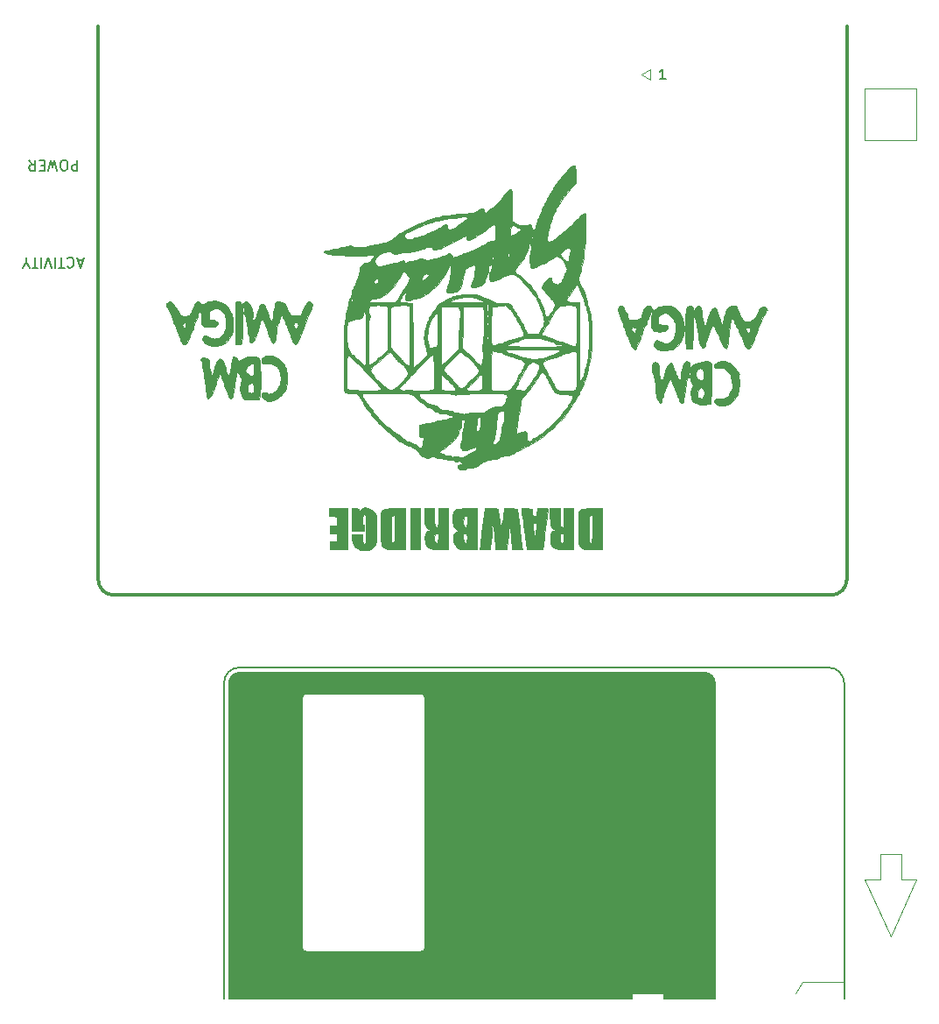
<source format=gto>
G04 #@! TF.GenerationSoftware,KiCad,Pcbnew,(5.1.8)-1*
G04 #@! TF.CreationDate,2021-11-07T23:58:00+01:00*
G04 #@! TF.ProjectId,Amiga Drawbridge FA2,416d6967-6120-4447-9261-776272696467,rev?*
G04 #@! TF.SameCoordinates,Original*
G04 #@! TF.FileFunction,Legend,Top*
G04 #@! TF.FilePolarity,Positive*
%FSLAX46Y46*%
G04 Gerber Fmt 4.6, Leading zero omitted, Abs format (unit mm)*
G04 Created by KiCad (PCBNEW (5.1.8)-1) date 2021-11-07 23:58:00*
%MOMM*%
%LPD*%
G01*
G04 APERTURE LIST*
%ADD10C,0.150000*%
%ADD11C,0.120000*%
%ADD12C,0.300000*%
%ADD13C,0.100000*%
%ADD14C,0.200000*%
%ADD15C,0.010000*%
G04 APERTURE END LIST*
D10*
X171735714Y-60142380D02*
X171164285Y-60142380D01*
X171450000Y-60142380D02*
X171450000Y-59142380D01*
X171354761Y-59285238D01*
X171259523Y-59380476D01*
X171164285Y-59428095D01*
D11*
X170265000Y-60200000D02*
X170265000Y-59200000D01*
X169365000Y-59700000D02*
X170265000Y-60200000D01*
X169365000Y-59700000D02*
X170265000Y-59200000D01*
D10*
X115333333Y-77640333D02*
X114857142Y-77640333D01*
X115428571Y-77354619D02*
X115095238Y-78354619D01*
X114761904Y-77354619D01*
X113857142Y-77449857D02*
X113904761Y-77402238D01*
X114047619Y-77354619D01*
X114142857Y-77354619D01*
X114285714Y-77402238D01*
X114380952Y-77497476D01*
X114428571Y-77592714D01*
X114476190Y-77783190D01*
X114476190Y-77926047D01*
X114428571Y-78116523D01*
X114380952Y-78211761D01*
X114285714Y-78307000D01*
X114142857Y-78354619D01*
X114047619Y-78354619D01*
X113904761Y-78307000D01*
X113857142Y-78259380D01*
X113571428Y-78354619D02*
X113000000Y-78354619D01*
X113285714Y-77354619D02*
X113285714Y-78354619D01*
X112666666Y-77354619D02*
X112666666Y-78354619D01*
X112333333Y-78354619D02*
X112000000Y-77354619D01*
X111666666Y-78354619D01*
X111333333Y-77354619D02*
X111333333Y-78354619D01*
X111000000Y-78354619D02*
X110428571Y-78354619D01*
X110714285Y-77354619D02*
X110714285Y-78354619D01*
X109904761Y-77830809D02*
X109904761Y-77354619D01*
X110238095Y-78354619D02*
X109904761Y-77830809D01*
X109571428Y-78354619D01*
X114809523Y-67956619D02*
X114809523Y-68956619D01*
X114428571Y-68956619D01*
X114333333Y-68909000D01*
X114285714Y-68861380D01*
X114238095Y-68766142D01*
X114238095Y-68623285D01*
X114285714Y-68528047D01*
X114333333Y-68480428D01*
X114428571Y-68432809D01*
X114809523Y-68432809D01*
X113619047Y-68956619D02*
X113428571Y-68956619D01*
X113333333Y-68909000D01*
X113238095Y-68813761D01*
X113190476Y-68623285D01*
X113190476Y-68289952D01*
X113238095Y-68099476D01*
X113333333Y-68004238D01*
X113428571Y-67956619D01*
X113619047Y-67956619D01*
X113714285Y-68004238D01*
X113809523Y-68099476D01*
X113857142Y-68289952D01*
X113857142Y-68623285D01*
X113809523Y-68813761D01*
X113714285Y-68909000D01*
X113619047Y-68956619D01*
X112857142Y-68956619D02*
X112619047Y-67956619D01*
X112428571Y-68670904D01*
X112238095Y-67956619D01*
X112000000Y-68956619D01*
X111619047Y-68480428D02*
X111285714Y-68480428D01*
X111142857Y-67956619D02*
X111619047Y-67956619D01*
X111619047Y-68956619D01*
X111142857Y-68956619D01*
X110142857Y-67956619D02*
X110476190Y-68432809D01*
X110714285Y-67956619D02*
X110714285Y-68956619D01*
X110333333Y-68956619D01*
X110238095Y-68909000D01*
X110190476Y-68861380D01*
X110142857Y-68766142D01*
X110142857Y-68623285D01*
X110190476Y-68528047D01*
X110238095Y-68480428D01*
X110333333Y-68432809D01*
X110714285Y-68432809D01*
D12*
X116840000Y-88265000D02*
X116840000Y-108500000D01*
D11*
X196000000Y-61000000D02*
X191000000Y-61000000D01*
X191000000Y-66000000D02*
X191000000Y-61000000D01*
X196000000Y-61000000D02*
X196000000Y-66000000D01*
X196000000Y-66000000D02*
X191000000Y-66000000D01*
D13*
G36*
X175900000Y-117600000D02*
G01*
X176200000Y-117800000D01*
X176400000Y-118100000D01*
X176500000Y-118500000D01*
X176500000Y-149000000D01*
X171500000Y-149000000D01*
X171500000Y-148500000D01*
X168500000Y-148500000D01*
X168500000Y-149000000D01*
X149500000Y-149000000D01*
X149500000Y-117500000D01*
X175500000Y-117500000D01*
X175900000Y-117600000D01*
G37*
X175900000Y-117600000D02*
X176200000Y-117800000D01*
X176400000Y-118100000D01*
X176500000Y-118500000D01*
X176500000Y-149000000D01*
X171500000Y-149000000D01*
X171500000Y-148500000D01*
X168500000Y-148500000D01*
X168500000Y-149000000D01*
X149500000Y-149000000D01*
X149500000Y-117500000D01*
X175500000Y-117500000D01*
X175900000Y-117600000D01*
G36*
X149500000Y-149000000D02*
G01*
X137000000Y-149000000D01*
X137000000Y-144500000D01*
X148000000Y-144500000D01*
X148300000Y-144400000D01*
X148500000Y-144200000D01*
X148500000Y-120000000D01*
X148400000Y-119700000D01*
X148200000Y-119500000D01*
X137000000Y-119500000D01*
X137000000Y-117500000D01*
X149500000Y-117500000D01*
X149500000Y-149000000D01*
G37*
X149500000Y-149000000D02*
X137000000Y-149000000D01*
X137000000Y-144500000D01*
X148000000Y-144500000D01*
X148300000Y-144400000D01*
X148500000Y-144200000D01*
X148500000Y-120000000D01*
X148400000Y-119700000D01*
X148200000Y-119500000D01*
X137000000Y-119500000D01*
X137000000Y-117500000D01*
X149500000Y-117500000D01*
X149500000Y-149000000D01*
G36*
X136600000Y-144300000D02*
G01*
X136800000Y-144500000D01*
X137000000Y-144500000D01*
X137000000Y-149000000D01*
X136500000Y-149000000D01*
X136500000Y-144000000D01*
X136600000Y-144300000D01*
G37*
X136600000Y-144300000D02*
X136800000Y-144500000D01*
X137000000Y-144500000D01*
X137000000Y-149000000D01*
X136500000Y-149000000D01*
X136500000Y-144000000D01*
X136600000Y-144300000D01*
G36*
X137000000Y-119500000D02*
G01*
X136800000Y-119500000D01*
X136600000Y-119700000D01*
X136500000Y-120000000D01*
X136500000Y-117500000D01*
X137000000Y-117500000D01*
X137000000Y-119500000D01*
G37*
X137000000Y-119500000D02*
X136800000Y-119500000D01*
X136600000Y-119700000D01*
X136500000Y-120000000D01*
X136500000Y-117500000D01*
X137000000Y-117500000D01*
X137000000Y-119500000D01*
G36*
X136500000Y-149000000D02*
G01*
X129500000Y-149000000D01*
X129500000Y-118500000D01*
X129600000Y-118000000D01*
X130000000Y-117600000D01*
X130500000Y-117500000D01*
X136500000Y-117500000D01*
X136500000Y-149000000D01*
G37*
X136500000Y-149000000D02*
X129500000Y-149000000D01*
X129500000Y-118500000D01*
X129600000Y-118000000D01*
X130000000Y-117600000D01*
X130500000Y-117500000D01*
X136500000Y-117500000D01*
X136500000Y-149000000D01*
D11*
X194500000Y-135000000D02*
X194500000Y-137500000D01*
X192500000Y-135000000D02*
X194500000Y-135000000D01*
X192500000Y-137500000D02*
X192500000Y-135000000D01*
X191000000Y-137500000D02*
X192500000Y-137500000D01*
X193500000Y-143000000D02*
X191000000Y-137500000D01*
X196000000Y-137500000D02*
X194500000Y-137500000D01*
X193500000Y-143000000D02*
X196000000Y-137500000D01*
X185000000Y-147365000D02*
X184264300Y-148501100D01*
X189000000Y-147365000D02*
X185000000Y-147365000D01*
D14*
X140500000Y-144500000D02*
X144500000Y-144500000D01*
X148000000Y-144500000D02*
X144500000Y-144500000D01*
X137000000Y-144500000D02*
G75*
G02*
X136500000Y-144000000I0J500000D01*
G01*
X148500000Y-144000000D02*
G75*
G02*
X148000000Y-144500000I-500000J0D01*
G01*
X148000000Y-119500000D02*
G75*
G02*
X148500000Y-120000000I0J-500000D01*
G01*
X136500000Y-120000000D02*
G75*
G02*
X137000000Y-119500000I500000J0D01*
G01*
X137000000Y-119500000D02*
X148000000Y-119500000D01*
X137000000Y-144500000D02*
X140500000Y-144500000D01*
X148500000Y-120000000D02*
X148500000Y-144000000D01*
X136500000Y-120000000D02*
X136500000Y-144000000D01*
D13*
X171500000Y-148500000D02*
X168500000Y-148500000D01*
X168500000Y-148500000D02*
X168500000Y-149000000D01*
X171500000Y-148500000D02*
X171500000Y-149000000D01*
D14*
X176500000Y-118500000D02*
X176500000Y-149000000D01*
X130500000Y-117500000D02*
X175500000Y-117500000D01*
X175500000Y-117500000D02*
G75*
G02*
X176500000Y-118500000I0J-1000000D01*
G01*
X129500000Y-118500000D02*
X129500000Y-149000000D01*
X129500000Y-118500000D02*
G75*
G02*
X130500000Y-117500000I1000000J0D01*
G01*
X130500000Y-117000000D02*
X187500000Y-117000000D01*
X129000000Y-118500000D02*
G75*
G02*
X130500000Y-117000000I1500000J0D01*
G01*
X129000000Y-118500000D02*
X129000000Y-149000000D01*
X187500000Y-117000000D02*
G75*
G02*
X189000000Y-118500000I0J-1500000D01*
G01*
X189000000Y-118500000D02*
X189000000Y-149000000D01*
D12*
X189254000Y-108500000D02*
G75*
G02*
X187754000Y-110000000I-1500000J0D01*
G01*
X118340000Y-110000000D02*
G75*
G02*
X116840000Y-108500000I0J1500000D01*
G01*
X187754000Y-110000000D02*
X118364000Y-110000000D01*
X189254000Y-55000000D02*
X189254000Y-108500000D01*
X116840000Y-55000000D02*
X116840000Y-88265000D01*
D15*
G36*
X142814515Y-101551167D02*
G01*
X142829220Y-101552552D01*
X143159731Y-101633513D01*
X143433870Y-101815747D01*
X143601326Y-102005522D01*
X143643922Y-102069547D01*
X143676145Y-102143972D01*
X143699432Y-102246326D01*
X143715224Y-102394139D01*
X143724958Y-102604941D01*
X143730075Y-102896262D01*
X143732013Y-103285630D01*
X143732250Y-103600367D01*
X143731609Y-104063036D01*
X143728727Y-104416235D01*
X143722165Y-104677494D01*
X143710485Y-104864339D01*
X143692246Y-104994300D01*
X143666010Y-105084904D01*
X143630338Y-105153680D01*
X143601326Y-105195094D01*
X143407174Y-105415371D01*
X143199079Y-105552703D01*
X142937859Y-105626211D01*
X142665403Y-105651863D01*
X142398068Y-105656804D01*
X142205398Y-105635013D01*
X142036305Y-105577497D01*
X141923323Y-105521250D01*
X141687083Y-105360826D01*
X141527588Y-105159947D01*
X141428334Y-104889817D01*
X141377369Y-104568559D01*
X141333461Y-104140000D01*
X142367000Y-104140000D01*
X142367972Y-104505125D01*
X142382157Y-104781264D01*
X142427284Y-104947449D01*
X142509897Y-105018357D01*
X142596859Y-105018543D01*
X142636678Y-105003559D01*
X142666902Y-104965211D01*
X142689148Y-104887358D01*
X142705033Y-104753862D01*
X142716173Y-104548581D01*
X142724186Y-104255377D01*
X142730687Y-103858109D01*
X142733362Y-103655847D01*
X142737975Y-103199762D01*
X142738011Y-102854478D01*
X142732566Y-102603846D01*
X142720737Y-102431720D01*
X142701622Y-102321954D01*
X142674319Y-102258400D01*
X142653987Y-102236026D01*
X142532581Y-102183702D01*
X142443048Y-102251445D01*
X142387249Y-102435916D01*
X142367042Y-102733781D01*
X142367000Y-102750775D01*
X142372771Y-102989860D01*
X142393496Y-103125774D01*
X142434288Y-103181962D01*
X142462250Y-103187500D01*
X142525030Y-103224896D01*
X142553627Y-103352052D01*
X142557500Y-103473250D01*
X142557500Y-103759000D01*
X141351000Y-103759000D01*
X141351000Y-101600000D01*
X141674444Y-101600000D01*
X141872792Y-101608294D01*
X141978786Y-101641254D01*
X142026450Y-101710996D01*
X142031100Y-101727000D01*
X142063596Y-101821071D01*
X142112389Y-101841446D01*
X142206158Y-101784336D01*
X142323198Y-101688419D01*
X142467888Y-101585767D01*
X142611435Y-101545447D01*
X142814515Y-101551167D01*
G37*
X142814515Y-101551167D02*
X142829220Y-101552552D01*
X143159731Y-101633513D01*
X143433870Y-101815747D01*
X143601326Y-102005522D01*
X143643922Y-102069547D01*
X143676145Y-102143972D01*
X143699432Y-102246326D01*
X143715224Y-102394139D01*
X143724958Y-102604941D01*
X143730075Y-102896262D01*
X143732013Y-103285630D01*
X143732250Y-103600367D01*
X143731609Y-104063036D01*
X143728727Y-104416235D01*
X143722165Y-104677494D01*
X143710485Y-104864339D01*
X143692246Y-104994300D01*
X143666010Y-105084904D01*
X143630338Y-105153680D01*
X143601326Y-105195094D01*
X143407174Y-105415371D01*
X143199079Y-105552703D01*
X142937859Y-105626211D01*
X142665403Y-105651863D01*
X142398068Y-105656804D01*
X142205398Y-105635013D01*
X142036305Y-105577497D01*
X141923323Y-105521250D01*
X141687083Y-105360826D01*
X141527588Y-105159947D01*
X141428334Y-104889817D01*
X141377369Y-104568559D01*
X141333461Y-104140000D01*
X142367000Y-104140000D01*
X142367972Y-104505125D01*
X142382157Y-104781264D01*
X142427284Y-104947449D01*
X142509897Y-105018357D01*
X142596859Y-105018543D01*
X142636678Y-105003559D01*
X142666902Y-104965211D01*
X142689148Y-104887358D01*
X142705033Y-104753862D01*
X142716173Y-104548581D01*
X142724186Y-104255377D01*
X142730687Y-103858109D01*
X142733362Y-103655847D01*
X142737975Y-103199762D01*
X142738011Y-102854478D01*
X142732566Y-102603846D01*
X142720737Y-102431720D01*
X142701622Y-102321954D01*
X142674319Y-102258400D01*
X142653987Y-102236026D01*
X142532581Y-102183702D01*
X142443048Y-102251445D01*
X142387249Y-102435916D01*
X142367042Y-102733781D01*
X142367000Y-102750775D01*
X142372771Y-102989860D01*
X142393496Y-103125774D01*
X142434288Y-103181962D01*
X142462250Y-103187500D01*
X142525030Y-103224896D01*
X142553627Y-103352052D01*
X142557500Y-103473250D01*
X142557500Y-103759000D01*
X141351000Y-103759000D01*
X141351000Y-101600000D01*
X141674444Y-101600000D01*
X141872792Y-101608294D01*
X141978786Y-101641254D01*
X142026450Y-101710996D01*
X142031100Y-101727000D01*
X142063596Y-101821071D01*
X142112389Y-101841446D01*
X142206158Y-101784336D01*
X142323198Y-101688419D01*
X142467888Y-101585767D01*
X142611435Y-101545447D01*
X142814515Y-101551167D01*
G36*
X140906500Y-105600500D02*
G01*
X139255500Y-105600500D01*
X139255500Y-104845136D01*
X139922250Y-104806750D01*
X139922250Y-104044750D01*
X139588875Y-104025556D01*
X139255500Y-104006363D01*
X139255500Y-103321136D01*
X139922250Y-103282750D01*
X139922250Y-102393750D01*
X139525375Y-102374844D01*
X139128500Y-102355939D01*
X139128500Y-101600000D01*
X140906500Y-101600000D01*
X140906500Y-105600500D01*
G37*
X140906500Y-105600500D02*
X139255500Y-105600500D01*
X139255500Y-104845136D01*
X139922250Y-104806750D01*
X139922250Y-104044750D01*
X139588875Y-104025556D01*
X139255500Y-104006363D01*
X139255500Y-103321136D01*
X139922250Y-103282750D01*
X139922250Y-102393750D01*
X139525375Y-102374844D01*
X139128500Y-102355939D01*
X139128500Y-101600000D01*
X140906500Y-101600000D01*
X140906500Y-105600500D01*
G36*
X146494500Y-105600500D02*
G01*
X145748375Y-105594000D01*
X145433544Y-105587527D01*
X145148242Y-105574922D01*
X144926450Y-105558091D01*
X144811750Y-105541526D01*
X144618189Y-105487576D01*
X144466053Y-105420051D01*
X144350391Y-105324113D01*
X144266255Y-105184924D01*
X144208693Y-104987647D01*
X144172756Y-104717444D01*
X144153494Y-104359477D01*
X144145956Y-103898908D01*
X144145330Y-103665788D01*
X145161000Y-103665788D01*
X145162078Y-104081658D01*
X145166383Y-104388347D01*
X145175525Y-104603664D01*
X145191109Y-104745416D01*
X145214744Y-104831412D01*
X145248037Y-104879462D01*
X145272125Y-104896797D01*
X145392939Y-104942022D01*
X145446750Y-104942330D01*
X145469615Y-104873485D01*
X145489859Y-104688708D01*
X145506813Y-104399054D01*
X145519807Y-104015576D01*
X145527413Y-103610877D01*
X145544576Y-102298500D01*
X145391332Y-102298500D01*
X145258282Y-102335666D01*
X145199543Y-102398943D01*
X145187236Y-102492349D01*
X145176554Y-102690575D01*
X145168173Y-102971443D01*
X145162766Y-103312778D01*
X145161000Y-103665788D01*
X144145330Y-103665788D01*
X144145000Y-103542923D01*
X144147759Y-103129993D01*
X144155472Y-102752097D01*
X144167289Y-102430557D01*
X144182360Y-102186693D01*
X144199835Y-102041827D01*
X144205665Y-102020204D01*
X144274262Y-101883341D01*
X144373517Y-101781485D01*
X144521828Y-101709028D01*
X144737594Y-101660364D01*
X145039212Y-101629889D01*
X145445081Y-101611995D01*
X145554897Y-101609074D01*
X146494500Y-101586157D01*
X146494500Y-105600500D01*
G37*
X146494500Y-105600500D02*
X145748375Y-105594000D01*
X145433544Y-105587527D01*
X145148242Y-105574922D01*
X144926450Y-105558091D01*
X144811750Y-105541526D01*
X144618189Y-105487576D01*
X144466053Y-105420051D01*
X144350391Y-105324113D01*
X144266255Y-105184924D01*
X144208693Y-104987647D01*
X144172756Y-104717444D01*
X144153494Y-104359477D01*
X144145956Y-103898908D01*
X144145330Y-103665788D01*
X145161000Y-103665788D01*
X145162078Y-104081658D01*
X145166383Y-104388347D01*
X145175525Y-104603664D01*
X145191109Y-104745416D01*
X145214744Y-104831412D01*
X145248037Y-104879462D01*
X145272125Y-104896797D01*
X145392939Y-104942022D01*
X145446750Y-104942330D01*
X145469615Y-104873485D01*
X145489859Y-104688708D01*
X145506813Y-104399054D01*
X145519807Y-104015576D01*
X145527413Y-103610877D01*
X145544576Y-102298500D01*
X145391332Y-102298500D01*
X145258282Y-102335666D01*
X145199543Y-102398943D01*
X145187236Y-102492349D01*
X145176554Y-102690575D01*
X145168173Y-102971443D01*
X145162766Y-103312778D01*
X145161000Y-103665788D01*
X144145330Y-103665788D01*
X144145000Y-103542923D01*
X144147759Y-103129993D01*
X144155472Y-102752097D01*
X144167289Y-102430557D01*
X144182360Y-102186693D01*
X144199835Y-102041827D01*
X144205665Y-102020204D01*
X144274262Y-101883341D01*
X144373517Y-101781485D01*
X144521828Y-101709028D01*
X144737594Y-101660364D01*
X145039212Y-101629889D01*
X145445081Y-101611995D01*
X145554897Y-101609074D01*
X146494500Y-101586157D01*
X146494500Y-105600500D01*
G36*
X147955000Y-105600500D02*
G01*
X147002500Y-105600500D01*
X147002500Y-101600000D01*
X147955000Y-101600000D01*
X147955000Y-105600500D01*
G37*
X147955000Y-105600500D02*
X147002500Y-105600500D01*
X147002500Y-101600000D01*
X147955000Y-101600000D01*
X147955000Y-105600500D01*
G36*
X149352000Y-102455015D02*
G01*
X149353314Y-102801316D01*
X149359257Y-103042210D01*
X149372825Y-103199282D01*
X149397018Y-103294114D01*
X149434834Y-103348290D01*
X149480312Y-103378702D01*
X149606103Y-103418036D01*
X149670812Y-103408938D01*
X149694630Y-103333065D01*
X149713841Y-103151004D01*
X149727047Y-102883527D01*
X149732849Y-102551407D01*
X149733000Y-102485252D01*
X149733000Y-101600000D01*
X150685500Y-101600000D01*
X150685500Y-105600500D01*
X149939375Y-105597712D01*
X149530571Y-105586895D01*
X149201971Y-105559036D01*
X148974705Y-105516069D01*
X148945597Y-105506670D01*
X148775310Y-105431392D01*
X148658035Y-105353295D01*
X148641846Y-105334832D01*
X148533832Y-105153960D01*
X148471100Y-104981270D01*
X148441962Y-104770240D01*
X148434805Y-104510868D01*
X148435859Y-104493869D01*
X149352000Y-104493869D01*
X149364341Y-104716150D01*
X149407070Y-104844348D01*
X149463125Y-104896797D01*
X149577531Y-104942800D01*
X149651525Y-104910314D01*
X149694946Y-104784112D01*
X149717636Y-104548964D01*
X149720046Y-104499192D01*
X149724326Y-104259991D01*
X149707658Y-104119520D01*
X149665320Y-104050548D01*
X149639862Y-104036773D01*
X149501130Y-104035192D01*
X149405370Y-104147520D01*
X149357065Y-104366640D01*
X149352000Y-104493869D01*
X148435859Y-104493869D01*
X148456509Y-104161041D01*
X148526748Y-103923511D01*
X148648473Y-103792042D01*
X148790341Y-103759000D01*
X148888059Y-103730422D01*
X148907500Y-103695500D01*
X148856926Y-103637310D01*
X148823318Y-103632000D01*
X148726184Y-103589022D01*
X148600300Y-103483982D01*
X148585193Y-103468330D01*
X148522592Y-103394120D01*
X148478862Y-103311501D01*
X148449846Y-103196301D01*
X148431388Y-103024349D01*
X148419329Y-102771473D01*
X148410455Y-102452330D01*
X148389660Y-101600000D01*
X149352000Y-101600000D01*
X149352000Y-102455015D01*
G37*
X149352000Y-102455015D02*
X149353314Y-102801316D01*
X149359257Y-103042210D01*
X149372825Y-103199282D01*
X149397018Y-103294114D01*
X149434834Y-103348290D01*
X149480312Y-103378702D01*
X149606103Y-103418036D01*
X149670812Y-103408938D01*
X149694630Y-103333065D01*
X149713841Y-103151004D01*
X149727047Y-102883527D01*
X149732849Y-102551407D01*
X149733000Y-102485252D01*
X149733000Y-101600000D01*
X150685500Y-101600000D01*
X150685500Y-105600500D01*
X149939375Y-105597712D01*
X149530571Y-105586895D01*
X149201971Y-105559036D01*
X148974705Y-105516069D01*
X148945597Y-105506670D01*
X148775310Y-105431392D01*
X148658035Y-105353295D01*
X148641846Y-105334832D01*
X148533832Y-105153960D01*
X148471100Y-104981270D01*
X148441962Y-104770240D01*
X148434805Y-104510868D01*
X148435859Y-104493869D01*
X149352000Y-104493869D01*
X149364341Y-104716150D01*
X149407070Y-104844348D01*
X149463125Y-104896797D01*
X149577531Y-104942800D01*
X149651525Y-104910314D01*
X149694946Y-104784112D01*
X149717636Y-104548964D01*
X149720046Y-104499192D01*
X149724326Y-104259991D01*
X149707658Y-104119520D01*
X149665320Y-104050548D01*
X149639862Y-104036773D01*
X149501130Y-104035192D01*
X149405370Y-104147520D01*
X149357065Y-104366640D01*
X149352000Y-104493869D01*
X148435859Y-104493869D01*
X148456509Y-104161041D01*
X148526748Y-103923511D01*
X148648473Y-103792042D01*
X148790341Y-103759000D01*
X148888059Y-103730422D01*
X148907500Y-103695500D01*
X148856926Y-103637310D01*
X148823318Y-103632000D01*
X148726184Y-103589022D01*
X148600300Y-103483982D01*
X148585193Y-103468330D01*
X148522592Y-103394120D01*
X148478862Y-103311501D01*
X148449846Y-103196301D01*
X148431388Y-103024349D01*
X148419329Y-102771473D01*
X148410455Y-102452330D01*
X148389660Y-101600000D01*
X149352000Y-101600000D01*
X149352000Y-102455015D01*
G36*
X153479500Y-105600500D02*
G01*
X152733375Y-105595042D01*
X152422454Y-105588791D01*
X152144883Y-105575969D01*
X151933105Y-105558518D01*
X151826497Y-105540743D01*
X151536941Y-105399387D01*
X151337350Y-105175550D01*
X151224248Y-104863600D01*
X151193500Y-104515540D01*
X151198681Y-104449079D01*
X152146000Y-104449079D01*
X152168876Y-104732039D01*
X152238601Y-104899578D01*
X152356817Y-104954959D01*
X152398678Y-104950840D01*
X152456991Y-104902875D01*
X152493468Y-104771783D01*
X152513950Y-104536161D01*
X152514399Y-104526811D01*
X152515319Y-104256983D01*
X152482095Y-104096192D01*
X152407396Y-104029335D01*
X152283891Y-104041313D01*
X152279392Y-104042721D01*
X152202580Y-104084355D01*
X152162229Y-104168945D01*
X152147337Y-104330013D01*
X152146000Y-104449079D01*
X151198681Y-104449079D01*
X151216017Y-104226716D01*
X151292821Y-104030821D01*
X151437785Y-103900385D01*
X151526174Y-103856889D01*
X151721848Y-103774614D01*
X151498222Y-103668497D01*
X151339413Y-103570761D01*
X151232208Y-103439500D01*
X151167612Y-103250555D01*
X151153334Y-103125755D01*
X152157364Y-103125755D01*
X152183535Y-103311251D01*
X152244772Y-103407025D01*
X152348322Y-103430876D01*
X152400000Y-103424830D01*
X152448765Y-103388367D01*
X152481471Y-103285053D01*
X152502288Y-103093748D01*
X152513662Y-102848947D01*
X152532074Y-102289574D01*
X152354912Y-102309912D01*
X152266500Y-102325025D01*
X152212652Y-102363393D01*
X152183210Y-102452126D01*
X152168016Y-102618334D01*
X152159017Y-102832736D01*
X152157364Y-103125755D01*
X151153334Y-103125755D01*
X151136630Y-102979768D01*
X151130000Y-102679500D01*
X151135685Y-102342215D01*
X151163189Y-102087242D01*
X151228177Y-101902469D01*
X151346318Y-101775783D01*
X151533279Y-101695072D01*
X151804730Y-101648225D01*
X152176337Y-101623130D01*
X152511125Y-101611832D01*
X153479500Y-101584557D01*
X153479500Y-105600500D01*
G37*
X153479500Y-105600500D02*
X152733375Y-105595042D01*
X152422454Y-105588791D01*
X152144883Y-105575969D01*
X151933105Y-105558518D01*
X151826497Y-105540743D01*
X151536941Y-105399387D01*
X151337350Y-105175550D01*
X151224248Y-104863600D01*
X151193500Y-104515540D01*
X151198681Y-104449079D01*
X152146000Y-104449079D01*
X152168876Y-104732039D01*
X152238601Y-104899578D01*
X152356817Y-104954959D01*
X152398678Y-104950840D01*
X152456991Y-104902875D01*
X152493468Y-104771783D01*
X152513950Y-104536161D01*
X152514399Y-104526811D01*
X152515319Y-104256983D01*
X152482095Y-104096192D01*
X152407396Y-104029335D01*
X152283891Y-104041313D01*
X152279392Y-104042721D01*
X152202580Y-104084355D01*
X152162229Y-104168945D01*
X152147337Y-104330013D01*
X152146000Y-104449079D01*
X151198681Y-104449079D01*
X151216017Y-104226716D01*
X151292821Y-104030821D01*
X151437785Y-103900385D01*
X151526174Y-103856889D01*
X151721848Y-103774614D01*
X151498222Y-103668497D01*
X151339413Y-103570761D01*
X151232208Y-103439500D01*
X151167612Y-103250555D01*
X151153334Y-103125755D01*
X152157364Y-103125755D01*
X152183535Y-103311251D01*
X152244772Y-103407025D01*
X152348322Y-103430876D01*
X152400000Y-103424830D01*
X152448765Y-103388367D01*
X152481471Y-103285053D01*
X152502288Y-103093748D01*
X152513662Y-102848947D01*
X152532074Y-102289574D01*
X152354912Y-102309912D01*
X152266500Y-102325025D01*
X152212652Y-102363393D01*
X152183210Y-102452126D01*
X152168016Y-102618334D01*
X152159017Y-102832736D01*
X152157364Y-103125755D01*
X151153334Y-103125755D01*
X151136630Y-102979768D01*
X151130000Y-102679500D01*
X151135685Y-102342215D01*
X151163189Y-102087242D01*
X151228177Y-101902469D01*
X151346318Y-101775783D01*
X151533279Y-101695072D01*
X151804730Y-101648225D01*
X152176337Y-101623130D01*
X152511125Y-101611832D01*
X153479500Y-101584557D01*
X153479500Y-105600500D01*
G36*
X156743654Y-101613777D02*
G01*
X157381860Y-101631750D01*
X157585573Y-103409750D01*
X157639932Y-103881693D01*
X157691122Y-104321418D01*
X157736950Y-104710453D01*
X157775224Y-105030329D01*
X157803750Y-105262578D01*
X157820337Y-105388728D01*
X157821150Y-105394125D01*
X157853015Y-105600500D01*
X156845000Y-105600500D01*
X156843678Y-105425875D01*
X156838316Y-105321104D01*
X156824293Y-105115662D01*
X156803659Y-104835421D01*
X156778467Y-104506257D01*
X156750768Y-104154044D01*
X156722614Y-103804657D01*
X156696057Y-103483970D01*
X156673149Y-103217859D01*
X156655941Y-103032198D01*
X156648562Y-102965250D01*
X156639235Y-103002842D01*
X156618914Y-103147368D01*
X156590040Y-103379476D01*
X156555051Y-103679811D01*
X156528505Y-103917750D01*
X156486708Y-104293282D01*
X156445727Y-104651889D01*
X156409220Y-104962217D01*
X156380845Y-105192918D01*
X156371056Y-105267125D01*
X156325082Y-105600500D01*
X155791291Y-105600500D01*
X155521602Y-105593143D01*
X155337929Y-105572609D01*
X155259119Y-105541199D01*
X155257500Y-105535300D01*
X155252505Y-105433673D01*
X155238803Y-105234286D01*
X155218312Y-104960568D01*
X155192953Y-104635949D01*
X155164646Y-104283859D01*
X155135312Y-103927729D01*
X155106871Y-103590989D01*
X155081243Y-103297070D01*
X155060348Y-103069400D01*
X155046106Y-102931411D01*
X155041666Y-102901750D01*
X155027168Y-102928374D01*
X155006378Y-103055960D01*
X154983253Y-103258881D01*
X154977929Y-103314500D01*
X154953835Y-103560787D01*
X154919606Y-103892228D01*
X154879558Y-104267801D01*
X154838012Y-104646484D01*
X154832522Y-104695625D01*
X154731187Y-105600500D01*
X153723409Y-105600500D01*
X153757558Y-105425875D01*
X153773317Y-105319118D01*
X153800944Y-105103913D01*
X153838307Y-104798036D01*
X153883274Y-104419265D01*
X153933712Y-103985375D01*
X153987489Y-103514145D01*
X153997483Y-103425625D01*
X154203260Y-101600000D01*
X154821882Y-101600000D01*
X155089201Y-101605055D01*
X155305538Y-101618655D01*
X155441728Y-101638449D01*
X155472925Y-101652458D01*
X155492970Y-101730589D01*
X155526868Y-101911445D01*
X155570672Y-102172003D01*
X155620435Y-102489243D01*
X155648026Y-102673515D01*
X155698890Y-102995545D01*
X155746940Y-103257456D01*
X155788275Y-103441078D01*
X155818996Y-103528242D01*
X155830981Y-103525932D01*
X155853342Y-103423146D01*
X155887142Y-103220510D01*
X155928353Y-102944229D01*
X155972943Y-102620507D01*
X155988352Y-102502777D01*
X156105447Y-101595804D01*
X156743654Y-101613777D01*
G37*
X156743654Y-101613777D02*
X157381860Y-101631750D01*
X157585573Y-103409750D01*
X157639932Y-103881693D01*
X157691122Y-104321418D01*
X157736950Y-104710453D01*
X157775224Y-105030329D01*
X157803750Y-105262578D01*
X157820337Y-105388728D01*
X157821150Y-105394125D01*
X157853015Y-105600500D01*
X156845000Y-105600500D01*
X156843678Y-105425875D01*
X156838316Y-105321104D01*
X156824293Y-105115662D01*
X156803659Y-104835421D01*
X156778467Y-104506257D01*
X156750768Y-104154044D01*
X156722614Y-103804657D01*
X156696057Y-103483970D01*
X156673149Y-103217859D01*
X156655941Y-103032198D01*
X156648562Y-102965250D01*
X156639235Y-103002842D01*
X156618914Y-103147368D01*
X156590040Y-103379476D01*
X156555051Y-103679811D01*
X156528505Y-103917750D01*
X156486708Y-104293282D01*
X156445727Y-104651889D01*
X156409220Y-104962217D01*
X156380845Y-105192918D01*
X156371056Y-105267125D01*
X156325082Y-105600500D01*
X155791291Y-105600500D01*
X155521602Y-105593143D01*
X155337929Y-105572609D01*
X155259119Y-105541199D01*
X155257500Y-105535300D01*
X155252505Y-105433673D01*
X155238803Y-105234286D01*
X155218312Y-104960568D01*
X155192953Y-104635949D01*
X155164646Y-104283859D01*
X155135312Y-103927729D01*
X155106871Y-103590989D01*
X155081243Y-103297070D01*
X155060348Y-103069400D01*
X155046106Y-102931411D01*
X155041666Y-102901750D01*
X155027168Y-102928374D01*
X155006378Y-103055960D01*
X154983253Y-103258881D01*
X154977929Y-103314500D01*
X154953835Y-103560787D01*
X154919606Y-103892228D01*
X154879558Y-104267801D01*
X154838012Y-104646484D01*
X154832522Y-104695625D01*
X154731187Y-105600500D01*
X153723409Y-105600500D01*
X153757558Y-105425875D01*
X153773317Y-105319118D01*
X153800944Y-105103913D01*
X153838307Y-104798036D01*
X153883274Y-104419265D01*
X153933712Y-103985375D01*
X153987489Y-103514145D01*
X153997483Y-103425625D01*
X154203260Y-101600000D01*
X154821882Y-101600000D01*
X155089201Y-101605055D01*
X155305538Y-101618655D01*
X155441728Y-101638449D01*
X155472925Y-101652458D01*
X155492970Y-101730589D01*
X155526868Y-101911445D01*
X155570672Y-102172003D01*
X155620435Y-102489243D01*
X155648026Y-102673515D01*
X155698890Y-102995545D01*
X155746940Y-103257456D01*
X155788275Y-103441078D01*
X155818996Y-103528242D01*
X155830981Y-103525932D01*
X155853342Y-103423146D01*
X155887142Y-103220510D01*
X155928353Y-102944229D01*
X155972943Y-102620507D01*
X155988352Y-102502777D01*
X156105447Y-101595804D01*
X156743654Y-101613777D01*
G36*
X160067552Y-101605525D02*
G01*
X160244377Y-101620204D01*
X160332722Y-101641189D01*
X160337500Y-101647743D01*
X160329420Y-101720402D01*
X160306551Y-101903106D01*
X160270948Y-102180023D01*
X160224667Y-102535320D01*
X160169763Y-102953164D01*
X160108292Y-103417723D01*
X160084016Y-103600368D01*
X160020599Y-104078333D01*
X159962949Y-104515502D01*
X159913128Y-104896043D01*
X159873194Y-105204124D01*
X159845208Y-105423915D01*
X159831227Y-105539583D01*
X159830016Y-105552875D01*
X159770445Y-105571435D01*
X159608708Y-105586603D01*
X159369624Y-105596795D01*
X159083375Y-105600433D01*
X158337250Y-105600367D01*
X158062319Y-103711308D01*
X157992032Y-103231752D01*
X157957127Y-102997000D01*
X158860595Y-102997000D01*
X158898516Y-103362125D01*
X158924840Y-103624062D01*
X158955121Y-103937667D01*
X158978636Y-104189790D01*
X159001866Y-104409456D01*
X159024544Y-104565674D01*
X159042289Y-104629185D01*
X159044358Y-104628807D01*
X159061490Y-104560229D01*
X159090293Y-104391677D01*
X159126621Y-104149187D01*
X159162940Y-103884555D01*
X159209134Y-103534098D01*
X159237984Y-103290410D01*
X159247233Y-103134160D01*
X159234623Y-103046017D01*
X159197896Y-103006649D01*
X159134796Y-102996724D01*
X159059297Y-102997000D01*
X158860595Y-102997000D01*
X157957127Y-102997000D01*
X157926264Y-102789443D01*
X157867556Y-102400987D01*
X157818454Y-102082990D01*
X157781500Y-101852058D01*
X157759238Y-101724799D01*
X157755574Y-101708474D01*
X157750808Y-101653196D01*
X157790196Y-101621036D01*
X157896958Y-101607544D01*
X158094312Y-101608273D01*
X158252754Y-101613224D01*
X158781750Y-101631750D01*
X158813500Y-101981000D01*
X158835583Y-102180570D01*
X158868167Y-102284573D01*
X158931036Y-102324100D01*
X159035750Y-102330250D01*
X159175885Y-102310194D01*
X159233853Y-102228956D01*
X159243375Y-102171500D01*
X159266404Y-101990613D01*
X159293877Y-101806375D01*
X159327254Y-101600000D01*
X159832377Y-101600000D01*
X160067552Y-101605525D01*
G37*
X160067552Y-101605525D02*
X160244377Y-101620204D01*
X160332722Y-101641189D01*
X160337500Y-101647743D01*
X160329420Y-101720402D01*
X160306551Y-101903106D01*
X160270948Y-102180023D01*
X160224667Y-102535320D01*
X160169763Y-102953164D01*
X160108292Y-103417723D01*
X160084016Y-103600368D01*
X160020599Y-104078333D01*
X159962949Y-104515502D01*
X159913128Y-104896043D01*
X159873194Y-105204124D01*
X159845208Y-105423915D01*
X159831227Y-105539583D01*
X159830016Y-105552875D01*
X159770445Y-105571435D01*
X159608708Y-105586603D01*
X159369624Y-105596795D01*
X159083375Y-105600433D01*
X158337250Y-105600367D01*
X158062319Y-103711308D01*
X157992032Y-103231752D01*
X157957127Y-102997000D01*
X158860595Y-102997000D01*
X158898516Y-103362125D01*
X158924840Y-103624062D01*
X158955121Y-103937667D01*
X158978636Y-104189790D01*
X159001866Y-104409456D01*
X159024544Y-104565674D01*
X159042289Y-104629185D01*
X159044358Y-104628807D01*
X159061490Y-104560229D01*
X159090293Y-104391677D01*
X159126621Y-104149187D01*
X159162940Y-103884555D01*
X159209134Y-103534098D01*
X159237984Y-103290410D01*
X159247233Y-103134160D01*
X159234623Y-103046017D01*
X159197896Y-103006649D01*
X159134796Y-102996724D01*
X159059297Y-102997000D01*
X158860595Y-102997000D01*
X157957127Y-102997000D01*
X157926264Y-102789443D01*
X157867556Y-102400987D01*
X157818454Y-102082990D01*
X157781500Y-101852058D01*
X157759238Y-101724799D01*
X157755574Y-101708474D01*
X157750808Y-101653196D01*
X157790196Y-101621036D01*
X157896958Y-101607544D01*
X158094312Y-101608273D01*
X158252754Y-101613224D01*
X158781750Y-101631750D01*
X158813500Y-101981000D01*
X158835583Y-102180570D01*
X158868167Y-102284573D01*
X158931036Y-102324100D01*
X159035750Y-102330250D01*
X159175885Y-102310194D01*
X159233853Y-102228956D01*
X159243375Y-102171500D01*
X159266404Y-101990613D01*
X159293877Y-101806375D01*
X159327254Y-101600000D01*
X159832377Y-101600000D01*
X160067552Y-101605525D01*
G36*
X161480500Y-102455015D02*
G01*
X161481814Y-102801316D01*
X161487757Y-103042210D01*
X161501325Y-103199282D01*
X161525518Y-103294114D01*
X161563334Y-103348290D01*
X161608812Y-103378702D01*
X161734603Y-103418036D01*
X161799312Y-103408938D01*
X161823130Y-103333065D01*
X161842341Y-103151004D01*
X161855547Y-102883527D01*
X161861349Y-102551407D01*
X161861500Y-102485252D01*
X161861500Y-101600000D01*
X162814000Y-101600000D01*
X162814000Y-105600500D01*
X162067875Y-105597712D01*
X161659071Y-105586895D01*
X161330471Y-105559036D01*
X161103205Y-105516069D01*
X161074097Y-105506670D01*
X160903810Y-105431392D01*
X160786535Y-105353295D01*
X160770346Y-105334832D01*
X160662332Y-105153960D01*
X160599600Y-104981270D01*
X160570462Y-104770240D01*
X160563305Y-104510868D01*
X160564359Y-104493869D01*
X161480500Y-104493869D01*
X161492841Y-104716150D01*
X161535570Y-104844348D01*
X161591625Y-104896797D01*
X161706031Y-104942800D01*
X161780025Y-104910314D01*
X161823446Y-104784112D01*
X161846136Y-104548964D01*
X161848546Y-104499192D01*
X161852826Y-104259991D01*
X161836158Y-104119520D01*
X161793820Y-104050548D01*
X161768362Y-104036773D01*
X161629630Y-104035192D01*
X161533870Y-104147520D01*
X161485565Y-104366640D01*
X161480500Y-104493869D01*
X160564359Y-104493869D01*
X160585009Y-104161041D01*
X160655248Y-103923511D01*
X160776973Y-103792042D01*
X160918841Y-103759000D01*
X161016559Y-103730422D01*
X161036000Y-103695500D01*
X160985426Y-103637310D01*
X160951818Y-103632000D01*
X160854684Y-103589022D01*
X160728800Y-103483982D01*
X160713693Y-103468330D01*
X160651092Y-103394120D01*
X160607362Y-103311501D01*
X160578346Y-103196301D01*
X160559888Y-103024349D01*
X160547829Y-102771473D01*
X160538955Y-102452330D01*
X160518160Y-101600000D01*
X161480500Y-101600000D01*
X161480500Y-102455015D01*
G37*
X161480500Y-102455015D02*
X161481814Y-102801316D01*
X161487757Y-103042210D01*
X161501325Y-103199282D01*
X161525518Y-103294114D01*
X161563334Y-103348290D01*
X161608812Y-103378702D01*
X161734603Y-103418036D01*
X161799312Y-103408938D01*
X161823130Y-103333065D01*
X161842341Y-103151004D01*
X161855547Y-102883527D01*
X161861349Y-102551407D01*
X161861500Y-102485252D01*
X161861500Y-101600000D01*
X162814000Y-101600000D01*
X162814000Y-105600500D01*
X162067875Y-105597712D01*
X161659071Y-105586895D01*
X161330471Y-105559036D01*
X161103205Y-105516069D01*
X161074097Y-105506670D01*
X160903810Y-105431392D01*
X160786535Y-105353295D01*
X160770346Y-105334832D01*
X160662332Y-105153960D01*
X160599600Y-104981270D01*
X160570462Y-104770240D01*
X160563305Y-104510868D01*
X160564359Y-104493869D01*
X161480500Y-104493869D01*
X161492841Y-104716150D01*
X161535570Y-104844348D01*
X161591625Y-104896797D01*
X161706031Y-104942800D01*
X161780025Y-104910314D01*
X161823446Y-104784112D01*
X161846136Y-104548964D01*
X161848546Y-104499192D01*
X161852826Y-104259991D01*
X161836158Y-104119520D01*
X161793820Y-104050548D01*
X161768362Y-104036773D01*
X161629630Y-104035192D01*
X161533870Y-104147520D01*
X161485565Y-104366640D01*
X161480500Y-104493869D01*
X160564359Y-104493869D01*
X160585009Y-104161041D01*
X160655248Y-103923511D01*
X160776973Y-103792042D01*
X160918841Y-103759000D01*
X161016559Y-103730422D01*
X161036000Y-103695500D01*
X160985426Y-103637310D01*
X160951818Y-103632000D01*
X160854684Y-103589022D01*
X160728800Y-103483982D01*
X160713693Y-103468330D01*
X160651092Y-103394120D01*
X160607362Y-103311501D01*
X160578346Y-103196301D01*
X160559888Y-103024349D01*
X160547829Y-102771473D01*
X160538955Y-102452330D01*
X160518160Y-101600000D01*
X161480500Y-101600000D01*
X161480500Y-102455015D01*
G36*
X165608000Y-105600500D02*
G01*
X164861875Y-105594000D01*
X164547044Y-105587527D01*
X164261742Y-105574922D01*
X164039950Y-105558091D01*
X163925250Y-105541526D01*
X163731689Y-105487576D01*
X163579553Y-105420051D01*
X163463891Y-105324113D01*
X163379755Y-105184924D01*
X163322193Y-104987647D01*
X163286256Y-104717444D01*
X163266994Y-104359477D01*
X163259456Y-103898908D01*
X163258830Y-103665788D01*
X164274500Y-103665788D01*
X164275578Y-104081658D01*
X164279883Y-104388347D01*
X164289025Y-104603664D01*
X164304609Y-104745416D01*
X164328244Y-104831412D01*
X164361537Y-104879462D01*
X164385625Y-104896797D01*
X164506439Y-104942022D01*
X164560250Y-104942330D01*
X164583115Y-104873485D01*
X164603359Y-104688708D01*
X164620313Y-104399054D01*
X164633307Y-104015576D01*
X164640913Y-103610877D01*
X164658076Y-102298500D01*
X164504832Y-102298500D01*
X164371782Y-102335666D01*
X164313043Y-102398943D01*
X164300736Y-102492349D01*
X164290054Y-102690575D01*
X164281673Y-102971443D01*
X164276266Y-103312778D01*
X164274500Y-103665788D01*
X163258830Y-103665788D01*
X163258500Y-103542923D01*
X163261259Y-103129993D01*
X163268972Y-102752097D01*
X163280789Y-102430557D01*
X163295860Y-102186693D01*
X163313335Y-102041827D01*
X163319165Y-102020204D01*
X163387762Y-101883341D01*
X163487017Y-101781485D01*
X163635328Y-101709028D01*
X163851094Y-101660364D01*
X164152712Y-101629889D01*
X164558581Y-101611995D01*
X164668397Y-101609074D01*
X165608000Y-101586157D01*
X165608000Y-105600500D01*
G37*
X165608000Y-105600500D02*
X164861875Y-105594000D01*
X164547044Y-105587527D01*
X164261742Y-105574922D01*
X164039950Y-105558091D01*
X163925250Y-105541526D01*
X163731689Y-105487576D01*
X163579553Y-105420051D01*
X163463891Y-105324113D01*
X163379755Y-105184924D01*
X163322193Y-104987647D01*
X163286256Y-104717444D01*
X163266994Y-104359477D01*
X163259456Y-103898908D01*
X163258830Y-103665788D01*
X164274500Y-103665788D01*
X164275578Y-104081658D01*
X164279883Y-104388347D01*
X164289025Y-104603664D01*
X164304609Y-104745416D01*
X164328244Y-104831412D01*
X164361537Y-104879462D01*
X164385625Y-104896797D01*
X164506439Y-104942022D01*
X164560250Y-104942330D01*
X164583115Y-104873485D01*
X164603359Y-104688708D01*
X164620313Y-104399054D01*
X164633307Y-104015576D01*
X164640913Y-103610877D01*
X164658076Y-102298500D01*
X164504832Y-102298500D01*
X164371782Y-102335666D01*
X164313043Y-102398943D01*
X164300736Y-102492349D01*
X164290054Y-102690575D01*
X164281673Y-102971443D01*
X164276266Y-103312778D01*
X164274500Y-103665788D01*
X163258830Y-103665788D01*
X163258500Y-103542923D01*
X163261259Y-103129993D01*
X163268972Y-102752097D01*
X163280789Y-102430557D01*
X163295860Y-102186693D01*
X163313335Y-102041827D01*
X163319165Y-102020204D01*
X163387762Y-101883341D01*
X163487017Y-101781485D01*
X163635328Y-101709028D01*
X163851094Y-101660364D01*
X164152712Y-101629889D01*
X164558581Y-101611995D01*
X164668397Y-101609074D01*
X165608000Y-101586157D01*
X165608000Y-105600500D01*
G36*
X162915880Y-68503799D02*
G01*
X162994487Y-68657649D01*
X163043873Y-68921263D01*
X163065639Y-69300861D01*
X163067023Y-69465784D01*
X163066047Y-70135750D01*
X162606648Y-70624497D01*
X162161421Y-71118755D01*
X161817682Y-71546006D01*
X161576747Y-71904535D01*
X161478550Y-72093868D01*
X161376316Y-72287273D01*
X161264243Y-72446083D01*
X161228804Y-72483164D01*
X161132342Y-72598016D01*
X161099500Y-72682231D01*
X161071309Y-72781784D01*
X160999136Y-72947256D01*
X160940750Y-73062847D01*
X160849976Y-73254146D01*
X160792520Y-73414789D01*
X160782000Y-73475210D01*
X160750534Y-73592806D01*
X160718500Y-73628249D01*
X160668399Y-73716244D01*
X160655000Y-73814722D01*
X160616103Y-73965506D01*
X160559750Y-74041000D01*
X160492883Y-74164568D01*
X160464753Y-74370720D01*
X160464500Y-74394277D01*
X160450988Y-74571246D01*
X160417067Y-74688869D01*
X160401000Y-74707750D01*
X160358125Y-74792154D01*
X160337764Y-74946160D01*
X160337500Y-74966359D01*
X160316729Y-75152677D01*
X160266572Y-75299224D01*
X160264710Y-75302277D01*
X160224645Y-75472613D01*
X160266444Y-75682965D01*
X160335461Y-75819000D01*
X160385386Y-75863874D01*
X160466239Y-75859645D01*
X160607215Y-75799826D01*
X160745083Y-75727972D01*
X160971946Y-75587798D01*
X161232909Y-75399481D01*
X161471116Y-75204097D01*
X161654860Y-75045893D01*
X161804430Y-74927175D01*
X161893526Y-74868533D01*
X161903430Y-74865669D01*
X161970821Y-74822405D01*
X162108166Y-74705093D01*
X162297382Y-74531219D01*
X162520387Y-74318269D01*
X162759096Y-74083728D01*
X162995428Y-73845084D01*
X163211298Y-73619821D01*
X163363685Y-73453625D01*
X163583510Y-73234612D01*
X163763968Y-73111676D01*
X163896155Y-73089012D01*
X163970196Y-73167875D01*
X163980255Y-73262221D01*
X163986448Y-73458588D01*
X163989127Y-73734636D01*
X163988645Y-74068023D01*
X163985357Y-74436407D01*
X163979615Y-74817449D01*
X163971772Y-75188807D01*
X163962182Y-75528140D01*
X163951199Y-75813107D01*
X163939174Y-76021366D01*
X163926462Y-76130577D01*
X163923204Y-76139810D01*
X163899723Y-76230921D01*
X163872302Y-76418854D01*
X163844800Y-76673666D01*
X163826516Y-76889681D01*
X163781007Y-77394469D01*
X163728219Y-77784234D01*
X163666107Y-78070846D01*
X163592626Y-78266173D01*
X163587702Y-78275450D01*
X163538460Y-78429715D01*
X163513330Y-78632525D01*
X163512500Y-78672325D01*
X163498629Y-78832916D01*
X163463915Y-78923259D01*
X163449000Y-78930500D01*
X163396895Y-78983516D01*
X163385500Y-79053752D01*
X163356341Y-79175313D01*
X163322000Y-79216250D01*
X163263133Y-79325034D01*
X163291155Y-79522469D01*
X163405175Y-79805425D01*
X163584326Y-80137000D01*
X163771171Y-80527347D01*
X163932057Y-80994250D01*
X164000044Y-81204166D01*
X164061368Y-81365916D01*
X164097042Y-81435575D01*
X164130500Y-81534799D01*
X164147102Y-81700129D01*
X164147500Y-81729941D01*
X164174486Y-81944782D01*
X164239684Y-82140647D01*
X164242358Y-82145866D01*
X164310871Y-82319965D01*
X164337608Y-82466877D01*
X164363899Y-82594987D01*
X164401500Y-82645250D01*
X164435995Y-82725449D01*
X164459057Y-82891843D01*
X164465000Y-83049047D01*
X164475787Y-83259300D01*
X164503618Y-83419546D01*
X164530745Y-83479345D01*
X164553582Y-83568914D01*
X164568860Y-83782765D01*
X164576518Y-84118403D01*
X164576492Y-84573331D01*
X164570181Y-85063670D01*
X164555027Y-85727584D01*
X164534284Y-86272442D01*
X164507290Y-86706092D01*
X164473385Y-87036384D01*
X164431908Y-87271166D01*
X164382200Y-87418286D01*
X164370200Y-87439500D01*
X164325824Y-87555935D01*
X164280974Y-87744256D01*
X164262225Y-87852250D01*
X164209844Y-88189906D01*
X164169398Y-88421738D01*
X164136399Y-88567855D01*
X164106356Y-88648367D01*
X164076984Y-88682086D01*
X164027261Y-88768572D01*
X164020108Y-88824372D01*
X163991738Y-88960470D01*
X163938675Y-89090500D01*
X163869162Y-89251026D01*
X163792575Y-89462058D01*
X163769033Y-89535000D01*
X163697663Y-89729729D01*
X163622321Y-89883479D01*
X163596466Y-89921000D01*
X163525707Y-90052910D01*
X163512500Y-90123627D01*
X163477705Y-90236381D01*
X163449000Y-90265250D01*
X163394932Y-90355158D01*
X163385500Y-90422875D01*
X163346344Y-90547046D01*
X163249830Y-90701232D01*
X163226750Y-90729919D01*
X163123965Y-90869518D01*
X163070259Y-90976512D01*
X163068000Y-90991446D01*
X163028297Y-91090051D01*
X162956875Y-91184372D01*
X162855844Y-91318891D01*
X162744876Y-91501654D01*
X162720791Y-91546842D01*
X162592379Y-91762057D01*
X162442395Y-91970030D01*
X162423368Y-91993049D01*
X162282261Y-92183780D01*
X162162557Y-92384022D01*
X162150212Y-92409037D01*
X162057206Y-92552696D01*
X161899725Y-92745581D01*
X161707609Y-92951863D01*
X161653886Y-93004999D01*
X161429389Y-93226757D01*
X161201246Y-93458600D01*
X161014166Y-93655006D01*
X160993528Y-93677376D01*
X160843615Y-93833593D01*
X160722135Y-93947277D01*
X160664392Y-93988865D01*
X160587453Y-94039951D01*
X160446319Y-94152509D01*
X160270850Y-94302674D01*
X160262364Y-94310164D01*
X159874563Y-94626861D01*
X159409473Y-94957535D01*
X158850244Y-95313810D01*
X158527750Y-95506535D01*
X158383439Y-95585513D01*
X158158786Y-95702179D01*
X157888008Y-95839399D01*
X157605320Y-95980039D01*
X157344938Y-96106966D01*
X157141078Y-96203044D01*
X157099000Y-96221990D01*
X156941345Y-96303928D01*
X156845000Y-96367508D01*
X156722246Y-96424976D01*
X156539182Y-96471893D01*
X156495750Y-96478935D01*
X156164299Y-96528825D01*
X155933505Y-96571921D01*
X155777770Y-96615199D01*
X155671500Y-96665640D01*
X155595360Y-96724421D01*
X155477580Y-96799032D01*
X155300699Y-96847511D01*
X155033775Y-96877680D01*
X154972407Y-96881856D01*
X154711838Y-96908530D01*
X154480346Y-96950008D01*
X154324949Y-96997697D01*
X154317047Y-97001610D01*
X154173499Y-97065813D01*
X154078755Y-97091108D01*
X153996447Y-97133901D01*
X153871453Y-97240616D01*
X153824755Y-97287669D01*
X153587989Y-97495710D01*
X153340353Y-97613598D01*
X153036041Y-97660108D01*
X152909160Y-97663000D01*
X152671571Y-97672909D01*
X152537181Y-97706016D01*
X152486463Y-97758250D01*
X152419673Y-97818228D01*
X152264023Y-97847946D01*
X152090980Y-97853500D01*
X151869711Y-97844220D01*
X151738339Y-97809426D01*
X151660658Y-97738684D01*
X151653274Y-97727361D01*
X151578615Y-97557446D01*
X151611987Y-97451002D01*
X151756536Y-97399889D01*
X151780875Y-97397148D01*
X151935673Y-97358770D01*
X152001126Y-97267989D01*
X152007247Y-97236619D01*
X151990746Y-97122424D01*
X151879714Y-97059418D01*
X151854788Y-97052705D01*
X151665172Y-97047911D01*
X151558182Y-97086953D01*
X151453679Y-97127282D01*
X151353835Y-97084449D01*
X151287157Y-97026504D01*
X151190000Y-96953514D01*
X151068693Y-96911744D01*
X150887263Y-96893402D01*
X150658891Y-96890410D01*
X150397385Y-96882943D01*
X150231742Y-96859583D01*
X150177500Y-96824840D01*
X150121110Y-96785823D01*
X149966005Y-96791800D01*
X149951279Y-96794093D01*
X149706584Y-96788292D01*
X149522654Y-96707389D01*
X149266337Y-96599332D01*
X149032787Y-96609821D01*
X148869578Y-96688633D01*
X148753404Y-96752744D01*
X148653240Y-96755882D01*
X148508497Y-96698047D01*
X148488657Y-96688633D01*
X148309798Y-96618705D01*
X148158482Y-96584253D01*
X148141773Y-96583500D01*
X148017839Y-96524107D01*
X147949533Y-96408875D01*
X147857454Y-96241366D01*
X147804530Y-96175128D01*
X149867796Y-96175128D01*
X149927967Y-96272349D01*
X150061728Y-96317394D01*
X150218347Y-96364867D01*
X150307628Y-96428519D01*
X150418639Y-96488980D01*
X150595123Y-96519122D01*
X150630636Y-96520000D01*
X150826435Y-96539794D01*
X150985383Y-96588392D01*
X151002511Y-96597931D01*
X151140619Y-96643669D01*
X151313650Y-96605522D01*
X151313934Y-96605415D01*
X151459588Y-96570821D01*
X151552249Y-96585032D01*
X151553409Y-96586098D01*
X151649872Y-96631191D01*
X151796750Y-96664349D01*
X151940070Y-96686411D01*
X152014872Y-96700985D01*
X152080277Y-96678537D01*
X152229265Y-96610475D01*
X152432948Y-96510168D01*
X152491122Y-96480548D01*
X152718041Y-96359802D01*
X152909243Y-96250066D01*
X153028867Y-96172085D01*
X153040000Y-96163048D01*
X153170033Y-96089826D01*
X153242095Y-96075500D01*
X153337594Y-96022210D01*
X153397244Y-95902590D01*
X153393902Y-95777009D01*
X153384601Y-95758568D01*
X153300382Y-95702726D01*
X153148322Y-95715338D01*
X152913775Y-95798753D01*
X152790569Y-95853870D01*
X152482429Y-95973156D01*
X152240896Y-96007359D01*
X152041058Y-95959445D01*
X152014825Y-95946265D01*
X151934726Y-95870089D01*
X151898178Y-95730652D01*
X151892000Y-95577965D01*
X151903502Y-95386552D01*
X151932641Y-95248094D01*
X151950553Y-95215075D01*
X151960605Y-95187941D01*
X155012201Y-95187941D01*
X155016647Y-95351275D01*
X155095560Y-95432377D01*
X155232803Y-95417991D01*
X155412236Y-95294860D01*
X155457177Y-95250392D01*
X155665607Y-94942461D01*
X155790445Y-94547552D01*
X155822596Y-94187902D01*
X157299596Y-94187902D01*
X157309787Y-94310979D01*
X157347469Y-94357969D01*
X157368748Y-94361000D01*
X157481145Y-94332318D01*
X157504243Y-94315589D01*
X157588378Y-94274218D01*
X157750529Y-94220638D01*
X157848201Y-94193910D01*
X158091947Y-94154467D01*
X158243737Y-94194307D01*
X158316853Y-94325242D01*
X158324571Y-94559085D01*
X158319982Y-94613614D01*
X158309496Y-94817328D01*
X158317115Y-94978024D01*
X158327435Y-95025071D01*
X158416248Y-95108305D01*
X158561264Y-95111863D01*
X158723880Y-95040575D01*
X158813500Y-94964250D01*
X158934350Y-94856260D01*
X159028858Y-94805967D01*
X159034845Y-94805500D01*
X159133049Y-94766230D01*
X159230151Y-94693919D01*
X159386293Y-94580684D01*
X159520362Y-94508203D01*
X159594456Y-94471889D01*
X159673570Y-94422820D01*
X159770369Y-94349915D01*
X159897519Y-94242095D01*
X160067688Y-94088281D01*
X160293542Y-93877392D01*
X160587747Y-93598349D01*
X160886430Y-93313250D01*
X161154356Y-93052660D01*
X161393895Y-92811275D01*
X161587895Y-92607038D01*
X161719207Y-92457893D01*
X161766487Y-92392500D01*
X161871254Y-92226416D01*
X161989156Y-92075000D01*
X162115650Y-91920014D01*
X162252132Y-91735821D01*
X162376086Y-91555155D01*
X162464996Y-91410750D01*
X162496500Y-91337401D01*
X162535884Y-91261675D01*
X162630648Y-91146641D01*
X162631266Y-91145983D01*
X162731238Y-90975409D01*
X162728787Y-90856140D01*
X162686213Y-90770856D01*
X162590843Y-90705869D01*
X162414567Y-90646243D01*
X162260646Y-90607391D01*
X161973198Y-90551420D01*
X161779991Y-90544930D01*
X161691557Y-90567826D01*
X161480610Y-90598844D01*
X161249993Y-90528476D01*
X161026918Y-90373361D01*
X160838599Y-90150142D01*
X160755842Y-89995611D01*
X160653775Y-89784074D01*
X160542443Y-89584685D01*
X160531244Y-89566750D01*
X160447456Y-89408138D01*
X160406273Y-89278402D01*
X160405641Y-89270416D01*
X160370297Y-89167041D01*
X160340260Y-89143416D01*
X160277559Y-89078999D01*
X160185530Y-88938474D01*
X160131694Y-88842038D01*
X159992651Y-88610861D01*
X159871920Y-88493761D01*
X159753605Y-88482510D01*
X159621812Y-88568877D01*
X159615476Y-88574771D01*
X159493565Y-88723294D01*
X159421575Y-88871631D01*
X159366361Y-88991747D01*
X159253655Y-89175907D01*
X159105341Y-89389015D01*
X159066610Y-89440924D01*
X158905086Y-89660950D01*
X158764522Y-89864197D01*
X158670869Y-90012882D01*
X158659825Y-90033184D01*
X158537793Y-90191928D01*
X158406167Y-90294100D01*
X158288289Y-90375881D01*
X158242000Y-90443107D01*
X158199235Y-90518621D01*
X158090109Y-90643645D01*
X158008756Y-90724230D01*
X157884752Y-90859896D01*
X157793459Y-91014084D01*
X157727269Y-91211880D01*
X157678576Y-91478370D01*
X157639773Y-91838641D01*
X157628050Y-91979750D01*
X157600490Y-92215372D01*
X157561973Y-92406849D01*
X157520809Y-92512950D01*
X157520554Y-92513266D01*
X157485145Y-92588562D01*
X157450852Y-92732944D01*
X157415841Y-92959259D01*
X157378280Y-93280348D01*
X157336335Y-93709058D01*
X157313467Y-93964125D01*
X157299596Y-94187902D01*
X155822596Y-94187902D01*
X155828075Y-94126622D01*
X155838094Y-93914200D01*
X155863225Y-93756496D01*
X155892500Y-93694250D01*
X155944972Y-93605102D01*
X155956000Y-93525674D01*
X155987715Y-93380849D01*
X156064029Y-93213467D01*
X156064546Y-93212590D01*
X156130370Y-93069212D01*
X156137050Y-92925465D01*
X156101439Y-92760383D01*
X156065171Y-92546065D01*
X156081324Y-92396712D01*
X156085908Y-92387065D01*
X156114693Y-92277913D01*
X156045148Y-92219604D01*
X155864906Y-92202006D01*
X155860008Y-92202000D01*
X155718891Y-92217488D01*
X155608891Y-92273689D01*
X155524718Y-92385207D01*
X155461081Y-92566645D01*
X155412689Y-92832608D01*
X155374250Y-93197699D01*
X155343510Y-93627602D01*
X155321284Y-93881301D01*
X155291173Y-94094924D01*
X155258999Y-94228950D01*
X155252922Y-94242553D01*
X155211053Y-94382919D01*
X155193608Y-94563200D01*
X155162949Y-94775506D01*
X155098358Y-94955633D01*
X155012201Y-95187941D01*
X151960605Y-95187941D01*
X151983879Y-95125120D01*
X152015576Y-94946431D01*
X152038928Y-94717169D01*
X152039406Y-94710250D01*
X152066541Y-94424998D01*
X152106142Y-94136826D01*
X152141259Y-93948250D01*
X152165147Y-93829188D01*
X153354699Y-93829188D01*
X153358239Y-93999158D01*
X153385790Y-94115875D01*
X153394833Y-94128166D01*
X153512643Y-94174787D01*
X153639037Y-94109565D01*
X153752667Y-93944081D01*
X153758831Y-93930733D01*
X153828806Y-93698915D01*
X153851304Y-93400949D01*
X153847850Y-93248108D01*
X153835199Y-93016313D01*
X153814909Y-92883799D01*
X153775867Y-92822896D01*
X153706962Y-92805931D01*
X153670000Y-92805250D01*
X153578376Y-92815531D01*
X153528091Y-92867018D01*
X153503338Y-92990680D01*
X153491737Y-93154500D01*
X153470648Y-93359362D01*
X153437300Y-93512619D01*
X153412362Y-93564075D01*
X153373347Y-93664610D01*
X153354699Y-93829188D01*
X152165147Y-93829188D01*
X152194133Y-93684723D01*
X152240051Y-93408620D01*
X152250986Y-93329125D01*
X152268609Y-93147080D01*
X152254514Y-93057859D01*
X152199068Y-93029219D01*
X152160872Y-93027500D01*
X152053997Y-93056811D01*
X151989822Y-93158180D01*
X151960156Y-93351761D01*
X151955500Y-93532918D01*
X151937070Y-93745541D01*
X151888199Y-93886922D01*
X151868703Y-93909484D01*
X151802189Y-94007604D01*
X151723698Y-94183111D01*
X151674357Y-94323448D01*
X151517387Y-94661699D01*
X151269028Y-94968057D01*
X150986289Y-95241333D01*
X150694767Y-95498726D01*
X150419815Y-95719605D01*
X150186784Y-95883337D01*
X150054996Y-95956122D01*
X149909945Y-96059324D01*
X149867796Y-96175128D01*
X147804530Y-96175128D01*
X147718154Y-96067023D01*
X147564143Y-95919423D01*
X147427931Y-95832146D01*
X147380885Y-95821500D01*
X147261699Y-95777326D01*
X147161250Y-95694500D01*
X147055357Y-95599741D01*
X146986379Y-95567500D01*
X146888551Y-95542066D01*
X146725388Y-95479244D01*
X146544743Y-95399246D01*
X146394467Y-95322289D01*
X146367500Y-95306051D01*
X146248883Y-95242398D01*
X146075671Y-95161152D01*
X146034125Y-95142954D01*
X145884558Y-95059680D01*
X145801804Y-94977166D01*
X145796000Y-94956248D01*
X145745129Y-94870000D01*
X145622668Y-94779797D01*
X145621375Y-94779105D01*
X145486979Y-94689509D01*
X145300739Y-94543167D01*
X145102377Y-94371333D01*
X145097500Y-94366883D01*
X144920107Y-94212028D01*
X144774437Y-94097964D01*
X144688730Y-94046596D01*
X144683307Y-94045659D01*
X144617908Y-94001036D01*
X144484387Y-93880336D01*
X144300783Y-93700781D01*
X144085135Y-93479597D01*
X144032642Y-93424375D01*
X143803648Y-93182379D01*
X143596018Y-92963065D01*
X143430652Y-92788502D01*
X143328452Y-92680761D01*
X143319709Y-92671567D01*
X143227289Y-92554670D01*
X143192500Y-92475033D01*
X143149503Y-92390535D01*
X143057689Y-92291216D01*
X142950790Y-92173096D01*
X142816435Y-91994871D01*
X142675935Y-91789052D01*
X142550598Y-91588151D01*
X142461734Y-91424677D01*
X142430500Y-91334333D01*
X142392014Y-91239218D01*
X142295616Y-91097689D01*
X142253084Y-91045334D01*
X142110118Y-90866087D01*
X141984359Y-90690696D01*
X141969892Y-90668339D01*
X142377644Y-90668339D01*
X142403280Y-90827474D01*
X142478497Y-90954089D01*
X142587803Y-91095953D01*
X142712612Y-91284226D01*
X142749106Y-91344750D01*
X142882593Y-91544920D01*
X143053868Y-91766648D01*
X143140379Y-91867206D01*
X143273397Y-92027681D01*
X143361567Y-92159521D01*
X143383104Y-92216456D01*
X143426424Y-92302134D01*
X143537674Y-92436108D01*
X143637104Y-92536144D01*
X143777821Y-92678292D01*
X143870019Y-92790117D01*
X143891000Y-92832777D01*
X143932601Y-92901016D01*
X144044057Y-93035512D01*
X144205346Y-93212796D01*
X144296771Y-93308449D01*
X144570334Y-93566873D01*
X144787871Y-93721788D01*
X144900021Y-93765879D01*
X145036608Y-93816839D01*
X145097313Y-93886252D01*
X145097500Y-93889980D01*
X145148769Y-93990217D01*
X145277839Y-94116191D01*
X145447601Y-94239559D01*
X145620946Y-94331975D01*
X145714744Y-94361447D01*
X145884492Y-94446199D01*
X146017230Y-94592937D01*
X146163287Y-94752818D01*
X146354410Y-94884768D01*
X146383375Y-94898709D01*
X146532155Y-94978235D01*
X146615226Y-95047871D01*
X146621500Y-95064094D01*
X146672849Y-95116705D01*
X146714595Y-95123000D01*
X146833536Y-95147046D01*
X146999036Y-95205671D01*
X147016220Y-95212952D01*
X147220924Y-95301470D01*
X147442053Y-95397381D01*
X147462875Y-95406431D01*
X147611979Y-95485130D01*
X147694922Y-95555851D01*
X147701000Y-95572525D01*
X147755011Y-95642868D01*
X147881228Y-95706282D01*
X148025927Y-95739393D01*
X148082000Y-95738286D01*
X148148497Y-95680134D01*
X148187209Y-95518382D01*
X148196934Y-95408178D01*
X148219595Y-95212508D01*
X148255230Y-95069379D01*
X148276309Y-95030925D01*
X148328427Y-94919501D01*
X148336000Y-94856300D01*
X148298599Y-94770500D01*
X148169293Y-94742261D01*
X148147734Y-94742000D01*
X148006974Y-94720108D01*
X147917827Y-94642130D01*
X147873574Y-94489612D01*
X147867500Y-94244101D01*
X147881972Y-94011865D01*
X147923250Y-93503980D01*
X148304250Y-93459008D01*
X148631817Y-93414013D01*
X148936437Y-93360791D01*
X149192176Y-93304986D01*
X149373099Y-93252247D01*
X149452856Y-93208928D01*
X149532338Y-93173984D01*
X149687401Y-93155416D01*
X149733000Y-93154500D01*
X149900824Y-93139522D01*
X150007710Y-93102390D01*
X150018750Y-93091000D01*
X150101367Y-93051686D01*
X150261286Y-93029397D01*
X150327860Y-93027500D01*
X150528445Y-93005945D01*
X150691907Y-92952374D01*
X150720988Y-92934269D01*
X150879876Y-92861616D01*
X151018875Y-92839019D01*
X151157994Y-92806717D01*
X151193500Y-92741750D01*
X151138189Y-92665210D01*
X151032710Y-92646500D01*
X150865555Y-92621729D01*
X150668413Y-92561109D01*
X150643955Y-92551250D01*
X150417238Y-92485474D01*
X150178999Y-92456104D01*
X150167089Y-92456000D01*
X149921417Y-92414274D01*
X149786879Y-92333665D01*
X149659273Y-92256015D01*
X149558101Y-92248733D01*
X149441404Y-92237250D01*
X149390442Y-92195569D01*
X149258838Y-92072066D01*
X149083976Y-91960013D01*
X148920600Y-91892047D01*
X148868649Y-91884500D01*
X148762161Y-91846208D01*
X148603397Y-91747880D01*
X148490603Y-91662250D01*
X148333176Y-91539522D01*
X148214964Y-91458805D01*
X148173664Y-91440000D01*
X148130006Y-91419668D01*
X148039973Y-91352280D01*
X147892174Y-91228244D01*
X147675218Y-91037969D01*
X147377712Y-90771864D01*
X147342767Y-90740420D01*
X147100463Y-90592567D01*
X147847196Y-90592567D01*
X147850294Y-90746115D01*
X147959491Y-90894051D01*
X148076218Y-90971530D01*
X148229088Y-91067052D01*
X148370029Y-91176110D01*
X148657634Y-91394028D01*
X148938595Y-91549100D01*
X149182059Y-91625353D01*
X149247712Y-91630500D01*
X149418727Y-91657026D01*
X149538586Y-91721314D01*
X149542500Y-91725750D01*
X149642593Y-91806031D01*
X149693750Y-91821000D01*
X149781594Y-91869242D01*
X149841089Y-91941316D01*
X149958999Y-92030968D01*
X150188971Y-92097167D01*
X150535987Y-92141002D01*
X150832790Y-92158260D01*
X151056864Y-92186054D01*
X151180109Y-92252322D01*
X151201071Y-92281375D01*
X151272915Y-92349425D01*
X151411044Y-92384075D01*
X151625280Y-92393472D01*
X151841647Y-92404368D01*
X152014349Y-92431380D01*
X152082500Y-92456000D01*
X152209984Y-92514477D01*
X152289194Y-92478272D01*
X152304750Y-92456000D01*
X152381572Y-92430771D01*
X152565347Y-92410049D01*
X152836065Y-92395333D01*
X153173714Y-92388125D01*
X153213372Y-92387858D01*
X153579683Y-92383334D01*
X153843274Y-92372445D01*
X154028374Y-92352398D01*
X154159213Y-92320400D01*
X154260021Y-92273660D01*
X154273250Y-92265700D01*
X154699268Y-92019072D01*
X155034939Y-91860633D01*
X155281002Y-91790070D01*
X155395229Y-91791606D01*
X155591304Y-91808616D01*
X155776684Y-91783498D01*
X155911313Y-91725947D01*
X155956000Y-91655843D01*
X156008044Y-91564481D01*
X156114750Y-91491945D01*
X156224531Y-91414824D01*
X156268498Y-91288798D01*
X156273500Y-91179554D01*
X156288865Y-91013914D01*
X156326835Y-90909627D01*
X156337000Y-90900250D01*
X156399009Y-90801860D01*
X156372670Y-90677017D01*
X156270266Y-90576737D01*
X156257625Y-90570609D01*
X156154000Y-90552954D01*
X155942205Y-90539057D01*
X155640252Y-90528766D01*
X155266153Y-90521928D01*
X154837922Y-90518388D01*
X154373572Y-90517995D01*
X153891117Y-90520596D01*
X153408568Y-90526036D01*
X152943939Y-90534164D01*
X152515243Y-90544827D01*
X152140494Y-90557871D01*
X151837703Y-90573143D01*
X151624885Y-90590490D01*
X151520052Y-90609760D01*
X151517780Y-90610871D01*
X151371994Y-90648870D01*
X151241125Y-90600859D01*
X151150736Y-90572657D01*
X150981794Y-90549971D01*
X150724040Y-90532238D01*
X150367216Y-90518891D01*
X149901062Y-90509365D01*
X149492426Y-90504560D01*
X148995194Y-90500741D01*
X148610338Y-90500019D01*
X148323260Y-90503173D01*
X148119358Y-90510986D01*
X147984030Y-90524239D01*
X147902677Y-90543712D01*
X147860696Y-90570186D01*
X147847196Y-90592567D01*
X147100463Y-90592567D01*
X147076441Y-90577909D01*
X146866517Y-90521337D01*
X146736500Y-90512307D01*
X146497011Y-90505148D01*
X146165568Y-90500011D01*
X145759688Y-90497052D01*
X145296887Y-90496424D01*
X144794682Y-90498280D01*
X144494250Y-90500538D01*
X142398750Y-90519250D01*
X142377644Y-90668339D01*
X141969892Y-90668339D01*
X141965870Y-90662125D01*
X141906791Y-90578351D01*
X141838535Y-90526822D01*
X141731225Y-90499719D01*
X141554981Y-90489219D01*
X141298736Y-90487500D01*
X140989919Y-90478333D01*
X140772963Y-90452217D01*
X140665199Y-90411299D01*
X140649295Y-90333543D01*
X140635063Y-90143563D01*
X140622539Y-89856105D01*
X140611757Y-89485918D01*
X140602751Y-89047748D01*
X140595558Y-88556342D01*
X140595287Y-88529465D01*
X140843000Y-88529465D01*
X140843480Y-89006004D01*
X140845757Y-89371249D01*
X140851082Y-89640905D01*
X140860708Y-89830678D01*
X140875888Y-89956272D01*
X140897872Y-90033392D01*
X140927915Y-90077745D01*
X140967267Y-90105034D01*
X140968697Y-90105802D01*
X141128573Y-90143789D01*
X141249847Y-90134057D01*
X141416552Y-90128207D01*
X141520755Y-90159653D01*
X141623754Y-90181744D01*
X141835461Y-90199806D01*
X142137625Y-90212974D01*
X142511993Y-90220383D01*
X142829013Y-90221641D01*
X143259152Y-90219194D01*
X143580396Y-90213037D01*
X143810831Y-90201708D01*
X143968543Y-90183747D01*
X144071618Y-90157691D01*
X144138140Y-90122079D01*
X144146917Y-90115133D01*
X144177184Y-90084356D01*
X144189039Y-90046858D01*
X144174483Y-89993189D01*
X144125519Y-89913901D01*
X144034148Y-89799547D01*
X143892373Y-89640678D01*
X143692194Y-89427845D01*
X143425616Y-89151602D01*
X143084638Y-88802498D01*
X142728576Y-88439625D01*
X142588059Y-88297582D01*
X143157534Y-88297582D01*
X143197469Y-88468614D01*
X143323800Y-88584801D01*
X143422386Y-88668345D01*
X143446500Y-88726204D01*
X143489723Y-88802462D01*
X143604161Y-88940875D01*
X143766964Y-89118422D01*
X143955283Y-89312080D01*
X144146266Y-89498826D01*
X144317066Y-89655640D01*
X144444833Y-89759498D01*
X144501332Y-89789000D01*
X144586157Y-89837201D01*
X144676214Y-89943634D01*
X144838093Y-90081540D01*
X144985142Y-90123972D01*
X145139073Y-90144506D01*
X145229572Y-90159291D01*
X145231811Y-90159837D01*
X145303538Y-90131611D01*
X145424234Y-90049315D01*
X145432327Y-90043000D01*
X145500728Y-89993941D01*
X145958726Y-89993941D01*
X146112700Y-90118621D01*
X146294191Y-90209223D01*
X146428212Y-90202120D01*
X146614199Y-90160486D01*
X146788624Y-90127647D01*
X146942171Y-90124070D01*
X147030360Y-90163707D01*
X147030497Y-90163928D01*
X147113121Y-90197358D01*
X147295427Y-90220812D01*
X147550519Y-90234644D01*
X147851501Y-90239209D01*
X148171475Y-90234862D01*
X148483546Y-90221958D01*
X148760815Y-90200850D01*
X148976388Y-90171894D01*
X149101153Y-90136619D01*
X149288500Y-90039738D01*
X149288500Y-89170921D01*
X149985872Y-89170921D01*
X149986990Y-89436395D01*
X149996533Y-89700243D01*
X150013962Y-89930417D01*
X150038736Y-90094870D01*
X150063200Y-90157300D01*
X150171998Y-90197761D01*
X150396475Y-90223522D01*
X150726033Y-90233425D01*
X150761700Y-90233500D01*
X151046885Y-90231887D01*
X151228390Y-90223709D01*
X151329525Y-90203953D01*
X151373598Y-90167609D01*
X151383921Y-90109665D01*
X151384000Y-90099712D01*
X151372303Y-90075286D01*
X152465066Y-90075286D01*
X152494381Y-90177062D01*
X152505833Y-90191166D01*
X152583841Y-90209360D01*
X152758884Y-90223636D01*
X153001015Y-90232059D01*
X153160609Y-90233500D01*
X153457442Y-90229771D01*
X153656337Y-90215377D01*
X153786218Y-90185508D01*
X153876013Y-90135352D01*
X153906140Y-90109509D01*
X153967244Y-90041839D01*
X154004011Y-89958828D01*
X154020361Y-89832039D01*
X154020211Y-89633035D01*
X154008951Y-89363384D01*
X153994240Y-89142443D01*
X154799392Y-89142443D01*
X154802943Y-89502583D01*
X154811211Y-89793156D01*
X154824298Y-89992159D01*
X154834614Y-90058875D01*
X154878919Y-90233500D01*
X155720420Y-90233500D01*
X156064735Y-90232124D01*
X156305905Y-90225691D01*
X156467775Y-90210743D01*
X156574189Y-90183822D01*
X156648993Y-90141471D01*
X156687804Y-90106651D01*
X157163311Y-90106651D01*
X157199648Y-90185981D01*
X157279059Y-90193053D01*
X157420211Y-90159155D01*
X157427381Y-90156691D01*
X157581922Y-90122514D01*
X157687857Y-90163306D01*
X157721340Y-90193626D01*
X157826106Y-90273379D01*
X157929843Y-90279984D01*
X158056933Y-90204682D01*
X158231756Y-90038714D01*
X158273170Y-89995375D01*
X158420006Y-89830588D01*
X158523206Y-89696210D01*
X158559145Y-89625443D01*
X158601940Y-89539044D01*
X158705757Y-89419945D01*
X158718250Y-89408000D01*
X158827195Y-89276878D01*
X158876720Y-89160465D01*
X158877000Y-89153971D01*
X158922812Y-89052177D01*
X159038243Y-88918680D01*
X159099250Y-88863771D01*
X159269812Y-88678274D01*
X159321500Y-88511256D01*
X159355732Y-88354703D01*
X159416750Y-88265000D01*
X159482507Y-88145381D01*
X159510150Y-87966789D01*
X159494218Y-87792979D01*
X159463402Y-87720275D01*
X159439385Y-87700201D01*
X159784538Y-87700201D01*
X159893000Y-87852250D01*
X159987865Y-87959510D01*
X160020000Y-88030722D01*
X160055696Y-88117552D01*
X160144722Y-88256302D01*
X160178750Y-88302394D01*
X160279527Y-88455256D01*
X160334231Y-88578584D01*
X160337500Y-88601151D01*
X160371231Y-88706546D01*
X160455925Y-88863306D01*
X160496250Y-88925708D01*
X160592242Y-89073779D01*
X160648696Y-89173654D01*
X160655000Y-89191938D01*
X160687554Y-89259384D01*
X160769626Y-89391649D01*
X160813750Y-89457859D01*
X160911604Y-89623343D01*
X160967477Y-89759455D01*
X160972500Y-89791860D01*
X161015596Y-89898979D01*
X161121816Y-90034171D01*
X161147125Y-90059466D01*
X161273563Y-90157922D01*
X161423723Y-90215255D01*
X161641966Y-90246065D01*
X161734500Y-90252774D01*
X162208717Y-90274112D01*
X162568101Y-90269941D01*
X162822407Y-90239377D01*
X162981390Y-90181538D01*
X163033671Y-90135276D01*
X163062240Y-90077907D01*
X163084658Y-89980850D01*
X163101631Y-89830202D01*
X163113867Y-89612062D01*
X163122072Y-89312525D01*
X163126954Y-88917692D01*
X163129219Y-88413658D01*
X163129480Y-88251359D01*
X163129694Y-87732287D01*
X163128363Y-87325771D01*
X163124520Y-87017366D01*
X163117201Y-86792631D01*
X163105440Y-86637120D01*
X163088272Y-86536391D01*
X163064733Y-86476000D01*
X163033856Y-86441504D01*
X163007438Y-86425072D01*
X162864777Y-86393330D01*
X162666439Y-86437006D01*
X162642313Y-86445489D01*
X162295819Y-86565389D01*
X162039130Y-86643685D01*
X161884636Y-86676663D01*
X161868330Y-86677500D01*
X161761637Y-86718831D01*
X161693678Y-86772750D01*
X161560515Y-86852296D01*
X161479711Y-86868000D01*
X161360046Y-86898220D01*
X161321750Y-86931500D01*
X161235724Y-86977617D01*
X161099500Y-86995000D01*
X160955980Y-87012576D01*
X160881774Y-87051178D01*
X160799323Y-87103238D01*
X160671652Y-87140430D01*
X160422414Y-87208703D01*
X160137702Y-87317169D01*
X159908875Y-87427746D01*
X159788233Y-87549510D01*
X159784538Y-87700201D01*
X159439385Y-87700201D01*
X159355502Y-87630093D01*
X159177783Y-87537015D01*
X158984464Y-87465424D01*
X158839079Y-87439500D01*
X158692760Y-87496545D01*
X158514732Y-87658133D01*
X158318004Y-87909941D01*
X158118039Y-88233250D01*
X157996834Y-88448935D01*
X157843840Y-88719182D01*
X157690523Y-88988426D01*
X157678661Y-89009177D01*
X157556610Y-89236385D01*
X157464838Y-89433477D01*
X157418982Y-89566008D01*
X157416500Y-89586710D01*
X157371842Y-89717621D01*
X157289500Y-89820750D01*
X157188342Y-89961667D01*
X157163311Y-90106651D01*
X156687804Y-90106651D01*
X156705667Y-90090625D01*
X156835948Y-89942461D01*
X156984778Y-89745670D01*
X157131351Y-89531661D01*
X157254859Y-89331847D01*
X157334497Y-89177640D01*
X157353000Y-89113357D01*
X157388124Y-88999825D01*
X157474738Y-88846029D01*
X157495875Y-88815446D01*
X157647629Y-88586167D01*
X157753578Y-88391013D01*
X157797196Y-88260772D01*
X157797500Y-88253504D01*
X157833126Y-88168728D01*
X157921998Y-88031227D01*
X157956250Y-87984894D01*
X158082471Y-87783338D01*
X158110667Y-87618902D01*
X158033902Y-87471798D01*
X157845239Y-87322240D01*
X157692452Y-87232422D01*
X157523265Y-87157098D01*
X157380875Y-87122280D01*
X157371777Y-87122000D01*
X157238915Y-87096614D01*
X157191075Y-87070089D01*
X157099401Y-87027536D01*
X156927126Y-86972864D01*
X156781500Y-86934984D01*
X156546240Y-86869668D01*
X156331195Y-86794764D01*
X156241750Y-86755577D01*
X156072511Y-86670356D01*
X155937582Y-86602806D01*
X155808017Y-86556053D01*
X155613715Y-86504064D01*
X155524832Y-86484317D01*
X155305905Y-86438443D01*
X155111330Y-86396796D01*
X155058355Y-86385172D01*
X154890961Y-86347959D01*
X154848740Y-87068354D01*
X154830270Y-87446279D01*
X154815996Y-87864654D01*
X154806022Y-88301475D01*
X154800453Y-88734740D01*
X154799392Y-89142443D01*
X153994240Y-89142443D01*
X153990896Y-89092227D01*
X153966959Y-88868942D01*
X153940881Y-88723914D01*
X153925707Y-88687044D01*
X153859138Y-88660888D01*
X153763897Y-88705315D01*
X153626724Y-88830749D01*
X153434362Y-89047609D01*
X153372020Y-89122250D01*
X153154561Y-89371510D01*
X152939960Y-89594253D01*
X152748392Y-89771578D01*
X152600029Y-89884585D01*
X152524790Y-89916000D01*
X152476692Y-89966636D01*
X152465066Y-90075286D01*
X151372303Y-90075286D01*
X151342866Y-90013816D01*
X151231782Y-89864741D01*
X151069223Y-89671910D01*
X150873663Y-89454745D01*
X150663578Y-89232667D01*
X150457443Y-89025099D01*
X150273733Y-88851463D01*
X150130923Y-88731181D01*
X150047487Y-88683674D01*
X150038448Y-88685198D01*
X150011062Y-88763275D01*
X149993716Y-88935865D01*
X149985872Y-89170921D01*
X149288500Y-89170921D01*
X149288500Y-88420126D01*
X149288146Y-88190799D01*
X150241000Y-88190799D01*
X150276170Y-88311226D01*
X150389580Y-88468635D01*
X150593080Y-88678667D01*
X150654500Y-88736647D01*
X150838635Y-88914280D01*
X150980393Y-89062310D01*
X151058515Y-89158017D01*
X151067250Y-89177744D01*
X151111043Y-89246199D01*
X151225419Y-89367245D01*
X151352250Y-89484766D01*
X151505190Y-89632610D01*
X151608886Y-89758151D01*
X151638000Y-89820854D01*
X151685213Y-89915026D01*
X151835071Y-89964347D01*
X151967274Y-89974486D01*
X152074848Y-89954569D01*
X152197183Y-89877324D01*
X152356096Y-89725994D01*
X152507024Y-89559924D01*
X152713811Y-89339277D01*
X152929327Y-89132372D01*
X153113465Y-88977257D01*
X153146125Y-88953623D01*
X153299878Y-88833444D01*
X153397612Y-88730533D01*
X153416000Y-88689974D01*
X153464498Y-88599326D01*
X153543000Y-88533736D01*
X153648212Y-88398748D01*
X153670000Y-88273639D01*
X153654852Y-88192295D01*
X153601695Y-88091845D01*
X153498960Y-87958482D01*
X153335076Y-87778397D01*
X153098474Y-87537783D01*
X152842263Y-87285804D01*
X152505350Y-86963310D01*
X152246619Y-86729708D01*
X152059344Y-86579442D01*
X151936801Y-86506956D01*
X151889656Y-86498751D01*
X151804624Y-86548582D01*
X151648485Y-86673819D01*
X151438882Y-86859025D01*
X151193456Y-87088764D01*
X151002892Y-87274652D01*
X150699687Y-87580748D01*
X150481672Y-87814245D01*
X150339085Y-87986880D01*
X150262164Y-88110393D01*
X150241000Y-88190799D01*
X149288146Y-88190799D01*
X149287726Y-87919564D01*
X149284816Y-87531544D01*
X149278882Y-87241612D01*
X149269038Y-87035316D01*
X149254398Y-86898203D01*
X149234077Y-86815820D01*
X149207187Y-86773715D01*
X149186794Y-86761485D01*
X149116344Y-86778724D01*
X148989196Y-86868476D01*
X148798538Y-87036715D01*
X148537557Y-87289414D01*
X148234294Y-87596690D01*
X147969958Y-87870674D01*
X147739083Y-88114498D01*
X147555322Y-88313369D01*
X147432330Y-88452492D01*
X147383761Y-88517072D01*
X147383500Y-88518526D01*
X147335740Y-88580474D01*
X147216009Y-88678739D01*
X147161683Y-88717189D01*
X147023696Y-88828091D01*
X146945808Y-88923514D01*
X146939433Y-88946161D01*
X146890739Y-89033733D01*
X146780250Y-89128089D01*
X146666283Y-89228331D01*
X146621500Y-89315774D01*
X146569669Y-89405691D01*
X146510375Y-89440700D01*
X146406771Y-89510774D01*
X146264471Y-89644356D01*
X146178988Y-89737949D01*
X145958726Y-89993941D01*
X145500728Y-89993941D01*
X145554759Y-89955189D01*
X145630587Y-89916124D01*
X145632459Y-89916000D01*
X145696912Y-89871387D01*
X145826252Y-89750374D01*
X146001806Y-89572200D01*
X146204900Y-89356102D01*
X146416859Y-89121317D01*
X146532850Y-88988403D01*
X146702029Y-88775498D01*
X146794428Y-88599857D01*
X146805980Y-88437293D01*
X146732616Y-88263618D01*
X146570270Y-88054645D01*
X146333904Y-87805436D01*
X146127063Y-87603865D01*
X145943192Y-87439137D01*
X145805708Y-87331417D01*
X145747259Y-87300196D01*
X145645870Y-87227546D01*
X145615263Y-87157551D01*
X145562056Y-87060527D01*
X145448140Y-86919705D01*
X145304920Y-86767558D01*
X145163803Y-86636563D01*
X145056194Y-86559194D01*
X145028192Y-86550500D01*
X144887659Y-86601398D01*
X144678596Y-86751291D01*
X144406495Y-86995980D01*
X144272000Y-87128769D01*
X144051730Y-87339686D01*
X143827340Y-87535663D01*
X143637925Y-87683068D01*
X143591184Y-87714424D01*
X143360803Y-87899616D01*
X143214115Y-88100959D01*
X143157534Y-88297582D01*
X142588059Y-88297582D01*
X142364192Y-88071284D01*
X142025053Y-87733617D01*
X141722004Y-87437027D01*
X141465888Y-87191915D01*
X141267549Y-87008685D01*
X141137832Y-86897740D01*
X141090266Y-86868000D01*
X141015380Y-86875785D01*
X140957282Y-86908596D01*
X140913861Y-86980619D01*
X140883006Y-87106037D01*
X140862606Y-87299034D01*
X140850551Y-87573794D01*
X140844730Y-87944503D01*
X140843031Y-88425343D01*
X140843000Y-88529465D01*
X140595287Y-88529465D01*
X140590212Y-88026448D01*
X140586748Y-87472812D01*
X140585201Y-86910181D01*
X140585606Y-86353303D01*
X140587998Y-85816925D01*
X140592412Y-85315793D01*
X140598882Y-84864655D01*
X140607444Y-84478258D01*
X140609881Y-84408276D01*
X140860678Y-84408276D01*
X140865719Y-84728068D01*
X140879359Y-85075463D01*
X140901041Y-85425729D01*
X140930206Y-85754132D01*
X140949107Y-85915500D01*
X140998925Y-86187917D01*
X141075539Y-86381927D01*
X141187388Y-86534625D01*
X141312196Y-86660957D01*
X141407094Y-86733885D01*
X141428020Y-86741000D01*
X141500337Y-86785543D01*
X141638103Y-86906988D01*
X141822684Y-87087056D01*
X142035447Y-87307467D01*
X142257758Y-87549943D01*
X142292540Y-87589081D01*
X142439737Y-87728710D01*
X142566716Y-87802740D01*
X142610040Y-87807539D01*
X142643568Y-87790020D01*
X142670046Y-87742073D01*
X142690758Y-87649037D01*
X142706988Y-87496252D01*
X142720020Y-87269058D01*
X142731137Y-86952794D01*
X142741624Y-86532800D01*
X142748000Y-86232205D01*
X142760447Y-85454123D01*
X142764657Y-84754687D01*
X142762473Y-84401350D01*
X142959456Y-84401350D01*
X142960639Y-84830513D01*
X142965039Y-85367700D01*
X142967058Y-85566250D01*
X142972459Y-86062411D01*
X142977780Y-86517696D01*
X142982810Y-86916603D01*
X142987341Y-87243631D01*
X142991161Y-87483280D01*
X142994062Y-87620050D01*
X142995200Y-87645875D01*
X143055377Y-87681037D01*
X143170504Y-87693500D01*
X143333866Y-87643932D01*
X143525825Y-87488807D01*
X143583254Y-87428934D01*
X143716685Y-87275747D01*
X143805400Y-87157312D01*
X143827500Y-87111434D01*
X143877860Y-87062067D01*
X143906875Y-87058317D01*
X143985124Y-87016782D01*
X144128785Y-86905582D01*
X144313179Y-86744563D01*
X144414875Y-86649733D01*
X144843500Y-86241332D01*
X144843500Y-86009571D01*
X145113153Y-86009571D01*
X145319799Y-86332610D01*
X145488566Y-86552579D01*
X145661014Y-86703821D01*
X145722436Y-86736831D01*
X145887037Y-86847377D01*
X146031424Y-87010861D01*
X146045573Y-87033507D01*
X146141872Y-87170977D01*
X146223249Y-87244922D01*
X146238358Y-87249000D01*
X146299880Y-87298793D01*
X146304000Y-87325351D01*
X146352487Y-87438763D01*
X146471908Y-87577707D01*
X146623202Y-87707255D01*
X146767311Y-87792477D01*
X146842725Y-87807095D01*
X146873625Y-87799672D01*
X146899193Y-87779592D01*
X146920018Y-87735622D01*
X146936690Y-87656530D01*
X146949796Y-87531082D01*
X146959925Y-87348046D01*
X146967666Y-87096191D01*
X146973608Y-86764282D01*
X146978339Y-86341089D01*
X146982447Y-85815378D01*
X146986522Y-85175916D01*
X146987295Y-85048271D01*
X146989992Y-84353029D01*
X146989322Y-83737825D01*
X146985410Y-83210590D01*
X146978382Y-82779254D01*
X146968363Y-82451750D01*
X146955480Y-82236008D01*
X146941241Y-82143146D01*
X146909524Y-82070662D01*
X146864188Y-82023535D01*
X146780831Y-81996537D01*
X146635053Y-81984440D01*
X146402453Y-81982015D01*
X146194446Y-81983141D01*
X145854197Y-81990613D01*
X145613299Y-82010044D01*
X145444375Y-82045078D01*
X145320048Y-82099357D01*
X145319750Y-82099532D01*
X145129250Y-82211282D01*
X145121201Y-84110426D01*
X145113153Y-86009571D01*
X144843500Y-86009571D01*
X144843500Y-84181191D01*
X144842332Y-83580150D01*
X144838569Y-83095693D01*
X144831819Y-82717421D01*
X144821694Y-82434937D01*
X144807801Y-82237843D01*
X144789752Y-82115741D01*
X144767155Y-82058233D01*
X144763668Y-82054795D01*
X144669678Y-82027558D01*
X144475726Y-82005470D01*
X144208819Y-81990806D01*
X143945871Y-81985883D01*
X143592032Y-81988759D01*
X143343651Y-82007044D01*
X143179300Y-82050760D01*
X143077553Y-82129928D01*
X143016982Y-82254567D01*
X142976159Y-82434698D01*
X142975243Y-82439790D01*
X142969444Y-82679571D01*
X143042096Y-82864530D01*
X143108087Y-82994609D01*
X143115850Y-83102752D01*
X143066342Y-83250437D01*
X143048754Y-83292239D01*
X143019821Y-83374243D01*
X142997194Y-83478277D01*
X142980359Y-83618672D01*
X142968801Y-83809761D01*
X142962005Y-84065876D01*
X142959456Y-84401350D01*
X142762473Y-84401350D01*
X142760860Y-84140588D01*
X142749290Y-83618515D01*
X142730181Y-83195161D01*
X142703763Y-82877216D01*
X142670271Y-82671371D01*
X142629937Y-82584317D01*
X142621000Y-82581750D01*
X142540158Y-82636036D01*
X142504500Y-82731936D01*
X142458511Y-82892281D01*
X142376447Y-83073846D01*
X142372401Y-83081186D01*
X142304441Y-83187245D01*
X142224402Y-83250462D01*
X142096733Y-83285833D01*
X141885882Y-83308351D01*
X141822151Y-83313268D01*
X141496408Y-83359199D01*
X141232344Y-83438490D01*
X141050568Y-83542224D01*
X140971694Y-83661484D01*
X140970000Y-83681930D01*
X140934523Y-83816616D01*
X140902740Y-83861859D01*
X140878630Y-83950439D01*
X140864796Y-84140822D01*
X140860678Y-84408276D01*
X140609881Y-84408276D01*
X140618133Y-84171349D01*
X140630984Y-83958675D01*
X140646030Y-83854982D01*
X140649647Y-83848252D01*
X140680185Y-83761146D01*
X140710448Y-83579602D01*
X140735590Y-83336101D01*
X140743837Y-83216781D01*
X140765368Y-82962122D01*
X140794773Y-82760855D01*
X140827121Y-82642749D01*
X140841940Y-82624436D01*
X140883299Y-82553411D01*
X140905368Y-82403983D01*
X140906500Y-82357955D01*
X140919407Y-82192287D01*
X140936481Y-82137250D01*
X141160500Y-82137250D01*
X141184800Y-82260882D01*
X141239875Y-82280125D01*
X141307200Y-82202740D01*
X141319250Y-82137250D01*
X141281788Y-82026019D01*
X141239875Y-81994375D01*
X141178125Y-82025632D01*
X141160500Y-82137250D01*
X140936481Y-82137250D01*
X140951401Y-82089162D01*
X140961131Y-82079231D01*
X141001962Y-82000903D01*
X141041501Y-81842443D01*
X141054976Y-81759371D01*
X141093527Y-81553444D01*
X141103134Y-81520184D01*
X141300780Y-81520184D01*
X141346377Y-81625462D01*
X141412507Y-81661000D01*
X141466239Y-81608003D01*
X141467979Y-81597603D01*
X143088963Y-81597603D01*
X143098061Y-81662312D01*
X143173538Y-81684028D01*
X143361106Y-81701833D01*
X143645895Y-81714976D01*
X144013036Y-81722706D01*
X144329405Y-81724500D01*
X144752596Y-81723352D01*
X145066881Y-81718871D01*
X145290342Y-81709500D01*
X145441061Y-81693683D01*
X145537118Y-81669863D01*
X145596596Y-81636484D01*
X145620368Y-81613375D01*
X145689681Y-81516469D01*
X146012970Y-81516469D01*
X146027036Y-81629250D01*
X146076043Y-81678946D01*
X146191481Y-81708683D01*
X146396171Y-81722365D01*
X146583843Y-81724500D01*
X146874917Y-81734184D01*
X147081780Y-81761388D01*
X147180300Y-81800700D01*
X147199094Y-81852948D01*
X147214852Y-81974159D01*
X147227764Y-82172160D01*
X147238024Y-82454780D01*
X147245821Y-82829847D01*
X147251348Y-83305189D01*
X147254797Y-83888634D01*
X147256360Y-84588011D01*
X147256500Y-84912200D01*
X147256626Y-85611034D01*
X147257297Y-86193467D01*
X147258947Y-86670097D01*
X147262013Y-87051524D01*
X147266929Y-87348345D01*
X147274132Y-87571160D01*
X147284058Y-87730567D01*
X147297141Y-87837165D01*
X147313817Y-87901552D01*
X147334523Y-87934328D01*
X147359694Y-87946091D01*
X147381265Y-87947500D01*
X147508618Y-87896291D01*
X147574000Y-87820500D01*
X147651130Y-87720056D01*
X147701928Y-87693500D01*
X147769433Y-87651076D01*
X147903322Y-87536735D01*
X148081715Y-87369871D01*
X148213591Y-87240002D01*
X148419365Y-87029814D01*
X148548626Y-86883129D01*
X148616524Y-86775548D01*
X148638212Y-86682673D01*
X148628841Y-86580106D01*
X148627646Y-86573252D01*
X148590771Y-86355689D01*
X148558687Y-86155648D01*
X149997084Y-86155648D01*
X149997695Y-86610668D01*
X150000783Y-86969780D01*
X150006618Y-87243343D01*
X150015471Y-87441717D01*
X150027612Y-87575262D01*
X150043313Y-87654339D01*
X150062845Y-87689307D01*
X150074788Y-87693500D01*
X150173419Y-87642267D01*
X150200463Y-87598250D01*
X150279760Y-87513868D01*
X150324297Y-87503000D01*
X150397301Y-87459260D01*
X150538920Y-87338994D01*
X150731232Y-87158628D01*
X150956316Y-86934591D01*
X151051748Y-86836182D01*
X151691916Y-86169364D01*
X151693505Y-86115546D01*
X152073555Y-86115546D01*
X152474902Y-86511424D01*
X152672158Y-86702074D01*
X152849380Y-86866440D01*
X152977073Y-86977397D01*
X153004861Y-86998776D01*
X153115990Y-87102585D01*
X153257066Y-87266120D01*
X153335345Y-87368702D01*
X153520580Y-87587367D01*
X153701131Y-87735617D01*
X153853363Y-87795447D01*
X153892250Y-87792975D01*
X153930169Y-87727507D01*
X153969714Y-87569009D01*
X154002619Y-87351066D01*
X154003943Y-87339192D01*
X154027094Y-87104250D01*
X154041333Y-86911928D01*
X154043589Y-86804500D01*
X154026684Y-86528489D01*
X154021833Y-86311051D01*
X156232153Y-86311051D01*
X156282596Y-86385281D01*
X156368750Y-86459825D01*
X156520573Y-86560717D01*
X156649924Y-86612055D01*
X156667387Y-86613684D01*
X156812438Y-86636219D01*
X156921387Y-86669498D01*
X157063285Y-86719906D01*
X157270916Y-86789710D01*
X157416500Y-86837118D01*
X157617448Y-86907413D01*
X157769830Y-86971255D01*
X157826075Y-87003870D01*
X157923077Y-87037980D01*
X158092478Y-87057047D01*
X158155702Y-87058500D01*
X158331794Y-87073189D01*
X158448956Y-87109983D01*
X158466850Y-87126208D01*
X158544639Y-87152187D01*
X158717211Y-87166322D01*
X158952972Y-87169344D01*
X159220329Y-87161982D01*
X159487690Y-87144966D01*
X159723460Y-87119026D01*
X159861250Y-87093990D01*
X160177749Y-86995877D01*
X160537959Y-86835862D01*
X160549021Y-86830376D01*
X160712142Y-86766069D01*
X160838718Y-86741000D01*
X160997178Y-86710854D01*
X161176414Y-86635178D01*
X161338630Y-86536115D01*
X161446034Y-86435805D01*
X161467767Y-86372461D01*
X161454363Y-86345386D01*
X161417866Y-86323060D01*
X161346732Y-86304923D01*
X161229419Y-86290413D01*
X161054384Y-86278970D01*
X160810086Y-86270034D01*
X160484981Y-86263044D01*
X160067527Y-86257439D01*
X159546181Y-86252658D01*
X158909401Y-86248141D01*
X158907999Y-86248132D01*
X158349582Y-86245402D01*
X157828939Y-86244632D01*
X157360195Y-86245711D01*
X156957474Y-86248528D01*
X156634901Y-86252972D01*
X156406601Y-86258930D01*
X156286699Y-86266292D01*
X156273605Y-86268897D01*
X156232153Y-86311051D01*
X154021833Y-86311051D01*
X154019636Y-86212633D01*
X154021531Y-85895921D01*
X156305578Y-85895921D01*
X156306437Y-85917421D01*
X156379023Y-85933028D01*
X156571735Y-85946621D01*
X156877715Y-85958048D01*
X157290102Y-85967153D01*
X157802039Y-85973781D01*
X158406664Y-85977778D01*
X159039497Y-85979000D01*
X159701991Y-85978554D01*
X160248301Y-85976965D01*
X160689241Y-85973848D01*
X161035626Y-85968821D01*
X161298268Y-85961504D01*
X161487983Y-85951512D01*
X161615585Y-85938465D01*
X161691886Y-85921980D01*
X161727701Y-85901674D01*
X161734500Y-85883750D01*
X161696491Y-85820481D01*
X161567685Y-85792032D01*
X161453622Y-85788500D01*
X161203936Y-85756444D01*
X161003688Y-85645827D01*
X160984080Y-85629750D01*
X160833862Y-85525902D01*
X160704631Y-85472794D01*
X160686105Y-85471000D01*
X160621851Y-85465562D01*
X160525550Y-85445550D01*
X160377367Y-85405414D01*
X160157467Y-85339604D01*
X159846014Y-85242570D01*
X159661810Y-85184425D01*
X159414943Y-85138075D01*
X159062413Y-85123598D01*
X158741060Y-85132413D01*
X158394941Y-85155191D01*
X158129885Y-85192582D01*
X157900015Y-85255346D01*
X157659453Y-85354246D01*
X157528486Y-85416843D01*
X157367207Y-85464325D01*
X157294109Y-85471000D01*
X157174871Y-85496046D01*
X157135818Y-85526298D01*
X157053972Y-85578446D01*
X156925696Y-85617428D01*
X156718757Y-85673557D01*
X156525188Y-85748970D01*
X156376844Y-85828235D01*
X156305578Y-85895921D01*
X154021531Y-85895921D01*
X154021592Y-85885793D01*
X154031698Y-85576834D01*
X154049100Y-85314619D01*
X154072944Y-85128012D01*
X154073702Y-85125497D01*
X154432000Y-85125497D01*
X154467504Y-85207567D01*
X154495500Y-85217000D01*
X154546593Y-85163655D01*
X154559000Y-85086252D01*
X154534555Y-84998449D01*
X154495500Y-84994750D01*
X154437071Y-85086626D01*
X154432000Y-85125497D01*
X154073702Y-85125497D01*
X154095381Y-85053647D01*
X154121733Y-84947778D01*
X154142047Y-84739838D01*
X154156434Y-84453506D01*
X154157525Y-84410095D01*
X154860912Y-84410095D01*
X154861246Y-84840149D01*
X154864919Y-85213416D01*
X154871652Y-85513131D01*
X154881166Y-85722531D01*
X154893181Y-85824849D01*
X154895683Y-85830743D01*
X154993336Y-85869041D01*
X155166172Y-85843045D01*
X155383366Y-85758401D01*
X155434974Y-85731971D01*
X155597502Y-85679363D01*
X155757577Y-85661500D01*
X155905776Y-85642337D01*
X155987750Y-85598000D01*
X156077828Y-85543569D01*
X156142989Y-85534500D01*
X156280752Y-85505862D01*
X156440866Y-85439641D01*
X156602511Y-85371991D01*
X156730127Y-85344391D01*
X156845032Y-85310777D01*
X156876750Y-85280500D01*
X156961342Y-85237251D01*
X157114656Y-85217175D01*
X157130750Y-85217000D01*
X157287589Y-85199890D01*
X157381235Y-85158226D01*
X157384750Y-85153500D01*
X157473140Y-85102589D01*
X157564868Y-85090000D01*
X157723244Y-85053828D01*
X157853651Y-84986399D01*
X157947999Y-84899626D01*
X157974818Y-84798865D01*
X159731960Y-84798865D01*
X159734799Y-84836889D01*
X159826260Y-84894847D01*
X159862843Y-84899500D01*
X159975248Y-84923519D01*
X160143821Y-84983230D01*
X160192470Y-85003551D01*
X160435615Y-85106842D01*
X160636405Y-85185533D01*
X160859983Y-85264452D01*
X161004250Y-85312948D01*
X161208420Y-85384911D01*
X161375224Y-85450495D01*
X161432013Y-85476629D01*
X161586371Y-85524238D01*
X161689188Y-85534500D01*
X161830810Y-85556403D01*
X161896425Y-85589129D01*
X161986724Y-85637350D01*
X162156461Y-85704489D01*
X162306000Y-85755502D01*
X162514780Y-85826148D01*
X162682677Y-85889773D01*
X162750500Y-85920703D01*
X162893475Y-85959931D01*
X162972750Y-85960705D01*
X163008947Y-85952759D01*
X163037691Y-85928454D01*
X163059997Y-85874295D01*
X163076882Y-85776787D01*
X163089362Y-85622435D01*
X163098451Y-85397742D01*
X163105167Y-85089214D01*
X163110525Y-84683355D01*
X163115540Y-84166670D01*
X163116582Y-84049910D01*
X163120181Y-83443035D01*
X163118974Y-82956059D01*
X163112765Y-82581964D01*
X163101358Y-82313732D01*
X163084557Y-82144347D01*
X163062166Y-82066790D01*
X163061182Y-82065535D01*
X162959510Y-82020262D01*
X162763492Y-81990132D01*
X162504845Y-81974896D01*
X162215288Y-81974303D01*
X161926537Y-81988106D01*
X161670310Y-82016053D01*
X161478325Y-82057895D01*
X161426756Y-82078400D01*
X161292619Y-82169306D01*
X161227636Y-82260465D01*
X161226500Y-82270893D01*
X161175333Y-82373346D01*
X161134167Y-82398917D01*
X161055510Y-82473525D01*
X160956936Y-82624722D01*
X160902415Y-82730299D01*
X160790397Y-82948509D01*
X160671153Y-83152288D01*
X160628332Y-83216750D01*
X160506279Y-83407744D01*
X160402930Y-83597750D01*
X160299086Y-83789062D01*
X160178466Y-83978750D01*
X160013436Y-84228696D01*
X159875245Y-84465647D01*
X159777038Y-84664178D01*
X159731960Y-84798865D01*
X157974818Y-84798865D01*
X157977267Y-84789668D01*
X157960810Y-84627959D01*
X157901355Y-84412315D01*
X157809203Y-84218623D01*
X157795280Y-84197882D01*
X157709585Y-84057585D01*
X157670708Y-83954542D01*
X157670500Y-83950040D01*
X157627591Y-83860758D01*
X157523148Y-83741061D01*
X157511750Y-83730311D01*
X157401878Y-83592712D01*
X157353141Y-83460907D01*
X157353000Y-83455368D01*
X157306549Y-83309082D01*
X157252796Y-83244388D01*
X157167533Y-83141626D01*
X157059745Y-82970390D01*
X156997725Y-82855610D01*
X156863237Y-82635016D01*
X156683162Y-82394808D01*
X156560709Y-82255527D01*
X156401103Y-82095835D01*
X156287876Y-82012601D01*
X156182904Y-81987478D01*
X156048063Y-82002116D01*
X156037905Y-82003909D01*
X155848819Y-82031410D01*
X155591166Y-82061181D01*
X155340446Y-82085024D01*
X154883642Y-82123290D01*
X154864196Y-83940020D01*
X154860912Y-84410095D01*
X154157525Y-84410095D01*
X154165007Y-84112462D01*
X154167234Y-83823747D01*
X154432000Y-83823747D01*
X154459314Y-83924880D01*
X154495500Y-83947000D01*
X154542829Y-83892545D01*
X154559000Y-83784502D01*
X154538842Y-83676464D01*
X154495500Y-83661250D01*
X154442155Y-83750814D01*
X154432000Y-83823747D01*
X154167234Y-83823747D01*
X154167878Y-83740385D01*
X154165160Y-83360954D01*
X154156965Y-82997850D01*
X154153774Y-82921800D01*
X154434764Y-82921800D01*
X154436065Y-83069299D01*
X154460811Y-83184361D01*
X154476107Y-83207941D01*
X154535339Y-83210770D01*
X154583705Y-83127360D01*
X154605732Y-82998386D01*
X154595269Y-82894650D01*
X154544239Y-82777900D01*
X154494290Y-82740500D01*
X154454857Y-82794616D01*
X154434764Y-82921800D01*
X154153774Y-82921800D01*
X154143405Y-82674750D01*
X154124593Y-82415336D01*
X154100641Y-82243285D01*
X154085949Y-82200750D01*
X154432000Y-82200750D01*
X154439879Y-82440720D01*
X154461207Y-82607980D01*
X154492522Y-82676554D01*
X154495500Y-82677000D01*
X154561907Y-82628013D01*
X154564953Y-82613500D01*
X154568272Y-82518344D01*
X154570433Y-82341763D01*
X154570906Y-82200750D01*
X154569931Y-81958484D01*
X154564185Y-81816471D01*
X154549432Y-81747967D01*
X154521438Y-81726225D01*
X154495500Y-81724500D01*
X154463503Y-81783594D01*
X154441202Y-81943558D01*
X154432059Y-82178416D01*
X154432000Y-82200750D01*
X154085949Y-82200750D01*
X154081781Y-82188686D01*
X154029681Y-82150735D01*
X153925882Y-82124515D01*
X153751776Y-82108336D01*
X153488758Y-82100504D01*
X153118219Y-82099328D01*
X153100092Y-82099398D01*
X152770693Y-82104070D01*
X152486871Y-82114352D01*
X152272714Y-82128894D01*
X152152306Y-82146344D01*
X152136136Y-82153463D01*
X152123466Y-82227230D01*
X152111572Y-82412149D01*
X152100898Y-82692372D01*
X152091890Y-83052052D01*
X152084996Y-83475340D01*
X152080660Y-83946389D01*
X152079693Y-84159657D01*
X152073555Y-86115546D01*
X151693505Y-86115546D01*
X151723321Y-85105807D01*
X151738890Y-84684654D01*
X151760471Y-84245547D01*
X151785634Y-83831000D01*
X151811951Y-83483525D01*
X151822489Y-83370530D01*
X151852158Y-83021361D01*
X151858909Y-82764153D01*
X151842280Y-82565869D01*
X151809142Y-82418030D01*
X151728032Y-82137250D01*
X151123908Y-82097606D01*
X150826623Y-82084190D01*
X150547332Y-82082139D01*
X150330849Y-82091397D01*
X150269266Y-82098673D01*
X150018750Y-82139382D01*
X150002207Y-84916441D01*
X149998678Y-85594359D01*
X149997084Y-86155648D01*
X148558687Y-86155648D01*
X148554044Y-86126704D01*
X148553299Y-86121875D01*
X148501965Y-85898768D01*
X148428709Y-85689049D01*
X148426299Y-85683653D01*
X148364427Y-85450698D01*
X148342172Y-85148420D01*
X148342248Y-85146991D01*
X148663694Y-85146991D01*
X148683009Y-85345598D01*
X148705879Y-85447823D01*
X148752352Y-85653376D01*
X148778442Y-85830465D01*
X148780500Y-85871961D01*
X148812556Y-86044038D01*
X148915149Y-86128780D01*
X149097913Y-86129007D01*
X149370481Y-86047540D01*
X149374781Y-86045909D01*
X149513445Y-85970176D01*
X149582653Y-85903541D01*
X149624828Y-85764014D01*
X149654592Y-85498838D01*
X149671960Y-85107793D01*
X149676944Y-84590658D01*
X149675581Y-84359750D01*
X149672937Y-84026315D01*
X149671283Y-83707238D01*
X149670777Y-83442174D01*
X149671355Y-83290230D01*
X149665366Y-83080925D01*
X149646804Y-82909455D01*
X149635879Y-82861605D01*
X149560229Y-82756943D01*
X149458539Y-82758962D01*
X149366974Y-82863618D01*
X149354345Y-82893081D01*
X149284441Y-83026144D01*
X149226892Y-83088580D01*
X149162781Y-83168114D01*
X149076415Y-83323265D01*
X149027286Y-83428123D01*
X148939764Y-83623322D01*
X148864864Y-83783210D01*
X148839510Y-83833893D01*
X148807050Y-83942142D01*
X148767429Y-84142717D01*
X148726902Y-84401655D01*
X148706578Y-84555930D01*
X148671541Y-84895655D01*
X148663694Y-85146991D01*
X148342248Y-85146991D01*
X148359244Y-84828065D01*
X148415353Y-84540876D01*
X148433081Y-84486750D01*
X148492576Y-84280937D01*
X148524090Y-84092847D01*
X148525543Y-84060378D01*
X148556969Y-83903282D01*
X148635578Y-83701217D01*
X148685250Y-83603657D01*
X148777967Y-83412818D01*
X148835152Y-83247411D01*
X148844000Y-83188654D01*
X148866996Y-83083456D01*
X148900264Y-83058000D01*
X148961646Y-83006257D01*
X149041013Y-82878643D01*
X149056527Y-82847269D01*
X149162574Y-82671695D01*
X149313623Y-82474255D01*
X149381262Y-82398248D01*
X149509724Y-82249253D01*
X149591067Y-82130327D01*
X149606000Y-82089196D01*
X149654203Y-81978079D01*
X149767919Y-81851173D01*
X149900806Y-81752838D01*
X149987000Y-81724500D01*
X150099872Y-81680954D01*
X150219597Y-81585077D01*
X150941338Y-81585077D01*
X150959461Y-81628784D01*
X151004838Y-81663480D01*
X151095753Y-81682360D01*
X151288879Y-81697657D01*
X151562864Y-81709383D01*
X151896359Y-81717550D01*
X152268013Y-81722168D01*
X152656476Y-81723250D01*
X153040396Y-81720807D01*
X153398425Y-81714851D01*
X153709210Y-81705394D01*
X153951403Y-81692446D01*
X154103651Y-81676021D01*
X154145774Y-81661770D01*
X154111877Y-81607230D01*
X153986598Y-81521254D01*
X153795813Y-81421191D01*
X153766931Y-81407770D01*
X153582430Y-81326946D01*
X153425489Y-81272765D01*
X153262730Y-81239933D01*
X153060778Y-81223157D01*
X152786257Y-81217144D01*
X152560907Y-81216500D01*
X152235973Y-81221435D01*
X151975226Y-81235142D01*
X151800158Y-81255973D01*
X151733250Y-81280000D01*
X151645414Y-81329774D01*
X151544148Y-81343500D01*
X151384212Y-81376037D01*
X151171910Y-81459700D01*
X150959460Y-81573561D01*
X150941338Y-81585077D01*
X150219597Y-81585077D01*
X150231953Y-81575183D01*
X150241000Y-81565750D01*
X150386542Y-81455532D01*
X150533643Y-81407101D01*
X150539080Y-81407000D01*
X150685491Y-81373661D01*
X150869245Y-81290442D01*
X150924886Y-81257655D01*
X151048704Y-81185196D01*
X151174199Y-81129540D01*
X151330323Y-81082394D01*
X151546033Y-81035464D01*
X151850280Y-80980456D01*
X151955500Y-80962439D01*
X152172279Y-80940294D01*
X152457604Y-80931245D01*
X152777425Y-80934022D01*
X153097691Y-80947352D01*
X153384352Y-80969965D01*
X153603357Y-81000590D01*
X153701750Y-81027623D01*
X153822570Y-81076710D01*
X154021062Y-81153971D01*
X154255861Y-81243320D01*
X154273250Y-81249860D01*
X154709416Y-81422507D01*
X155023377Y-81566660D01*
X155214503Y-81682025D01*
X155241043Y-81704476D01*
X155348669Y-81743912D01*
X155564541Y-81757672D01*
X155877012Y-81747509D01*
X156158436Y-81735237D01*
X156349291Y-81740770D01*
X156485324Y-81768730D01*
X156602280Y-81823738D01*
X156638625Y-81845974D01*
X156787263Y-81975430D01*
X156844977Y-82105438D01*
X156845000Y-82107714D01*
X156887373Y-82228101D01*
X156995060Y-82386166D01*
X157067250Y-82467638D01*
X157196314Y-82617671D01*
X157276493Y-82743872D01*
X157289500Y-82788063D01*
X157324499Y-82896693D01*
X157410847Y-83047602D01*
X157432375Y-83078630D01*
X157594931Y-83316009D01*
X157732163Y-83547501D01*
X157842520Y-83756500D01*
X157926482Y-83903788D01*
X157992975Y-83992047D01*
X158003875Y-83999916D01*
X158046578Y-84072945D01*
X158053609Y-84126916D01*
X158089354Y-84239622D01*
X158177486Y-84403951D01*
X158231301Y-84486750D01*
X158406883Y-84740750D01*
X158942697Y-84740750D01*
X159205524Y-84738021D01*
X159367444Y-84725895D01*
X159454501Y-84698456D01*
X159492739Y-84649792D01*
X159502048Y-84613750D01*
X159550872Y-84493581D01*
X159651816Y-84318043D01*
X159741043Y-84184978D01*
X159874321Y-83974406D01*
X159938945Y-83790533D01*
X159956472Y-83570670D01*
X159956500Y-83558500D01*
X159915522Y-83184323D01*
X159794158Y-82721500D01*
X159594763Y-82177732D01*
X159393631Y-81717544D01*
X159315748Y-81540676D01*
X159266698Y-81412376D01*
X159258000Y-81376677D01*
X159220503Y-81303341D01*
X159125418Y-81172257D01*
X159065291Y-81097882D01*
X158966231Y-80979179D01*
X158892489Y-80889116D01*
X158821252Y-80798349D01*
X158729708Y-80677531D01*
X158595041Y-80497315D01*
X158515770Y-80391000D01*
X158321738Y-80154874D01*
X158067919Y-79879361D01*
X157786008Y-79595886D01*
X157507704Y-79335874D01*
X157264702Y-79130750D01*
X157184447Y-79071081D01*
X157023622Y-78977672D01*
X156866582Y-78941537D01*
X156683688Y-78965409D01*
X156445299Y-79052019D01*
X156210000Y-79160887D01*
X155966665Y-79277082D01*
X155749130Y-79377781D01*
X155596863Y-79444787D01*
X155575000Y-79453607D01*
X155401192Y-79526398D01*
X155218212Y-79609444D01*
X155035770Y-79669217D01*
X154871400Y-79682463D01*
X154868962Y-79682134D01*
X154775538Y-79651486D01*
X154721621Y-79570738D01*
X154688370Y-79405999D01*
X154680553Y-79343250D01*
X154667875Y-79139606D01*
X154677518Y-78979283D01*
X154691089Y-78930500D01*
X154812701Y-78671214D01*
X157135259Y-78671214D01*
X157171061Y-78824399D01*
X157319415Y-78934619D01*
X157395925Y-78959380D01*
X157531102Y-79026717D01*
X157708956Y-79158277D01*
X157864584Y-79300060D01*
X158069005Y-79503429D01*
X158282849Y-79712654D01*
X158407359Y-79832395D01*
X158619675Y-80040493D01*
X158748108Y-80183579D01*
X158806375Y-80277901D01*
X158813500Y-80313389D01*
X158851605Y-80389403D01*
X158949052Y-80523815D01*
X159025728Y-80617695D01*
X159158201Y-80795402D01*
X159253718Y-80963400D01*
X159277271Y-81027263D01*
X159351277Y-81195351D01*
X159446042Y-81326233D01*
X159539170Y-81446776D01*
X159575500Y-81532206D01*
X159602460Y-81641669D01*
X159632167Y-81709486D01*
X159759517Y-81979151D01*
X159874139Y-82260711D01*
X159962931Y-82518068D01*
X160012791Y-82715121D01*
X160019043Y-82775425D01*
X160067354Y-82940741D01*
X160183371Y-83038265D01*
X160328050Y-83059398D01*
X160462345Y-82995543D01*
X160532122Y-82888408D01*
X160606052Y-82741955D01*
X160726665Y-82547977D01*
X160816300Y-82419525D01*
X160957893Y-82205912D01*
X161026894Y-82028130D01*
X161017962Y-81861040D01*
X160925754Y-81679503D01*
X160744930Y-81458378D01*
X160699430Y-81410387D01*
X162115577Y-81410387D01*
X162155393Y-81531325D01*
X162300583Y-81628053D01*
X162540584Y-81694063D01*
X162864829Y-81722845D01*
X162925125Y-81723563D01*
X163385500Y-81724500D01*
X163385500Y-85460416D01*
X163386200Y-86137663D01*
X163388217Y-86776807D01*
X163391424Y-87366597D01*
X163395697Y-87895782D01*
X163400907Y-88353110D01*
X163406930Y-88727329D01*
X163413639Y-89007188D01*
X163420909Y-89181435D01*
X163427833Y-89238666D01*
X163520172Y-89279289D01*
X163573944Y-89218207D01*
X163576000Y-89193525D01*
X163620798Y-89082239D01*
X163671250Y-89027000D01*
X163742295Y-88907953D01*
X163766500Y-88768972D01*
X163786891Y-88625247D01*
X163830000Y-88550750D01*
X163880035Y-88462786D01*
X163893500Y-88363760D01*
X163923032Y-88200254D01*
X163988358Y-88034133D01*
X164058402Y-87836950D01*
X164083608Y-87658575D01*
X164101743Y-87501269D01*
X164142553Y-87404575D01*
X164172515Y-87313752D01*
X164201760Y-87116400D01*
X164229586Y-86832199D01*
X164255292Y-86480830D01*
X164278179Y-86081974D01*
X164297544Y-85655312D01*
X164312688Y-85220524D01*
X164322909Y-84797292D01*
X164327506Y-84405296D01*
X164325779Y-84064217D01*
X164317027Y-83793736D01*
X164300549Y-83613534D01*
X164279957Y-83546057D01*
X164244843Y-83450889D01*
X164220007Y-83268922D01*
X164211000Y-83049047D01*
X164202223Y-82827161D01*
X164179232Y-82659023D01*
X164147500Y-82581750D01*
X164103544Y-82496803D01*
X164084055Y-82344834D01*
X164084000Y-82336139D01*
X164055494Y-82150267D01*
X163990769Y-82006511D01*
X163914809Y-81850176D01*
X163895519Y-81744122D01*
X163867887Y-81615947D01*
X163830000Y-81565750D01*
X163786415Y-81480990D01*
X163766610Y-81328306D01*
X163766500Y-81315777D01*
X163739343Y-81146258D01*
X163673757Y-81028153D01*
X163671250Y-81026000D01*
X163590257Y-80911777D01*
X163576000Y-80848067D01*
X163550077Y-80741477D01*
X163482584Y-80562758D01*
X163401476Y-80379593D01*
X163272833Y-80143833D01*
X163160884Y-80030772D01*
X163055075Y-80039069D01*
X162944850Y-80167379D01*
X162867230Y-80311625D01*
X162716268Y-80577440D01*
X162512442Y-80877351D01*
X162294009Y-81156983D01*
X162191703Y-81271747D01*
X162115577Y-81410387D01*
X160699430Y-81410387D01*
X160573697Y-81277772D01*
X160235077Y-80918716D01*
X159991394Y-80632401D01*
X159838019Y-80412727D01*
X159770325Y-80253595D01*
X159766000Y-80213468D01*
X159807632Y-80083294D01*
X159918361Y-79895305D01*
X160076937Y-79680939D01*
X160262109Y-79471634D01*
X160279099Y-79454375D01*
X160418527Y-79352278D01*
X160550006Y-79314119D01*
X160637942Y-79345093D01*
X160655000Y-79399491D01*
X160711535Y-79612235D01*
X160856703Y-79808879D01*
X161053848Y-79952545D01*
X161258250Y-80006394D01*
X161368625Y-79954737D01*
X161510930Y-79817602D01*
X161661242Y-79623572D01*
X161795636Y-79401226D01*
X161838478Y-79313211D01*
X161981729Y-78992461D01*
X162079355Y-78766334D01*
X162139403Y-78614350D01*
X162169923Y-78516033D01*
X162178963Y-78450904D01*
X162179000Y-78446796D01*
X162141046Y-78306980D01*
X162040973Y-78104557D01*
X161899461Y-77873216D01*
X161737188Y-77646649D01*
X161574835Y-77458546D01*
X161568426Y-77452093D01*
X161363327Y-77282486D01*
X161186816Y-77226160D01*
X161015666Y-77280445D01*
X160895247Y-77374750D01*
X160764601Y-77479729D01*
X160665216Y-77532147D01*
X160654721Y-77533500D01*
X160568598Y-77565680D01*
X160412288Y-77649652D01*
X160237966Y-77755750D01*
X160039211Y-77871725D01*
X159868038Y-77952140D01*
X159772542Y-77978000D01*
X159633375Y-78024069D01*
X159575500Y-78073250D01*
X159450124Y-78154759D01*
X159377224Y-78168500D01*
X159278337Y-78196635D01*
X159258000Y-78232000D01*
X159206507Y-78288195D01*
X159161888Y-78295500D01*
X159032911Y-78327731D01*
X158939418Y-78374411D01*
X158800079Y-78419963D01*
X158702155Y-78383535D01*
X158641852Y-78283026D01*
X158597756Y-78088745D01*
X158570768Y-77832996D01*
X158561787Y-77548081D01*
X158571716Y-77266303D01*
X158601456Y-77019965D01*
X158605845Y-77004427D01*
X161528252Y-77004427D01*
X161707108Y-77284838D01*
X161867698Y-77516524D01*
X162000447Y-77652864D01*
X162129473Y-77714394D01*
X162222886Y-77724000D01*
X162330706Y-77698781D01*
X162367723Y-77598760D01*
X162369500Y-77544811D01*
X162390257Y-77375748D01*
X162442618Y-77158298D01*
X162471245Y-77067015D01*
X162539751Y-76776277D01*
X162523461Y-76575905D01*
X162431416Y-76470684D01*
X162272656Y-76465400D01*
X162056219Y-76564839D01*
X161837751Y-76731653D01*
X161528252Y-77004427D01*
X158605845Y-77004427D01*
X158651906Y-76841370D01*
X158658751Y-76827262D01*
X158723406Y-76644067D01*
X158733065Y-76422691D01*
X158719890Y-76286394D01*
X158671914Y-76064139D01*
X158609623Y-75964175D01*
X158549128Y-75985492D01*
X158506537Y-76127080D01*
X158496000Y-76300443D01*
X158473595Y-76417271D01*
X158432500Y-76454000D01*
X158383074Y-76507855D01*
X158369000Y-76598009D01*
X158334077Y-76739259D01*
X158246750Y-76918057D01*
X158210250Y-76975640D01*
X158111489Y-77150127D01*
X158055943Y-77304818D01*
X158051500Y-77342663D01*
X158007325Y-77479653D01*
X157904245Y-77615907D01*
X157781158Y-77750248D01*
X157631920Y-77936425D01*
X157554654Y-78041500D01*
X157411773Y-78239268D01*
X157275041Y-78422150D01*
X157219181Y-78493945D01*
X157135259Y-78671214D01*
X154812701Y-78671214D01*
X154833493Y-78626884D01*
X154910709Y-78406534D01*
X154928020Y-78247059D01*
X154890706Y-78126067D01*
X154883603Y-78114318D01*
X154813618Y-78061314D01*
X154698416Y-78098369D01*
X154694075Y-78100678D01*
X154612464Y-78167029D01*
X154571647Y-78277715D01*
X154559191Y-78470614D01*
X154559000Y-78512208D01*
X154537536Y-78774013D01*
X154473885Y-78921037D01*
X154463750Y-78930500D01*
X154389917Y-79051874D01*
X154368500Y-79171970D01*
X154342485Y-79324637D01*
X154276370Y-79529391D01*
X154232035Y-79636340D01*
X154113703Y-79847314D01*
X153960274Y-79995241D01*
X153781675Y-80101144D01*
X153544582Y-80197809D01*
X153303647Y-80253201D01*
X153091293Y-80264630D01*
X152939940Y-80229410D01*
X152887544Y-80175286D01*
X152893965Y-80066664D01*
X152951996Y-79905935D01*
X152976001Y-79858016D01*
X153055997Y-79670849D01*
X153097058Y-79500670D01*
X153098500Y-79474227D01*
X153121879Y-79339682D01*
X153162000Y-79279750D01*
X153198799Y-79198394D01*
X153221719Y-79034910D01*
X153225500Y-78925890D01*
X153240259Y-78715271D01*
X153277634Y-78542729D01*
X153300384Y-78491367D01*
X153340079Y-78376584D01*
X153294299Y-78249561D01*
X153270358Y-78211344D01*
X153187572Y-78107146D01*
X153098676Y-78084939D01*
X152957348Y-78125740D01*
X152808745Y-78184305D01*
X152721440Y-78228658D01*
X152717500Y-78232000D01*
X152645134Y-78281967D01*
X152511075Y-78361407D01*
X152495250Y-78370306D01*
X152330474Y-78518780D01*
X152283256Y-78656056D01*
X152250191Y-78809945D01*
X152210000Y-78898750D01*
X152175892Y-78992396D01*
X152140552Y-79169993D01*
X152117427Y-79343250D01*
X152056973Y-79765080D01*
X151973017Y-80085763D01*
X151857183Y-80330248D01*
X151731690Y-80492264D01*
X151566235Y-80638654D01*
X151405959Y-80700568D01*
X151292952Y-80708500D01*
X151101934Y-80725513D01*
X150949639Y-80767004D01*
X150938954Y-80772292D01*
X150806138Y-80795002D01*
X150653590Y-80762088D01*
X150533238Y-80691594D01*
X150495000Y-80618035D01*
X150516588Y-80524266D01*
X150572412Y-80354446D01*
X150629696Y-80199603D01*
X150755039Y-79809926D01*
X150843978Y-79372055D01*
X150902438Y-78853709D01*
X150917896Y-78628875D01*
X150930039Y-78368217D01*
X150926593Y-78210043D01*
X150904410Y-78130448D01*
X150860343Y-78105527D01*
X150848915Y-78105000D01*
X150767281Y-78159272D01*
X150749000Y-78256624D01*
X150713923Y-78389120D01*
X150623094Y-78576202D01*
X150526750Y-78731343D01*
X150409757Y-78909102D01*
X150329244Y-79046122D01*
X150304500Y-79105386D01*
X150287920Y-79155524D01*
X150231533Y-79249407D01*
X150125366Y-79401372D01*
X149959446Y-79625754D01*
X149750586Y-79901730D01*
X149502722Y-80181564D01*
X149192294Y-80462871D01*
X148843492Y-80729979D01*
X148480508Y-80967215D01*
X148127532Y-81158907D01*
X147808756Y-81289383D01*
X147548371Y-81342971D01*
X147525141Y-81343500D01*
X147351794Y-81357157D01*
X147233878Y-81390878D01*
X147221574Y-81399579D01*
X147126613Y-81441291D01*
X146955055Y-81482799D01*
X146859625Y-81498720D01*
X146676183Y-81518788D01*
X146584807Y-81505394D01*
X146553243Y-81451025D01*
X146550687Y-81426765D01*
X146569805Y-81041421D01*
X146592929Y-80914875D01*
X146588663Y-80799824D01*
X146521524Y-80774635D01*
X146414838Y-80835900D01*
X146308323Y-80956427D01*
X146219213Y-81108633D01*
X146177437Y-81233284D01*
X146177000Y-81242177D01*
X146147939Y-81330558D01*
X146120293Y-81343500D01*
X146048299Y-81396571D01*
X146012970Y-81516469D01*
X145689681Y-81516469D01*
X145703207Y-81497559D01*
X145814931Y-81314292D01*
X145900085Y-81161158D01*
X146009176Y-80974633D01*
X146106956Y-80838519D01*
X146161125Y-80789239D01*
X146233318Y-80706782D01*
X146240500Y-80665473D01*
X146279243Y-80571403D01*
X146380301Y-80417970D01*
X146506839Y-80256671D01*
X146716353Y-79966480D01*
X146864757Y-79675404D01*
X146934809Y-79419007D01*
X146938043Y-79367106D01*
X146935992Y-79361790D01*
X148161102Y-79361790D01*
X148167231Y-79510597D01*
X148249907Y-79567395D01*
X148395247Y-79522403D01*
X148585115Y-79370115D01*
X148737908Y-79183594D01*
X148781494Y-79043625D01*
X148716220Y-78957068D01*
X148562900Y-78930500D01*
X148398452Y-78952500D01*
X148295121Y-79042793D01*
X148245400Y-79130756D01*
X148161102Y-79361790D01*
X146935992Y-79361790D01*
X146898000Y-79263322D01*
X146794803Y-79113008D01*
X146718566Y-79023305D01*
X146588285Y-78873911D01*
X146498979Y-78758129D01*
X146477557Y-78720922D01*
X146422029Y-78692235D01*
X146330102Y-78738071D01*
X146237905Y-78828701D01*
X146181567Y-78934394D01*
X146177000Y-78968252D01*
X146135934Y-79107881D01*
X146036874Y-79258387D01*
X146034125Y-79261472D01*
X145924200Y-79406365D01*
X145792160Y-79611399D01*
X145704930Y-79762870D01*
X145447059Y-80151487D01*
X145121094Y-80511915D01*
X144750083Y-80827558D01*
X144357071Y-81081817D01*
X143965105Y-81258095D01*
X143597232Y-81339796D01*
X143510079Y-81343500D01*
X143305222Y-81355225D01*
X143187991Y-81398896D01*
X143128297Y-81471812D01*
X143088963Y-81597603D01*
X141467979Y-81597603D01*
X141478000Y-81537747D01*
X141448628Y-81416310D01*
X141382791Y-81366780D01*
X141318010Y-81409005D01*
X141300780Y-81520184D01*
X141103134Y-81520184D01*
X141142712Y-81383167D01*
X141159094Y-81344888D01*
X141243901Y-81176883D01*
X141287500Y-81090361D01*
X141338372Y-80924587D01*
X141351000Y-80803749D01*
X141374201Y-80632840D01*
X141409864Y-80533013D01*
X141480099Y-80388281D01*
X141505813Y-80327500D01*
X141564387Y-80210327D01*
X141656674Y-80054170D01*
X141664558Y-80041750D01*
X141747986Y-79891964D01*
X141789949Y-79779501D01*
X141790858Y-79771563D01*
X141792175Y-79767068D01*
X143446500Y-79767068D01*
X143498291Y-79849449D01*
X143621199Y-79885239D01*
X143766523Y-79869959D01*
X143878300Y-79806800D01*
X143943277Y-79679080D01*
X143945530Y-79529541D01*
X143888223Y-79416426D01*
X143856019Y-79396723D01*
X143741830Y-79411670D01*
X143608441Y-79501879D01*
X143496495Y-79630596D01*
X143446634Y-79761065D01*
X143446500Y-79767068D01*
X141792175Y-79767068D01*
X141819534Y-79673726D01*
X141888624Y-79505062D01*
X141954250Y-79362804D01*
X142082816Y-78992576D01*
X142113000Y-78727254D01*
X142153102Y-78394699D01*
X142266848Y-78138588D01*
X142444398Y-77973101D01*
X142675913Y-77912417D01*
X142678466Y-77912387D01*
X142857271Y-77879811D01*
X143030566Y-77801298D01*
X143140166Y-77713478D01*
X143592848Y-77713478D01*
X143605569Y-77788954D01*
X143713686Y-78031900D01*
X143896168Y-78185017D01*
X144127336Y-78236712D01*
X144381513Y-78175389D01*
X144419049Y-78156266D01*
X144568405Y-78098611D01*
X144773966Y-78046127D01*
X144843500Y-78033185D01*
X145161510Y-77977084D01*
X145424170Y-77920379D01*
X145694610Y-77848165D01*
X145949903Y-77771993D01*
X146389557Y-77637481D01*
X146478157Y-77770921D01*
X146547282Y-77854916D01*
X146626932Y-77869126D01*
X146767051Y-77820646D01*
X146782589Y-77814180D01*
X146986094Y-77751474D01*
X147180917Y-77724048D01*
X147187212Y-77724000D01*
X147334618Y-77704629D01*
X147415250Y-77660500D01*
X147503001Y-77610896D01*
X147605750Y-77597000D01*
X147738719Y-77573030D01*
X147796250Y-77533500D01*
X147888063Y-77485599D01*
X148044329Y-77471935D01*
X148207512Y-77491423D01*
X148320076Y-77542978D01*
X148320489Y-77543389D01*
X148423984Y-77582027D01*
X148606361Y-77601280D01*
X148821088Y-77601789D01*
X149021635Y-77584198D01*
X149161473Y-77549147D01*
X149188998Y-77531401D01*
X149293248Y-77486212D01*
X149432268Y-77470000D01*
X149590107Y-77443599D01*
X149690533Y-77411791D01*
X154876500Y-77411791D01*
X154909956Y-77504890D01*
X154980765Y-77507286D01*
X155044588Y-77425515D01*
X155055781Y-77385362D01*
X155028427Y-77294735D01*
X154976406Y-77279500D01*
X154893968Y-77332915D01*
X154876500Y-77411791D01*
X149690533Y-77411791D01*
X149804884Y-77375573D01*
X149961200Y-77311250D01*
X150159745Y-77225696D01*
X150317317Y-77167250D01*
X150385756Y-77150480D01*
X150493870Y-77113171D01*
X150586511Y-77055230D01*
X150767510Y-76969444D01*
X150919789Y-77007354D01*
X151034750Y-77152500D01*
X151123365Y-77282154D01*
X151207082Y-77342453D01*
X151213443Y-77343000D01*
X151337789Y-77319537D01*
X151526925Y-77260507D01*
X151735435Y-77182946D01*
X151878995Y-77120750D01*
X156400500Y-77120750D01*
X156428157Y-77251163D01*
X156496781Y-77266907D01*
X156584848Y-77163874D01*
X156588765Y-77156674D01*
X156646472Y-77027133D01*
X156623614Y-76972432D01*
X156527500Y-76962000D01*
X156427911Y-76999206D01*
X156400500Y-77120750D01*
X151878995Y-77120750D01*
X151917905Y-77103893D01*
X152028919Y-77040383D01*
X152035163Y-77034736D01*
X152153924Y-76975823D01*
X152252018Y-76962000D01*
X152400405Y-76931290D01*
X152584061Y-76855398D01*
X152622250Y-76835000D01*
X152786510Y-76753943D01*
X152913629Y-76710383D01*
X152934467Y-76708000D01*
X153023626Y-76679603D01*
X153198198Y-76603194D01*
X153432304Y-76491949D01*
X153700066Y-76359040D01*
X153975608Y-76217641D01*
X154233050Y-76080927D01*
X154446516Y-75962071D01*
X154590127Y-75874246D01*
X154627793Y-75845959D01*
X154789873Y-75783184D01*
X154923801Y-75793535D01*
X155064371Y-75796701D01*
X155164469Y-75731530D01*
X155230307Y-75583746D01*
X155238923Y-75527958D01*
X158686500Y-75527958D01*
X158702863Y-75715659D01*
X158743680Y-75808492D01*
X158796539Y-75796011D01*
X158849031Y-75667774D01*
X158849663Y-75665272D01*
X158871421Y-75457871D01*
X158827373Y-75311073D01*
X158765875Y-75263345D01*
X158713234Y-75290768D01*
X158689037Y-75426073D01*
X158686500Y-75527958D01*
X155238923Y-75527958D01*
X155268096Y-75339072D01*
X155281153Y-75047796D01*
X156652755Y-75047796D01*
X156682965Y-75184974D01*
X156700212Y-75208546D01*
X156805185Y-75231975D01*
X156974003Y-75187111D01*
X157171555Y-75085263D01*
X157250553Y-75031252D01*
X157409791Y-74924537D01*
X157543922Y-74852175D01*
X157559375Y-74846133D01*
X157650387Y-74758013D01*
X157670500Y-74676000D01*
X157623225Y-74553917D01*
X157559375Y-74509663D01*
X157432481Y-74457860D01*
X157258494Y-74374198D01*
X157217354Y-74352906D01*
X157056965Y-74276142D01*
X156941269Y-74234168D01*
X156922964Y-74231500D01*
X156840872Y-74288817D01*
X156764370Y-74436104D01*
X156701893Y-74636362D01*
X156661876Y-74852592D01*
X156652755Y-75047796D01*
X155281153Y-75047796D01*
X155284048Y-74983231D01*
X155284344Y-74964902D01*
X155276041Y-74590039D01*
X155235811Y-74334847D01*
X155160614Y-74195326D01*
X155047410Y-74167478D01*
X154893159Y-74247301D01*
X154799247Y-74326750D01*
X154669098Y-74431679D01*
X154570763Y-74484129D01*
X154560410Y-74485500D01*
X154485515Y-74536807D01*
X154426717Y-74630484D01*
X154323415Y-74756051D01*
X154164697Y-74859851D01*
X154158204Y-74862708D01*
X153957044Y-74964754D01*
X153766143Y-75082848D01*
X153599516Y-75194627D01*
X153454729Y-75283957D01*
X153448643Y-75287395D01*
X153113426Y-75472924D01*
X152871261Y-75598055D01*
X152705547Y-75666456D01*
X152599679Y-75681794D01*
X152537054Y-75647739D01*
X152501069Y-75567957D01*
X152485460Y-75500178D01*
X152434415Y-75347188D01*
X152367518Y-75260971D01*
X152306748Y-75263762D01*
X152287330Y-75299757D01*
X152211292Y-75363559D01*
X152148483Y-75374500D01*
X152013048Y-75420403D01*
X151955500Y-75469750D01*
X151844148Y-75550603D01*
X151782902Y-75565000D01*
X151667667Y-75599490D01*
X151521476Y-75682471D01*
X151520802Y-75682943D01*
X151397516Y-75756519D01*
X151188882Y-75868011D01*
X150924761Y-76001894D01*
X150653750Y-76133729D01*
X150362527Y-76272826D01*
X150095895Y-76400767D01*
X149884610Y-76502756D01*
X149764750Y-76561347D01*
X149536372Y-76631813D01*
X149327577Y-76621382D01*
X149173788Y-76535164D01*
X149130567Y-76469875D01*
X149054617Y-76369644D01*
X148918382Y-76330317D01*
X148828080Y-76327000D01*
X148627626Y-76346571D01*
X148458909Y-76394305D01*
X148446263Y-76400414D01*
X148277940Y-76487241D01*
X148177250Y-76539032D01*
X148007262Y-76598881D01*
X147716916Y-76667032D01*
X147312500Y-76742294D01*
X146800301Y-76823478D01*
X146304000Y-76893669D01*
X146051714Y-76930568D01*
X145819504Y-76969193D01*
X145686982Y-76995003D01*
X145494578Y-77004336D01*
X145296744Y-76929896D01*
X145254728Y-76906015D01*
X145030010Y-76804485D01*
X144803949Y-76779616D01*
X144535785Y-76830366D01*
X144373823Y-76883542D01*
X144068989Y-77045487D01*
X143812052Y-77291025D01*
X143671089Y-77468792D01*
X143603500Y-77596398D01*
X143592848Y-77713478D01*
X143140166Y-77713478D01*
X143155709Y-77701024D01*
X143192500Y-77620956D01*
X143237406Y-77550103D01*
X143346385Y-77447391D01*
X143355212Y-77440278D01*
X143476671Y-77302738D01*
X143478446Y-77190546D01*
X143367118Y-77115409D01*
X143157703Y-77089000D01*
X142980418Y-77102465D01*
X142862426Y-77136282D01*
X142843250Y-77152500D01*
X142768079Y-77175776D01*
X142591704Y-77193809D01*
X142339811Y-77206601D01*
X142038087Y-77214150D01*
X141712218Y-77216456D01*
X141387892Y-77213520D01*
X141090795Y-77205342D01*
X140846615Y-77191921D01*
X140681037Y-77173257D01*
X140620750Y-77152500D01*
X140543571Y-77125579D01*
X140365209Y-77104585D01*
X140111430Y-77091796D01*
X139902627Y-77088948D01*
X139518463Y-77080467D01*
X139228719Y-77052631D01*
X139001783Y-77001745D01*
X138922346Y-76974426D01*
X138746418Y-76898447D01*
X138677020Y-76839444D01*
X138696921Y-76783978D01*
X138811891Y-76728229D01*
X138966574Y-76705212D01*
X139154981Y-76681064D01*
X139372911Y-76625016D01*
X139414250Y-76610918D01*
X139630323Y-76550774D01*
X139837979Y-76519611D01*
X139870877Y-76518456D01*
X140023386Y-76499688D01*
X140111640Y-76455681D01*
X140112749Y-76454000D01*
X140195760Y-76413903D01*
X140354472Y-76391926D01*
X140409600Y-76390500D01*
X140630455Y-76367821D01*
X140882368Y-76310758D01*
X140973334Y-76281772D01*
X141157885Y-76220679D01*
X141267234Y-76205438D01*
X141344612Y-76236051D01*
X141399607Y-76281772D01*
X141529843Y-76339183D01*
X141746825Y-76376832D01*
X142011654Y-76393468D01*
X142285434Y-76387840D01*
X142529266Y-76358698D01*
X142664491Y-76322436D01*
X142895656Y-76251629D01*
X143229356Y-76173732D01*
X143641741Y-76094117D01*
X143795750Y-76067592D01*
X144178479Y-76003556D01*
X144463490Y-75951754D01*
X144677981Y-75901496D01*
X144849148Y-75842093D01*
X145004187Y-75762857D01*
X145170296Y-75653098D01*
X145374670Y-75502127D01*
X145527373Y-75387018D01*
X145609315Y-75326836D01*
X146424508Y-75326836D01*
X146505406Y-75468061D01*
X146545743Y-75517375D01*
X146671434Y-75588908D01*
X146860898Y-75625829D01*
X147058530Y-75624539D01*
X147208725Y-75581440D01*
X147234166Y-75561933D01*
X147324561Y-75515984D01*
X147503708Y-75454532D01*
X147736332Y-75389390D01*
X147787650Y-75376597D01*
X147978014Y-75328237D01*
X148150517Y-75278075D01*
X148323389Y-75218203D01*
X148514858Y-75140715D01*
X148743153Y-75037704D01*
X149026503Y-74901263D01*
X149383138Y-74723485D01*
X149831285Y-74496464D01*
X149915239Y-74453750D01*
X150104496Y-74345489D01*
X150264559Y-74234368D01*
X150294130Y-74209404D01*
X150429749Y-74132361D01*
X150524377Y-74168003D01*
X150558500Y-74302922D01*
X150594933Y-74488078D01*
X150686548Y-74625971D01*
X150798859Y-74675734D01*
X150926252Y-74644362D01*
X151118025Y-74564576D01*
X151332140Y-74457272D01*
X151526558Y-74343350D01*
X151649455Y-74252882D01*
X151792584Y-74138314D01*
X151881739Y-74078387D01*
X152052146Y-73967522D01*
X152237748Y-73833025D01*
X152408996Y-73698224D01*
X152536343Y-73586451D01*
X152590241Y-73521035D01*
X152590500Y-73518783D01*
X152542023Y-73458851D01*
X152393449Y-73429030D01*
X152140065Y-73429539D01*
X151777153Y-73460596D01*
X151300000Y-73522420D01*
X150780750Y-73602629D01*
X150513891Y-73644152D01*
X150245887Y-73682813D01*
X150114000Y-73700257D01*
X149927784Y-73733761D01*
X149794936Y-73776312D01*
X149767925Y-73793156D01*
X149668080Y-73832380D01*
X149503980Y-73852273D01*
X149482175Y-73852750D01*
X149277896Y-73880620D01*
X149099969Y-73944633D01*
X149098000Y-73945750D01*
X148924433Y-74015539D01*
X148789145Y-74038749D01*
X148635882Y-74069875D01*
X148447522Y-74143958D01*
X148408145Y-74163892D01*
X148140233Y-74296410D01*
X147808430Y-74440554D01*
X147637500Y-74510047D01*
X147496727Y-74578625D01*
X147447000Y-74607602D01*
X147336820Y-74666397D01*
X147158308Y-74752317D01*
X147034250Y-74808988D01*
X146722921Y-74958790D01*
X146523819Y-75085900D01*
X146427497Y-75204015D01*
X146424508Y-75326836D01*
X145609315Y-75326836D01*
X145781963Y-75200037D01*
X146011866Y-75044154D01*
X146248497Y-74900873D01*
X146523269Y-74751699D01*
X146867594Y-74578137D01*
X147066000Y-74481123D01*
X147523564Y-74259477D01*
X147883441Y-74087121D01*
X148161661Y-73956800D01*
X148374253Y-73861255D01*
X148537248Y-73793232D01*
X148666674Y-73745473D01*
X148748750Y-73719361D01*
X148987468Y-73645530D01*
X149233790Y-73565206D01*
X149258872Y-73556713D01*
X149464677Y-73500340D01*
X149651117Y-73470785D01*
X149683750Y-73469500D01*
X149823571Y-73447922D01*
X149891750Y-73406000D01*
X149972746Y-73369668D01*
X150137225Y-73345970D01*
X150260622Y-73340985D01*
X150513542Y-73325233D01*
X150762990Y-73287349D01*
X150844250Y-73267881D01*
X151005587Y-73236637D01*
X151259567Y-73203840D01*
X151571946Y-73173295D01*
X151908480Y-73148810D01*
X151923750Y-73147906D01*
X152403560Y-73116836D01*
X152776480Y-73083770D01*
X153062591Y-73043969D01*
X153281973Y-72992697D01*
X153454707Y-72925217D01*
X153600873Y-72836793D01*
X153740551Y-72722687D01*
X153745584Y-72718157D01*
X153911654Y-72611850D01*
X154037440Y-72621304D01*
X154112958Y-72743994D01*
X154125795Y-72814331D01*
X154180695Y-72969556D01*
X154289190Y-73016143D01*
X154439288Y-72954210D01*
X154596545Y-72809723D01*
X154734867Y-72674488D01*
X154853736Y-72592167D01*
X154893271Y-72580500D01*
X154967346Y-72537014D01*
X155103505Y-72421801D01*
X155279089Y-72257721D01*
X155471438Y-72067638D01*
X155657892Y-71874414D01*
X155815791Y-71700911D01*
X155922475Y-71569992D01*
X155956000Y-71508262D01*
X155995940Y-71440683D01*
X156101854Y-71306487D01*
X156252883Y-71131734D01*
X156293132Y-71087086D01*
X156451778Y-70915687D01*
X156576679Y-70796763D01*
X156671868Y-70739370D01*
X156741379Y-70752567D01*
X156789248Y-70845410D01*
X156819508Y-71026957D01*
X156836193Y-71306265D01*
X156843338Y-71692391D01*
X156844977Y-72194392D01*
X156845000Y-72326078D01*
X156845248Y-72804647D01*
X156846928Y-73171773D01*
X156851435Y-73443011D01*
X156860171Y-73633920D01*
X156874531Y-73760054D01*
X156895916Y-73836972D01*
X156925723Y-73880228D01*
X156965351Y-73905381D01*
X156987875Y-73915420D01*
X157141694Y-73987068D01*
X157226000Y-74030978D01*
X157615765Y-74209400D01*
X157957064Y-74275045D01*
X158257527Y-74229073D01*
X158330013Y-74198927D01*
X158516890Y-74131008D01*
X158631132Y-74155755D01*
X158698752Y-74285849D01*
X158722433Y-74390215D01*
X158787175Y-74595626D01*
X158877984Y-74703631D01*
X158980680Y-74703181D01*
X159045379Y-74641853D01*
X159132059Y-74476934D01*
X159169343Y-74358500D01*
X159219140Y-74188389D01*
X159261835Y-74089486D01*
X159310281Y-73936479D01*
X159321500Y-73827386D01*
X159359210Y-73675294D01*
X159416750Y-73596499D01*
X159487203Y-73477946D01*
X159512000Y-73334724D01*
X159528803Y-73204334D01*
X159567796Y-73152000D01*
X159625044Y-73098745D01*
X159692045Y-72968275D01*
X159700862Y-72945625D01*
X159763342Y-72793875D01*
X159862968Y-72568108D01*
X159981773Y-72308726D01*
X160026066Y-72214293D01*
X160135942Y-71972860D01*
X160220854Y-71769555D01*
X160268251Y-71635220D01*
X160274000Y-71605010D01*
X160317488Y-71502255D01*
X160401000Y-71405750D01*
X160495697Y-71300629D01*
X160528000Y-71232921D01*
X160563567Y-71149874D01*
X160652310Y-71013428D01*
X160686750Y-70966894D01*
X160786222Y-70826629D01*
X160841489Y-70729572D01*
X160845500Y-70714419D01*
X160881820Y-70641434D01*
X160978157Y-70495078D01*
X161115574Y-70301458D01*
X161275134Y-70086679D01*
X161437900Y-69876847D01*
X161570489Y-69714969D01*
X161716478Y-69539454D01*
X161846687Y-69376808D01*
X161879552Y-69333969D01*
X162028816Y-69152988D01*
X162212509Y-68955261D01*
X162406575Y-68763637D01*
X162586960Y-68600968D01*
X162729611Y-68490102D01*
X162806450Y-68453495D01*
X162915880Y-68503799D01*
G37*
X162915880Y-68503799D02*
X162994487Y-68657649D01*
X163043873Y-68921263D01*
X163065639Y-69300861D01*
X163067023Y-69465784D01*
X163066047Y-70135750D01*
X162606648Y-70624497D01*
X162161421Y-71118755D01*
X161817682Y-71546006D01*
X161576747Y-71904535D01*
X161478550Y-72093868D01*
X161376316Y-72287273D01*
X161264243Y-72446083D01*
X161228804Y-72483164D01*
X161132342Y-72598016D01*
X161099500Y-72682231D01*
X161071309Y-72781784D01*
X160999136Y-72947256D01*
X160940750Y-73062847D01*
X160849976Y-73254146D01*
X160792520Y-73414789D01*
X160782000Y-73475210D01*
X160750534Y-73592806D01*
X160718500Y-73628249D01*
X160668399Y-73716244D01*
X160655000Y-73814722D01*
X160616103Y-73965506D01*
X160559750Y-74041000D01*
X160492883Y-74164568D01*
X160464753Y-74370720D01*
X160464500Y-74394277D01*
X160450988Y-74571246D01*
X160417067Y-74688869D01*
X160401000Y-74707750D01*
X160358125Y-74792154D01*
X160337764Y-74946160D01*
X160337500Y-74966359D01*
X160316729Y-75152677D01*
X160266572Y-75299224D01*
X160264710Y-75302277D01*
X160224645Y-75472613D01*
X160266444Y-75682965D01*
X160335461Y-75819000D01*
X160385386Y-75863874D01*
X160466239Y-75859645D01*
X160607215Y-75799826D01*
X160745083Y-75727972D01*
X160971946Y-75587798D01*
X161232909Y-75399481D01*
X161471116Y-75204097D01*
X161654860Y-75045893D01*
X161804430Y-74927175D01*
X161893526Y-74868533D01*
X161903430Y-74865669D01*
X161970821Y-74822405D01*
X162108166Y-74705093D01*
X162297382Y-74531219D01*
X162520387Y-74318269D01*
X162759096Y-74083728D01*
X162995428Y-73845084D01*
X163211298Y-73619821D01*
X163363685Y-73453625D01*
X163583510Y-73234612D01*
X163763968Y-73111676D01*
X163896155Y-73089012D01*
X163970196Y-73167875D01*
X163980255Y-73262221D01*
X163986448Y-73458588D01*
X163989127Y-73734636D01*
X163988645Y-74068023D01*
X163985357Y-74436407D01*
X163979615Y-74817449D01*
X163971772Y-75188807D01*
X163962182Y-75528140D01*
X163951199Y-75813107D01*
X163939174Y-76021366D01*
X163926462Y-76130577D01*
X163923204Y-76139810D01*
X163899723Y-76230921D01*
X163872302Y-76418854D01*
X163844800Y-76673666D01*
X163826516Y-76889681D01*
X163781007Y-77394469D01*
X163728219Y-77784234D01*
X163666107Y-78070846D01*
X163592626Y-78266173D01*
X163587702Y-78275450D01*
X163538460Y-78429715D01*
X163513330Y-78632525D01*
X163512500Y-78672325D01*
X163498629Y-78832916D01*
X163463915Y-78923259D01*
X163449000Y-78930500D01*
X163396895Y-78983516D01*
X163385500Y-79053752D01*
X163356341Y-79175313D01*
X163322000Y-79216250D01*
X163263133Y-79325034D01*
X163291155Y-79522469D01*
X163405175Y-79805425D01*
X163584326Y-80137000D01*
X163771171Y-80527347D01*
X163932057Y-80994250D01*
X164000044Y-81204166D01*
X164061368Y-81365916D01*
X164097042Y-81435575D01*
X164130500Y-81534799D01*
X164147102Y-81700129D01*
X164147500Y-81729941D01*
X164174486Y-81944782D01*
X164239684Y-82140647D01*
X164242358Y-82145866D01*
X164310871Y-82319965D01*
X164337608Y-82466877D01*
X164363899Y-82594987D01*
X164401500Y-82645250D01*
X164435995Y-82725449D01*
X164459057Y-82891843D01*
X164465000Y-83049047D01*
X164475787Y-83259300D01*
X164503618Y-83419546D01*
X164530745Y-83479345D01*
X164553582Y-83568914D01*
X164568860Y-83782765D01*
X164576518Y-84118403D01*
X164576492Y-84573331D01*
X164570181Y-85063670D01*
X164555027Y-85727584D01*
X164534284Y-86272442D01*
X164507290Y-86706092D01*
X164473385Y-87036384D01*
X164431908Y-87271166D01*
X164382200Y-87418286D01*
X164370200Y-87439500D01*
X164325824Y-87555935D01*
X164280974Y-87744256D01*
X164262225Y-87852250D01*
X164209844Y-88189906D01*
X164169398Y-88421738D01*
X164136399Y-88567855D01*
X164106356Y-88648367D01*
X164076984Y-88682086D01*
X164027261Y-88768572D01*
X164020108Y-88824372D01*
X163991738Y-88960470D01*
X163938675Y-89090500D01*
X163869162Y-89251026D01*
X163792575Y-89462058D01*
X163769033Y-89535000D01*
X163697663Y-89729729D01*
X163622321Y-89883479D01*
X163596466Y-89921000D01*
X163525707Y-90052910D01*
X163512500Y-90123627D01*
X163477705Y-90236381D01*
X163449000Y-90265250D01*
X163394932Y-90355158D01*
X163385500Y-90422875D01*
X163346344Y-90547046D01*
X163249830Y-90701232D01*
X163226750Y-90729919D01*
X163123965Y-90869518D01*
X163070259Y-90976512D01*
X163068000Y-90991446D01*
X163028297Y-91090051D01*
X162956875Y-91184372D01*
X162855844Y-91318891D01*
X162744876Y-91501654D01*
X162720791Y-91546842D01*
X162592379Y-91762057D01*
X162442395Y-91970030D01*
X162423368Y-91993049D01*
X162282261Y-92183780D01*
X162162557Y-92384022D01*
X162150212Y-92409037D01*
X162057206Y-92552696D01*
X161899725Y-92745581D01*
X161707609Y-92951863D01*
X161653886Y-93004999D01*
X161429389Y-93226757D01*
X161201246Y-93458600D01*
X161014166Y-93655006D01*
X160993528Y-93677376D01*
X160843615Y-93833593D01*
X160722135Y-93947277D01*
X160664392Y-93988865D01*
X160587453Y-94039951D01*
X160446319Y-94152509D01*
X160270850Y-94302674D01*
X160262364Y-94310164D01*
X159874563Y-94626861D01*
X159409473Y-94957535D01*
X158850244Y-95313810D01*
X158527750Y-95506535D01*
X158383439Y-95585513D01*
X158158786Y-95702179D01*
X157888008Y-95839399D01*
X157605320Y-95980039D01*
X157344938Y-96106966D01*
X157141078Y-96203044D01*
X157099000Y-96221990D01*
X156941345Y-96303928D01*
X156845000Y-96367508D01*
X156722246Y-96424976D01*
X156539182Y-96471893D01*
X156495750Y-96478935D01*
X156164299Y-96528825D01*
X155933505Y-96571921D01*
X155777770Y-96615199D01*
X155671500Y-96665640D01*
X155595360Y-96724421D01*
X155477580Y-96799032D01*
X155300699Y-96847511D01*
X155033775Y-96877680D01*
X154972407Y-96881856D01*
X154711838Y-96908530D01*
X154480346Y-96950008D01*
X154324949Y-96997697D01*
X154317047Y-97001610D01*
X154173499Y-97065813D01*
X154078755Y-97091108D01*
X153996447Y-97133901D01*
X153871453Y-97240616D01*
X153824755Y-97287669D01*
X153587989Y-97495710D01*
X153340353Y-97613598D01*
X153036041Y-97660108D01*
X152909160Y-97663000D01*
X152671571Y-97672909D01*
X152537181Y-97706016D01*
X152486463Y-97758250D01*
X152419673Y-97818228D01*
X152264023Y-97847946D01*
X152090980Y-97853500D01*
X151869711Y-97844220D01*
X151738339Y-97809426D01*
X151660658Y-97738684D01*
X151653274Y-97727361D01*
X151578615Y-97557446D01*
X151611987Y-97451002D01*
X151756536Y-97399889D01*
X151780875Y-97397148D01*
X151935673Y-97358770D01*
X152001126Y-97267989D01*
X152007247Y-97236619D01*
X151990746Y-97122424D01*
X151879714Y-97059418D01*
X151854788Y-97052705D01*
X151665172Y-97047911D01*
X151558182Y-97086953D01*
X151453679Y-97127282D01*
X151353835Y-97084449D01*
X151287157Y-97026504D01*
X151190000Y-96953514D01*
X151068693Y-96911744D01*
X150887263Y-96893402D01*
X150658891Y-96890410D01*
X150397385Y-96882943D01*
X150231742Y-96859583D01*
X150177500Y-96824840D01*
X150121110Y-96785823D01*
X149966005Y-96791800D01*
X149951279Y-96794093D01*
X149706584Y-96788292D01*
X149522654Y-96707389D01*
X149266337Y-96599332D01*
X149032787Y-96609821D01*
X148869578Y-96688633D01*
X148753404Y-96752744D01*
X148653240Y-96755882D01*
X148508497Y-96698047D01*
X148488657Y-96688633D01*
X148309798Y-96618705D01*
X148158482Y-96584253D01*
X148141773Y-96583500D01*
X148017839Y-96524107D01*
X147949533Y-96408875D01*
X147857454Y-96241366D01*
X147804530Y-96175128D01*
X149867796Y-96175128D01*
X149927967Y-96272349D01*
X150061728Y-96317394D01*
X150218347Y-96364867D01*
X150307628Y-96428519D01*
X150418639Y-96488980D01*
X150595123Y-96519122D01*
X150630636Y-96520000D01*
X150826435Y-96539794D01*
X150985383Y-96588392D01*
X151002511Y-96597931D01*
X151140619Y-96643669D01*
X151313650Y-96605522D01*
X151313934Y-96605415D01*
X151459588Y-96570821D01*
X151552249Y-96585032D01*
X151553409Y-96586098D01*
X151649872Y-96631191D01*
X151796750Y-96664349D01*
X151940070Y-96686411D01*
X152014872Y-96700985D01*
X152080277Y-96678537D01*
X152229265Y-96610475D01*
X152432948Y-96510168D01*
X152491122Y-96480548D01*
X152718041Y-96359802D01*
X152909243Y-96250066D01*
X153028867Y-96172085D01*
X153040000Y-96163048D01*
X153170033Y-96089826D01*
X153242095Y-96075500D01*
X153337594Y-96022210D01*
X153397244Y-95902590D01*
X153393902Y-95777009D01*
X153384601Y-95758568D01*
X153300382Y-95702726D01*
X153148322Y-95715338D01*
X152913775Y-95798753D01*
X152790569Y-95853870D01*
X152482429Y-95973156D01*
X152240896Y-96007359D01*
X152041058Y-95959445D01*
X152014825Y-95946265D01*
X151934726Y-95870089D01*
X151898178Y-95730652D01*
X151892000Y-95577965D01*
X151903502Y-95386552D01*
X151932641Y-95248094D01*
X151950553Y-95215075D01*
X151960605Y-95187941D01*
X155012201Y-95187941D01*
X155016647Y-95351275D01*
X155095560Y-95432377D01*
X155232803Y-95417991D01*
X155412236Y-95294860D01*
X155457177Y-95250392D01*
X155665607Y-94942461D01*
X155790445Y-94547552D01*
X155822596Y-94187902D01*
X157299596Y-94187902D01*
X157309787Y-94310979D01*
X157347469Y-94357969D01*
X157368748Y-94361000D01*
X157481145Y-94332318D01*
X157504243Y-94315589D01*
X157588378Y-94274218D01*
X157750529Y-94220638D01*
X157848201Y-94193910D01*
X158091947Y-94154467D01*
X158243737Y-94194307D01*
X158316853Y-94325242D01*
X158324571Y-94559085D01*
X158319982Y-94613614D01*
X158309496Y-94817328D01*
X158317115Y-94978024D01*
X158327435Y-95025071D01*
X158416248Y-95108305D01*
X158561264Y-95111863D01*
X158723880Y-95040575D01*
X158813500Y-94964250D01*
X158934350Y-94856260D01*
X159028858Y-94805967D01*
X159034845Y-94805500D01*
X159133049Y-94766230D01*
X159230151Y-94693919D01*
X159386293Y-94580684D01*
X159520362Y-94508203D01*
X159594456Y-94471889D01*
X159673570Y-94422820D01*
X159770369Y-94349915D01*
X159897519Y-94242095D01*
X160067688Y-94088281D01*
X160293542Y-93877392D01*
X160587747Y-93598349D01*
X160886430Y-93313250D01*
X161154356Y-93052660D01*
X161393895Y-92811275D01*
X161587895Y-92607038D01*
X161719207Y-92457893D01*
X161766487Y-92392500D01*
X161871254Y-92226416D01*
X161989156Y-92075000D01*
X162115650Y-91920014D01*
X162252132Y-91735821D01*
X162376086Y-91555155D01*
X162464996Y-91410750D01*
X162496500Y-91337401D01*
X162535884Y-91261675D01*
X162630648Y-91146641D01*
X162631266Y-91145983D01*
X162731238Y-90975409D01*
X162728787Y-90856140D01*
X162686213Y-90770856D01*
X162590843Y-90705869D01*
X162414567Y-90646243D01*
X162260646Y-90607391D01*
X161973198Y-90551420D01*
X161779991Y-90544930D01*
X161691557Y-90567826D01*
X161480610Y-90598844D01*
X161249993Y-90528476D01*
X161026918Y-90373361D01*
X160838599Y-90150142D01*
X160755842Y-89995611D01*
X160653775Y-89784074D01*
X160542443Y-89584685D01*
X160531244Y-89566750D01*
X160447456Y-89408138D01*
X160406273Y-89278402D01*
X160405641Y-89270416D01*
X160370297Y-89167041D01*
X160340260Y-89143416D01*
X160277559Y-89078999D01*
X160185530Y-88938474D01*
X160131694Y-88842038D01*
X159992651Y-88610861D01*
X159871920Y-88493761D01*
X159753605Y-88482510D01*
X159621812Y-88568877D01*
X159615476Y-88574771D01*
X159493565Y-88723294D01*
X159421575Y-88871631D01*
X159366361Y-88991747D01*
X159253655Y-89175907D01*
X159105341Y-89389015D01*
X159066610Y-89440924D01*
X158905086Y-89660950D01*
X158764522Y-89864197D01*
X158670869Y-90012882D01*
X158659825Y-90033184D01*
X158537793Y-90191928D01*
X158406167Y-90294100D01*
X158288289Y-90375881D01*
X158242000Y-90443107D01*
X158199235Y-90518621D01*
X158090109Y-90643645D01*
X158008756Y-90724230D01*
X157884752Y-90859896D01*
X157793459Y-91014084D01*
X157727269Y-91211880D01*
X157678576Y-91478370D01*
X157639773Y-91838641D01*
X157628050Y-91979750D01*
X157600490Y-92215372D01*
X157561973Y-92406849D01*
X157520809Y-92512950D01*
X157520554Y-92513266D01*
X157485145Y-92588562D01*
X157450852Y-92732944D01*
X157415841Y-92959259D01*
X157378280Y-93280348D01*
X157336335Y-93709058D01*
X157313467Y-93964125D01*
X157299596Y-94187902D01*
X155822596Y-94187902D01*
X155828075Y-94126622D01*
X155838094Y-93914200D01*
X155863225Y-93756496D01*
X155892500Y-93694250D01*
X155944972Y-93605102D01*
X155956000Y-93525674D01*
X155987715Y-93380849D01*
X156064029Y-93213467D01*
X156064546Y-93212590D01*
X156130370Y-93069212D01*
X156137050Y-92925465D01*
X156101439Y-92760383D01*
X156065171Y-92546065D01*
X156081324Y-92396712D01*
X156085908Y-92387065D01*
X156114693Y-92277913D01*
X156045148Y-92219604D01*
X155864906Y-92202006D01*
X155860008Y-92202000D01*
X155718891Y-92217488D01*
X155608891Y-92273689D01*
X155524718Y-92385207D01*
X155461081Y-92566645D01*
X155412689Y-92832608D01*
X155374250Y-93197699D01*
X155343510Y-93627602D01*
X155321284Y-93881301D01*
X155291173Y-94094924D01*
X155258999Y-94228950D01*
X155252922Y-94242553D01*
X155211053Y-94382919D01*
X155193608Y-94563200D01*
X155162949Y-94775506D01*
X155098358Y-94955633D01*
X155012201Y-95187941D01*
X151960605Y-95187941D01*
X151983879Y-95125120D01*
X152015576Y-94946431D01*
X152038928Y-94717169D01*
X152039406Y-94710250D01*
X152066541Y-94424998D01*
X152106142Y-94136826D01*
X152141259Y-93948250D01*
X152165147Y-93829188D01*
X153354699Y-93829188D01*
X153358239Y-93999158D01*
X153385790Y-94115875D01*
X153394833Y-94128166D01*
X153512643Y-94174787D01*
X153639037Y-94109565D01*
X153752667Y-93944081D01*
X153758831Y-93930733D01*
X153828806Y-93698915D01*
X153851304Y-93400949D01*
X153847850Y-93248108D01*
X153835199Y-93016313D01*
X153814909Y-92883799D01*
X153775867Y-92822896D01*
X153706962Y-92805931D01*
X153670000Y-92805250D01*
X153578376Y-92815531D01*
X153528091Y-92867018D01*
X153503338Y-92990680D01*
X153491737Y-93154500D01*
X153470648Y-93359362D01*
X153437300Y-93512619D01*
X153412362Y-93564075D01*
X153373347Y-93664610D01*
X153354699Y-93829188D01*
X152165147Y-93829188D01*
X152194133Y-93684723D01*
X152240051Y-93408620D01*
X152250986Y-93329125D01*
X152268609Y-93147080D01*
X152254514Y-93057859D01*
X152199068Y-93029219D01*
X152160872Y-93027500D01*
X152053997Y-93056811D01*
X151989822Y-93158180D01*
X151960156Y-93351761D01*
X151955500Y-93532918D01*
X151937070Y-93745541D01*
X151888199Y-93886922D01*
X151868703Y-93909484D01*
X151802189Y-94007604D01*
X151723698Y-94183111D01*
X151674357Y-94323448D01*
X151517387Y-94661699D01*
X151269028Y-94968057D01*
X150986289Y-95241333D01*
X150694767Y-95498726D01*
X150419815Y-95719605D01*
X150186784Y-95883337D01*
X150054996Y-95956122D01*
X149909945Y-96059324D01*
X149867796Y-96175128D01*
X147804530Y-96175128D01*
X147718154Y-96067023D01*
X147564143Y-95919423D01*
X147427931Y-95832146D01*
X147380885Y-95821500D01*
X147261699Y-95777326D01*
X147161250Y-95694500D01*
X147055357Y-95599741D01*
X146986379Y-95567500D01*
X146888551Y-95542066D01*
X146725388Y-95479244D01*
X146544743Y-95399246D01*
X146394467Y-95322289D01*
X146367500Y-95306051D01*
X146248883Y-95242398D01*
X146075671Y-95161152D01*
X146034125Y-95142954D01*
X145884558Y-95059680D01*
X145801804Y-94977166D01*
X145796000Y-94956248D01*
X145745129Y-94870000D01*
X145622668Y-94779797D01*
X145621375Y-94779105D01*
X145486979Y-94689509D01*
X145300739Y-94543167D01*
X145102377Y-94371333D01*
X145097500Y-94366883D01*
X144920107Y-94212028D01*
X144774437Y-94097964D01*
X144688730Y-94046596D01*
X144683307Y-94045659D01*
X144617908Y-94001036D01*
X144484387Y-93880336D01*
X144300783Y-93700781D01*
X144085135Y-93479597D01*
X144032642Y-93424375D01*
X143803648Y-93182379D01*
X143596018Y-92963065D01*
X143430652Y-92788502D01*
X143328452Y-92680761D01*
X143319709Y-92671567D01*
X143227289Y-92554670D01*
X143192500Y-92475033D01*
X143149503Y-92390535D01*
X143057689Y-92291216D01*
X142950790Y-92173096D01*
X142816435Y-91994871D01*
X142675935Y-91789052D01*
X142550598Y-91588151D01*
X142461734Y-91424677D01*
X142430500Y-91334333D01*
X142392014Y-91239218D01*
X142295616Y-91097689D01*
X142253084Y-91045334D01*
X142110118Y-90866087D01*
X141984359Y-90690696D01*
X141969892Y-90668339D01*
X142377644Y-90668339D01*
X142403280Y-90827474D01*
X142478497Y-90954089D01*
X142587803Y-91095953D01*
X142712612Y-91284226D01*
X142749106Y-91344750D01*
X142882593Y-91544920D01*
X143053868Y-91766648D01*
X143140379Y-91867206D01*
X143273397Y-92027681D01*
X143361567Y-92159521D01*
X143383104Y-92216456D01*
X143426424Y-92302134D01*
X143537674Y-92436108D01*
X143637104Y-92536144D01*
X143777821Y-92678292D01*
X143870019Y-92790117D01*
X143891000Y-92832777D01*
X143932601Y-92901016D01*
X144044057Y-93035512D01*
X144205346Y-93212796D01*
X144296771Y-93308449D01*
X144570334Y-93566873D01*
X144787871Y-93721788D01*
X144900021Y-93765879D01*
X145036608Y-93816839D01*
X145097313Y-93886252D01*
X145097500Y-93889980D01*
X145148769Y-93990217D01*
X145277839Y-94116191D01*
X145447601Y-94239559D01*
X145620946Y-94331975D01*
X145714744Y-94361447D01*
X145884492Y-94446199D01*
X146017230Y-94592937D01*
X146163287Y-94752818D01*
X146354410Y-94884768D01*
X146383375Y-94898709D01*
X146532155Y-94978235D01*
X146615226Y-95047871D01*
X146621500Y-95064094D01*
X146672849Y-95116705D01*
X146714595Y-95123000D01*
X146833536Y-95147046D01*
X146999036Y-95205671D01*
X147016220Y-95212952D01*
X147220924Y-95301470D01*
X147442053Y-95397381D01*
X147462875Y-95406431D01*
X147611979Y-95485130D01*
X147694922Y-95555851D01*
X147701000Y-95572525D01*
X147755011Y-95642868D01*
X147881228Y-95706282D01*
X148025927Y-95739393D01*
X148082000Y-95738286D01*
X148148497Y-95680134D01*
X148187209Y-95518382D01*
X148196934Y-95408178D01*
X148219595Y-95212508D01*
X148255230Y-95069379D01*
X148276309Y-95030925D01*
X148328427Y-94919501D01*
X148336000Y-94856300D01*
X148298599Y-94770500D01*
X148169293Y-94742261D01*
X148147734Y-94742000D01*
X148006974Y-94720108D01*
X147917827Y-94642130D01*
X147873574Y-94489612D01*
X147867500Y-94244101D01*
X147881972Y-94011865D01*
X147923250Y-93503980D01*
X148304250Y-93459008D01*
X148631817Y-93414013D01*
X148936437Y-93360791D01*
X149192176Y-93304986D01*
X149373099Y-93252247D01*
X149452856Y-93208928D01*
X149532338Y-93173984D01*
X149687401Y-93155416D01*
X149733000Y-93154500D01*
X149900824Y-93139522D01*
X150007710Y-93102390D01*
X150018750Y-93091000D01*
X150101367Y-93051686D01*
X150261286Y-93029397D01*
X150327860Y-93027500D01*
X150528445Y-93005945D01*
X150691907Y-92952374D01*
X150720988Y-92934269D01*
X150879876Y-92861616D01*
X151018875Y-92839019D01*
X151157994Y-92806717D01*
X151193500Y-92741750D01*
X151138189Y-92665210D01*
X151032710Y-92646500D01*
X150865555Y-92621729D01*
X150668413Y-92561109D01*
X150643955Y-92551250D01*
X150417238Y-92485474D01*
X150178999Y-92456104D01*
X150167089Y-92456000D01*
X149921417Y-92414274D01*
X149786879Y-92333665D01*
X149659273Y-92256015D01*
X149558101Y-92248733D01*
X149441404Y-92237250D01*
X149390442Y-92195569D01*
X149258838Y-92072066D01*
X149083976Y-91960013D01*
X148920600Y-91892047D01*
X148868649Y-91884500D01*
X148762161Y-91846208D01*
X148603397Y-91747880D01*
X148490603Y-91662250D01*
X148333176Y-91539522D01*
X148214964Y-91458805D01*
X148173664Y-91440000D01*
X148130006Y-91419668D01*
X148039973Y-91352280D01*
X147892174Y-91228244D01*
X147675218Y-91037969D01*
X147377712Y-90771864D01*
X147342767Y-90740420D01*
X147100463Y-90592567D01*
X147847196Y-90592567D01*
X147850294Y-90746115D01*
X147959491Y-90894051D01*
X148076218Y-90971530D01*
X148229088Y-91067052D01*
X148370029Y-91176110D01*
X148657634Y-91394028D01*
X148938595Y-91549100D01*
X149182059Y-91625353D01*
X149247712Y-91630500D01*
X149418727Y-91657026D01*
X149538586Y-91721314D01*
X149542500Y-91725750D01*
X149642593Y-91806031D01*
X149693750Y-91821000D01*
X149781594Y-91869242D01*
X149841089Y-91941316D01*
X149958999Y-92030968D01*
X150188971Y-92097167D01*
X150535987Y-92141002D01*
X150832790Y-92158260D01*
X151056864Y-92186054D01*
X151180109Y-92252322D01*
X151201071Y-92281375D01*
X151272915Y-92349425D01*
X151411044Y-92384075D01*
X151625280Y-92393472D01*
X151841647Y-92404368D01*
X152014349Y-92431380D01*
X152082500Y-92456000D01*
X152209984Y-92514477D01*
X152289194Y-92478272D01*
X152304750Y-92456000D01*
X152381572Y-92430771D01*
X152565347Y-92410049D01*
X152836065Y-92395333D01*
X153173714Y-92388125D01*
X153213372Y-92387858D01*
X153579683Y-92383334D01*
X153843274Y-92372445D01*
X154028374Y-92352398D01*
X154159213Y-92320400D01*
X154260021Y-92273660D01*
X154273250Y-92265700D01*
X154699268Y-92019072D01*
X155034939Y-91860633D01*
X155281002Y-91790070D01*
X155395229Y-91791606D01*
X155591304Y-91808616D01*
X155776684Y-91783498D01*
X155911313Y-91725947D01*
X155956000Y-91655843D01*
X156008044Y-91564481D01*
X156114750Y-91491945D01*
X156224531Y-91414824D01*
X156268498Y-91288798D01*
X156273500Y-91179554D01*
X156288865Y-91013914D01*
X156326835Y-90909627D01*
X156337000Y-90900250D01*
X156399009Y-90801860D01*
X156372670Y-90677017D01*
X156270266Y-90576737D01*
X156257625Y-90570609D01*
X156154000Y-90552954D01*
X155942205Y-90539057D01*
X155640252Y-90528766D01*
X155266153Y-90521928D01*
X154837922Y-90518388D01*
X154373572Y-90517995D01*
X153891117Y-90520596D01*
X153408568Y-90526036D01*
X152943939Y-90534164D01*
X152515243Y-90544827D01*
X152140494Y-90557871D01*
X151837703Y-90573143D01*
X151624885Y-90590490D01*
X151520052Y-90609760D01*
X151517780Y-90610871D01*
X151371994Y-90648870D01*
X151241125Y-90600859D01*
X151150736Y-90572657D01*
X150981794Y-90549971D01*
X150724040Y-90532238D01*
X150367216Y-90518891D01*
X149901062Y-90509365D01*
X149492426Y-90504560D01*
X148995194Y-90500741D01*
X148610338Y-90500019D01*
X148323260Y-90503173D01*
X148119358Y-90510986D01*
X147984030Y-90524239D01*
X147902677Y-90543712D01*
X147860696Y-90570186D01*
X147847196Y-90592567D01*
X147100463Y-90592567D01*
X147076441Y-90577909D01*
X146866517Y-90521337D01*
X146736500Y-90512307D01*
X146497011Y-90505148D01*
X146165568Y-90500011D01*
X145759688Y-90497052D01*
X145296887Y-90496424D01*
X144794682Y-90498280D01*
X144494250Y-90500538D01*
X142398750Y-90519250D01*
X142377644Y-90668339D01*
X141969892Y-90668339D01*
X141965870Y-90662125D01*
X141906791Y-90578351D01*
X141838535Y-90526822D01*
X141731225Y-90499719D01*
X141554981Y-90489219D01*
X141298736Y-90487500D01*
X140989919Y-90478333D01*
X140772963Y-90452217D01*
X140665199Y-90411299D01*
X140649295Y-90333543D01*
X140635063Y-90143563D01*
X140622539Y-89856105D01*
X140611757Y-89485918D01*
X140602751Y-89047748D01*
X140595558Y-88556342D01*
X140595287Y-88529465D01*
X140843000Y-88529465D01*
X140843480Y-89006004D01*
X140845757Y-89371249D01*
X140851082Y-89640905D01*
X140860708Y-89830678D01*
X140875888Y-89956272D01*
X140897872Y-90033392D01*
X140927915Y-90077745D01*
X140967267Y-90105034D01*
X140968697Y-90105802D01*
X141128573Y-90143789D01*
X141249847Y-90134057D01*
X141416552Y-90128207D01*
X141520755Y-90159653D01*
X141623754Y-90181744D01*
X141835461Y-90199806D01*
X142137625Y-90212974D01*
X142511993Y-90220383D01*
X142829013Y-90221641D01*
X143259152Y-90219194D01*
X143580396Y-90213037D01*
X143810831Y-90201708D01*
X143968543Y-90183747D01*
X144071618Y-90157691D01*
X144138140Y-90122079D01*
X144146917Y-90115133D01*
X144177184Y-90084356D01*
X144189039Y-90046858D01*
X144174483Y-89993189D01*
X144125519Y-89913901D01*
X144034148Y-89799547D01*
X143892373Y-89640678D01*
X143692194Y-89427845D01*
X143425616Y-89151602D01*
X143084638Y-88802498D01*
X142728576Y-88439625D01*
X142588059Y-88297582D01*
X143157534Y-88297582D01*
X143197469Y-88468614D01*
X143323800Y-88584801D01*
X143422386Y-88668345D01*
X143446500Y-88726204D01*
X143489723Y-88802462D01*
X143604161Y-88940875D01*
X143766964Y-89118422D01*
X143955283Y-89312080D01*
X144146266Y-89498826D01*
X144317066Y-89655640D01*
X144444833Y-89759498D01*
X144501332Y-89789000D01*
X144586157Y-89837201D01*
X144676214Y-89943634D01*
X144838093Y-90081540D01*
X144985142Y-90123972D01*
X145139073Y-90144506D01*
X145229572Y-90159291D01*
X145231811Y-90159837D01*
X145303538Y-90131611D01*
X145424234Y-90049315D01*
X145432327Y-90043000D01*
X145500728Y-89993941D01*
X145958726Y-89993941D01*
X146112700Y-90118621D01*
X146294191Y-90209223D01*
X146428212Y-90202120D01*
X146614199Y-90160486D01*
X146788624Y-90127647D01*
X146942171Y-90124070D01*
X147030360Y-90163707D01*
X147030497Y-90163928D01*
X147113121Y-90197358D01*
X147295427Y-90220812D01*
X147550519Y-90234644D01*
X147851501Y-90239209D01*
X148171475Y-90234862D01*
X148483546Y-90221958D01*
X148760815Y-90200850D01*
X148976388Y-90171894D01*
X149101153Y-90136619D01*
X149288500Y-90039738D01*
X149288500Y-89170921D01*
X149985872Y-89170921D01*
X149986990Y-89436395D01*
X149996533Y-89700243D01*
X150013962Y-89930417D01*
X150038736Y-90094870D01*
X150063200Y-90157300D01*
X150171998Y-90197761D01*
X150396475Y-90223522D01*
X150726033Y-90233425D01*
X150761700Y-90233500D01*
X151046885Y-90231887D01*
X151228390Y-90223709D01*
X151329525Y-90203953D01*
X151373598Y-90167609D01*
X151383921Y-90109665D01*
X151384000Y-90099712D01*
X151372303Y-90075286D01*
X152465066Y-90075286D01*
X152494381Y-90177062D01*
X152505833Y-90191166D01*
X152583841Y-90209360D01*
X152758884Y-90223636D01*
X153001015Y-90232059D01*
X153160609Y-90233500D01*
X153457442Y-90229771D01*
X153656337Y-90215377D01*
X153786218Y-90185508D01*
X153876013Y-90135352D01*
X153906140Y-90109509D01*
X153967244Y-90041839D01*
X154004011Y-89958828D01*
X154020361Y-89832039D01*
X154020211Y-89633035D01*
X154008951Y-89363384D01*
X153994240Y-89142443D01*
X154799392Y-89142443D01*
X154802943Y-89502583D01*
X154811211Y-89793156D01*
X154824298Y-89992159D01*
X154834614Y-90058875D01*
X154878919Y-90233500D01*
X155720420Y-90233500D01*
X156064735Y-90232124D01*
X156305905Y-90225691D01*
X156467775Y-90210743D01*
X156574189Y-90183822D01*
X156648993Y-90141471D01*
X156687804Y-90106651D01*
X157163311Y-90106651D01*
X157199648Y-90185981D01*
X157279059Y-90193053D01*
X157420211Y-90159155D01*
X157427381Y-90156691D01*
X157581922Y-90122514D01*
X157687857Y-90163306D01*
X157721340Y-90193626D01*
X157826106Y-90273379D01*
X157929843Y-90279984D01*
X158056933Y-90204682D01*
X158231756Y-90038714D01*
X158273170Y-89995375D01*
X158420006Y-89830588D01*
X158523206Y-89696210D01*
X158559145Y-89625443D01*
X158601940Y-89539044D01*
X158705757Y-89419945D01*
X158718250Y-89408000D01*
X158827195Y-89276878D01*
X158876720Y-89160465D01*
X158877000Y-89153971D01*
X158922812Y-89052177D01*
X159038243Y-88918680D01*
X159099250Y-88863771D01*
X159269812Y-88678274D01*
X159321500Y-88511256D01*
X159355732Y-88354703D01*
X159416750Y-88265000D01*
X159482507Y-88145381D01*
X159510150Y-87966789D01*
X159494218Y-87792979D01*
X159463402Y-87720275D01*
X159439385Y-87700201D01*
X159784538Y-87700201D01*
X159893000Y-87852250D01*
X159987865Y-87959510D01*
X160020000Y-88030722D01*
X160055696Y-88117552D01*
X160144722Y-88256302D01*
X160178750Y-88302394D01*
X160279527Y-88455256D01*
X160334231Y-88578584D01*
X160337500Y-88601151D01*
X160371231Y-88706546D01*
X160455925Y-88863306D01*
X160496250Y-88925708D01*
X160592242Y-89073779D01*
X160648696Y-89173654D01*
X160655000Y-89191938D01*
X160687554Y-89259384D01*
X160769626Y-89391649D01*
X160813750Y-89457859D01*
X160911604Y-89623343D01*
X160967477Y-89759455D01*
X160972500Y-89791860D01*
X161015596Y-89898979D01*
X161121816Y-90034171D01*
X161147125Y-90059466D01*
X161273563Y-90157922D01*
X161423723Y-90215255D01*
X161641966Y-90246065D01*
X161734500Y-90252774D01*
X162208717Y-90274112D01*
X162568101Y-90269941D01*
X162822407Y-90239377D01*
X162981390Y-90181538D01*
X163033671Y-90135276D01*
X163062240Y-90077907D01*
X163084658Y-89980850D01*
X163101631Y-89830202D01*
X163113867Y-89612062D01*
X163122072Y-89312525D01*
X163126954Y-88917692D01*
X163129219Y-88413658D01*
X163129480Y-88251359D01*
X163129694Y-87732287D01*
X163128363Y-87325771D01*
X163124520Y-87017366D01*
X163117201Y-86792631D01*
X163105440Y-86637120D01*
X163088272Y-86536391D01*
X163064733Y-86476000D01*
X163033856Y-86441504D01*
X163007438Y-86425072D01*
X162864777Y-86393330D01*
X162666439Y-86437006D01*
X162642313Y-86445489D01*
X162295819Y-86565389D01*
X162039130Y-86643685D01*
X161884636Y-86676663D01*
X161868330Y-86677500D01*
X161761637Y-86718831D01*
X161693678Y-86772750D01*
X161560515Y-86852296D01*
X161479711Y-86868000D01*
X161360046Y-86898220D01*
X161321750Y-86931500D01*
X161235724Y-86977617D01*
X161099500Y-86995000D01*
X160955980Y-87012576D01*
X160881774Y-87051178D01*
X160799323Y-87103238D01*
X160671652Y-87140430D01*
X160422414Y-87208703D01*
X160137702Y-87317169D01*
X159908875Y-87427746D01*
X159788233Y-87549510D01*
X159784538Y-87700201D01*
X159439385Y-87700201D01*
X159355502Y-87630093D01*
X159177783Y-87537015D01*
X158984464Y-87465424D01*
X158839079Y-87439500D01*
X158692760Y-87496545D01*
X158514732Y-87658133D01*
X158318004Y-87909941D01*
X158118039Y-88233250D01*
X157996834Y-88448935D01*
X157843840Y-88719182D01*
X157690523Y-88988426D01*
X157678661Y-89009177D01*
X157556610Y-89236385D01*
X157464838Y-89433477D01*
X157418982Y-89566008D01*
X157416500Y-89586710D01*
X157371842Y-89717621D01*
X157289500Y-89820750D01*
X157188342Y-89961667D01*
X157163311Y-90106651D01*
X156687804Y-90106651D01*
X156705667Y-90090625D01*
X156835948Y-89942461D01*
X156984778Y-89745670D01*
X157131351Y-89531661D01*
X157254859Y-89331847D01*
X157334497Y-89177640D01*
X157353000Y-89113357D01*
X157388124Y-88999825D01*
X157474738Y-88846029D01*
X157495875Y-88815446D01*
X157647629Y-88586167D01*
X157753578Y-88391013D01*
X157797196Y-88260772D01*
X157797500Y-88253504D01*
X157833126Y-88168728D01*
X157921998Y-88031227D01*
X157956250Y-87984894D01*
X158082471Y-87783338D01*
X158110667Y-87618902D01*
X158033902Y-87471798D01*
X157845239Y-87322240D01*
X157692452Y-87232422D01*
X157523265Y-87157098D01*
X157380875Y-87122280D01*
X157371777Y-87122000D01*
X157238915Y-87096614D01*
X157191075Y-87070089D01*
X157099401Y-87027536D01*
X156927126Y-86972864D01*
X156781500Y-86934984D01*
X156546240Y-86869668D01*
X156331195Y-86794764D01*
X156241750Y-86755577D01*
X156072511Y-86670356D01*
X155937582Y-86602806D01*
X155808017Y-86556053D01*
X155613715Y-86504064D01*
X155524832Y-86484317D01*
X155305905Y-86438443D01*
X155111330Y-86396796D01*
X155058355Y-86385172D01*
X154890961Y-86347959D01*
X154848740Y-87068354D01*
X154830270Y-87446279D01*
X154815996Y-87864654D01*
X154806022Y-88301475D01*
X154800453Y-88734740D01*
X154799392Y-89142443D01*
X153994240Y-89142443D01*
X153990896Y-89092227D01*
X153966959Y-88868942D01*
X153940881Y-88723914D01*
X153925707Y-88687044D01*
X153859138Y-88660888D01*
X153763897Y-88705315D01*
X153626724Y-88830749D01*
X153434362Y-89047609D01*
X153372020Y-89122250D01*
X153154561Y-89371510D01*
X152939960Y-89594253D01*
X152748392Y-89771578D01*
X152600029Y-89884585D01*
X152524790Y-89916000D01*
X152476692Y-89966636D01*
X152465066Y-90075286D01*
X151372303Y-90075286D01*
X151342866Y-90013816D01*
X151231782Y-89864741D01*
X151069223Y-89671910D01*
X150873663Y-89454745D01*
X150663578Y-89232667D01*
X150457443Y-89025099D01*
X150273733Y-88851463D01*
X150130923Y-88731181D01*
X150047487Y-88683674D01*
X150038448Y-88685198D01*
X150011062Y-88763275D01*
X149993716Y-88935865D01*
X149985872Y-89170921D01*
X149288500Y-89170921D01*
X149288500Y-88420126D01*
X149288146Y-88190799D01*
X150241000Y-88190799D01*
X150276170Y-88311226D01*
X150389580Y-88468635D01*
X150593080Y-88678667D01*
X150654500Y-88736647D01*
X150838635Y-88914280D01*
X150980393Y-89062310D01*
X151058515Y-89158017D01*
X151067250Y-89177744D01*
X151111043Y-89246199D01*
X151225419Y-89367245D01*
X151352250Y-89484766D01*
X151505190Y-89632610D01*
X151608886Y-89758151D01*
X151638000Y-89820854D01*
X151685213Y-89915026D01*
X151835071Y-89964347D01*
X151967274Y-89974486D01*
X152074848Y-89954569D01*
X152197183Y-89877324D01*
X152356096Y-89725994D01*
X152507024Y-89559924D01*
X152713811Y-89339277D01*
X152929327Y-89132372D01*
X153113465Y-88977257D01*
X153146125Y-88953623D01*
X153299878Y-88833444D01*
X153397612Y-88730533D01*
X153416000Y-88689974D01*
X153464498Y-88599326D01*
X153543000Y-88533736D01*
X153648212Y-88398748D01*
X153670000Y-88273639D01*
X153654852Y-88192295D01*
X153601695Y-88091845D01*
X153498960Y-87958482D01*
X153335076Y-87778397D01*
X153098474Y-87537783D01*
X152842263Y-87285804D01*
X152505350Y-86963310D01*
X152246619Y-86729708D01*
X152059344Y-86579442D01*
X151936801Y-86506956D01*
X151889656Y-86498751D01*
X151804624Y-86548582D01*
X151648485Y-86673819D01*
X151438882Y-86859025D01*
X151193456Y-87088764D01*
X151002892Y-87274652D01*
X150699687Y-87580748D01*
X150481672Y-87814245D01*
X150339085Y-87986880D01*
X150262164Y-88110393D01*
X150241000Y-88190799D01*
X149288146Y-88190799D01*
X149287726Y-87919564D01*
X149284816Y-87531544D01*
X149278882Y-87241612D01*
X149269038Y-87035316D01*
X149254398Y-86898203D01*
X149234077Y-86815820D01*
X149207187Y-86773715D01*
X149186794Y-86761485D01*
X149116344Y-86778724D01*
X148989196Y-86868476D01*
X148798538Y-87036715D01*
X148537557Y-87289414D01*
X148234294Y-87596690D01*
X147969958Y-87870674D01*
X147739083Y-88114498D01*
X147555322Y-88313369D01*
X147432330Y-88452492D01*
X147383761Y-88517072D01*
X147383500Y-88518526D01*
X147335740Y-88580474D01*
X147216009Y-88678739D01*
X147161683Y-88717189D01*
X147023696Y-88828091D01*
X146945808Y-88923514D01*
X146939433Y-88946161D01*
X146890739Y-89033733D01*
X146780250Y-89128089D01*
X146666283Y-89228331D01*
X146621500Y-89315774D01*
X146569669Y-89405691D01*
X146510375Y-89440700D01*
X146406771Y-89510774D01*
X146264471Y-89644356D01*
X146178988Y-89737949D01*
X145958726Y-89993941D01*
X145500728Y-89993941D01*
X145554759Y-89955189D01*
X145630587Y-89916124D01*
X145632459Y-89916000D01*
X145696912Y-89871387D01*
X145826252Y-89750374D01*
X146001806Y-89572200D01*
X146204900Y-89356102D01*
X146416859Y-89121317D01*
X146532850Y-88988403D01*
X146702029Y-88775498D01*
X146794428Y-88599857D01*
X146805980Y-88437293D01*
X146732616Y-88263618D01*
X146570270Y-88054645D01*
X146333904Y-87805436D01*
X146127063Y-87603865D01*
X145943192Y-87439137D01*
X145805708Y-87331417D01*
X145747259Y-87300196D01*
X145645870Y-87227546D01*
X145615263Y-87157551D01*
X145562056Y-87060527D01*
X145448140Y-86919705D01*
X145304920Y-86767558D01*
X145163803Y-86636563D01*
X145056194Y-86559194D01*
X145028192Y-86550500D01*
X144887659Y-86601398D01*
X144678596Y-86751291D01*
X144406495Y-86995980D01*
X144272000Y-87128769D01*
X144051730Y-87339686D01*
X143827340Y-87535663D01*
X143637925Y-87683068D01*
X143591184Y-87714424D01*
X143360803Y-87899616D01*
X143214115Y-88100959D01*
X143157534Y-88297582D01*
X142588059Y-88297582D01*
X142364192Y-88071284D01*
X142025053Y-87733617D01*
X141722004Y-87437027D01*
X141465888Y-87191915D01*
X141267549Y-87008685D01*
X141137832Y-86897740D01*
X141090266Y-86868000D01*
X141015380Y-86875785D01*
X140957282Y-86908596D01*
X140913861Y-86980619D01*
X140883006Y-87106037D01*
X140862606Y-87299034D01*
X140850551Y-87573794D01*
X140844730Y-87944503D01*
X140843031Y-88425343D01*
X140843000Y-88529465D01*
X140595287Y-88529465D01*
X140590212Y-88026448D01*
X140586748Y-87472812D01*
X140585201Y-86910181D01*
X140585606Y-86353303D01*
X140587998Y-85816925D01*
X140592412Y-85315793D01*
X140598882Y-84864655D01*
X140607444Y-84478258D01*
X140609881Y-84408276D01*
X140860678Y-84408276D01*
X140865719Y-84728068D01*
X140879359Y-85075463D01*
X140901041Y-85425729D01*
X140930206Y-85754132D01*
X140949107Y-85915500D01*
X140998925Y-86187917D01*
X141075539Y-86381927D01*
X141187388Y-86534625D01*
X141312196Y-86660957D01*
X141407094Y-86733885D01*
X141428020Y-86741000D01*
X141500337Y-86785543D01*
X141638103Y-86906988D01*
X141822684Y-87087056D01*
X142035447Y-87307467D01*
X142257758Y-87549943D01*
X142292540Y-87589081D01*
X142439737Y-87728710D01*
X142566716Y-87802740D01*
X142610040Y-87807539D01*
X142643568Y-87790020D01*
X142670046Y-87742073D01*
X142690758Y-87649037D01*
X142706988Y-87496252D01*
X142720020Y-87269058D01*
X142731137Y-86952794D01*
X142741624Y-86532800D01*
X142748000Y-86232205D01*
X142760447Y-85454123D01*
X142764657Y-84754687D01*
X142762473Y-84401350D01*
X142959456Y-84401350D01*
X142960639Y-84830513D01*
X142965039Y-85367700D01*
X142967058Y-85566250D01*
X142972459Y-86062411D01*
X142977780Y-86517696D01*
X142982810Y-86916603D01*
X142987341Y-87243631D01*
X142991161Y-87483280D01*
X142994062Y-87620050D01*
X142995200Y-87645875D01*
X143055377Y-87681037D01*
X143170504Y-87693500D01*
X143333866Y-87643932D01*
X143525825Y-87488807D01*
X143583254Y-87428934D01*
X143716685Y-87275747D01*
X143805400Y-87157312D01*
X143827500Y-87111434D01*
X143877860Y-87062067D01*
X143906875Y-87058317D01*
X143985124Y-87016782D01*
X144128785Y-86905582D01*
X144313179Y-86744563D01*
X144414875Y-86649733D01*
X144843500Y-86241332D01*
X144843500Y-86009571D01*
X145113153Y-86009571D01*
X145319799Y-86332610D01*
X145488566Y-86552579D01*
X145661014Y-86703821D01*
X145722436Y-86736831D01*
X145887037Y-86847377D01*
X146031424Y-87010861D01*
X146045573Y-87033507D01*
X146141872Y-87170977D01*
X146223249Y-87244922D01*
X146238358Y-87249000D01*
X146299880Y-87298793D01*
X146304000Y-87325351D01*
X146352487Y-87438763D01*
X146471908Y-87577707D01*
X146623202Y-87707255D01*
X146767311Y-87792477D01*
X146842725Y-87807095D01*
X146873625Y-87799672D01*
X146899193Y-87779592D01*
X146920018Y-87735622D01*
X146936690Y-87656530D01*
X146949796Y-87531082D01*
X146959925Y-87348046D01*
X146967666Y-87096191D01*
X146973608Y-86764282D01*
X146978339Y-86341089D01*
X146982447Y-85815378D01*
X146986522Y-85175916D01*
X146987295Y-85048271D01*
X146989992Y-84353029D01*
X146989322Y-83737825D01*
X146985410Y-83210590D01*
X146978382Y-82779254D01*
X146968363Y-82451750D01*
X146955480Y-82236008D01*
X146941241Y-82143146D01*
X146909524Y-82070662D01*
X146864188Y-82023535D01*
X146780831Y-81996537D01*
X146635053Y-81984440D01*
X146402453Y-81982015D01*
X146194446Y-81983141D01*
X145854197Y-81990613D01*
X145613299Y-82010044D01*
X145444375Y-82045078D01*
X145320048Y-82099357D01*
X145319750Y-82099532D01*
X145129250Y-82211282D01*
X145121201Y-84110426D01*
X145113153Y-86009571D01*
X144843500Y-86009571D01*
X144843500Y-84181191D01*
X144842332Y-83580150D01*
X144838569Y-83095693D01*
X144831819Y-82717421D01*
X144821694Y-82434937D01*
X144807801Y-82237843D01*
X144789752Y-82115741D01*
X144767155Y-82058233D01*
X144763668Y-82054795D01*
X144669678Y-82027558D01*
X144475726Y-82005470D01*
X144208819Y-81990806D01*
X143945871Y-81985883D01*
X143592032Y-81988759D01*
X143343651Y-82007044D01*
X143179300Y-82050760D01*
X143077553Y-82129928D01*
X143016982Y-82254567D01*
X142976159Y-82434698D01*
X142975243Y-82439790D01*
X142969444Y-82679571D01*
X143042096Y-82864530D01*
X143108087Y-82994609D01*
X143115850Y-83102752D01*
X143066342Y-83250437D01*
X143048754Y-83292239D01*
X143019821Y-83374243D01*
X142997194Y-83478277D01*
X142980359Y-83618672D01*
X142968801Y-83809761D01*
X142962005Y-84065876D01*
X142959456Y-84401350D01*
X142762473Y-84401350D01*
X142760860Y-84140588D01*
X142749290Y-83618515D01*
X142730181Y-83195161D01*
X142703763Y-82877216D01*
X142670271Y-82671371D01*
X142629937Y-82584317D01*
X142621000Y-82581750D01*
X142540158Y-82636036D01*
X142504500Y-82731936D01*
X142458511Y-82892281D01*
X142376447Y-83073846D01*
X142372401Y-83081186D01*
X142304441Y-83187245D01*
X142224402Y-83250462D01*
X142096733Y-83285833D01*
X141885882Y-83308351D01*
X141822151Y-83313268D01*
X141496408Y-83359199D01*
X141232344Y-83438490D01*
X141050568Y-83542224D01*
X140971694Y-83661484D01*
X140970000Y-83681930D01*
X140934523Y-83816616D01*
X140902740Y-83861859D01*
X140878630Y-83950439D01*
X140864796Y-84140822D01*
X140860678Y-84408276D01*
X140609881Y-84408276D01*
X140618133Y-84171349D01*
X140630984Y-83958675D01*
X140646030Y-83854982D01*
X140649647Y-83848252D01*
X140680185Y-83761146D01*
X140710448Y-83579602D01*
X140735590Y-83336101D01*
X140743837Y-83216781D01*
X140765368Y-82962122D01*
X140794773Y-82760855D01*
X140827121Y-82642749D01*
X140841940Y-82624436D01*
X140883299Y-82553411D01*
X140905368Y-82403983D01*
X140906500Y-82357955D01*
X140919407Y-82192287D01*
X140936481Y-82137250D01*
X141160500Y-82137250D01*
X141184800Y-82260882D01*
X141239875Y-82280125D01*
X141307200Y-82202740D01*
X141319250Y-82137250D01*
X141281788Y-82026019D01*
X141239875Y-81994375D01*
X141178125Y-82025632D01*
X141160500Y-82137250D01*
X140936481Y-82137250D01*
X140951401Y-82089162D01*
X140961131Y-82079231D01*
X141001962Y-82000903D01*
X141041501Y-81842443D01*
X141054976Y-81759371D01*
X141093527Y-81553444D01*
X141103134Y-81520184D01*
X141300780Y-81520184D01*
X141346377Y-81625462D01*
X141412507Y-81661000D01*
X141466239Y-81608003D01*
X141467979Y-81597603D01*
X143088963Y-81597603D01*
X143098061Y-81662312D01*
X143173538Y-81684028D01*
X143361106Y-81701833D01*
X143645895Y-81714976D01*
X144013036Y-81722706D01*
X144329405Y-81724500D01*
X144752596Y-81723352D01*
X145066881Y-81718871D01*
X145290342Y-81709500D01*
X145441061Y-81693683D01*
X145537118Y-81669863D01*
X145596596Y-81636484D01*
X145620368Y-81613375D01*
X145689681Y-81516469D01*
X146012970Y-81516469D01*
X146027036Y-81629250D01*
X146076043Y-81678946D01*
X146191481Y-81708683D01*
X146396171Y-81722365D01*
X146583843Y-81724500D01*
X146874917Y-81734184D01*
X147081780Y-81761388D01*
X147180300Y-81800700D01*
X147199094Y-81852948D01*
X147214852Y-81974159D01*
X147227764Y-82172160D01*
X147238024Y-82454780D01*
X147245821Y-82829847D01*
X147251348Y-83305189D01*
X147254797Y-83888634D01*
X147256360Y-84588011D01*
X147256500Y-84912200D01*
X147256626Y-85611034D01*
X147257297Y-86193467D01*
X147258947Y-86670097D01*
X147262013Y-87051524D01*
X147266929Y-87348345D01*
X147274132Y-87571160D01*
X147284058Y-87730567D01*
X147297141Y-87837165D01*
X147313817Y-87901552D01*
X147334523Y-87934328D01*
X147359694Y-87946091D01*
X147381265Y-87947500D01*
X147508618Y-87896291D01*
X147574000Y-87820500D01*
X147651130Y-87720056D01*
X147701928Y-87693500D01*
X147769433Y-87651076D01*
X147903322Y-87536735D01*
X148081715Y-87369871D01*
X148213591Y-87240002D01*
X148419365Y-87029814D01*
X148548626Y-86883129D01*
X148616524Y-86775548D01*
X148638212Y-86682673D01*
X148628841Y-86580106D01*
X148627646Y-86573252D01*
X148590771Y-86355689D01*
X148558687Y-86155648D01*
X149997084Y-86155648D01*
X149997695Y-86610668D01*
X150000783Y-86969780D01*
X150006618Y-87243343D01*
X150015471Y-87441717D01*
X150027612Y-87575262D01*
X150043313Y-87654339D01*
X150062845Y-87689307D01*
X150074788Y-87693500D01*
X150173419Y-87642267D01*
X150200463Y-87598250D01*
X150279760Y-87513868D01*
X150324297Y-87503000D01*
X150397301Y-87459260D01*
X150538920Y-87338994D01*
X150731232Y-87158628D01*
X150956316Y-86934591D01*
X151051748Y-86836182D01*
X151691916Y-86169364D01*
X151693505Y-86115546D01*
X152073555Y-86115546D01*
X152474902Y-86511424D01*
X152672158Y-86702074D01*
X152849380Y-86866440D01*
X152977073Y-86977397D01*
X153004861Y-86998776D01*
X153115990Y-87102585D01*
X153257066Y-87266120D01*
X153335345Y-87368702D01*
X153520580Y-87587367D01*
X153701131Y-87735617D01*
X153853363Y-87795447D01*
X153892250Y-87792975D01*
X153930169Y-87727507D01*
X153969714Y-87569009D01*
X154002619Y-87351066D01*
X154003943Y-87339192D01*
X154027094Y-87104250D01*
X154041333Y-86911928D01*
X154043589Y-86804500D01*
X154026684Y-86528489D01*
X154021833Y-86311051D01*
X156232153Y-86311051D01*
X156282596Y-86385281D01*
X156368750Y-86459825D01*
X156520573Y-86560717D01*
X156649924Y-86612055D01*
X156667387Y-86613684D01*
X156812438Y-86636219D01*
X156921387Y-86669498D01*
X157063285Y-86719906D01*
X157270916Y-86789710D01*
X157416500Y-86837118D01*
X157617448Y-86907413D01*
X157769830Y-86971255D01*
X157826075Y-87003870D01*
X157923077Y-87037980D01*
X158092478Y-87057047D01*
X158155702Y-87058500D01*
X158331794Y-87073189D01*
X158448956Y-87109983D01*
X158466850Y-87126208D01*
X158544639Y-87152187D01*
X158717211Y-87166322D01*
X158952972Y-87169344D01*
X159220329Y-87161982D01*
X159487690Y-87144966D01*
X159723460Y-87119026D01*
X159861250Y-87093990D01*
X160177749Y-86995877D01*
X160537959Y-86835862D01*
X160549021Y-86830376D01*
X160712142Y-86766069D01*
X160838718Y-86741000D01*
X160997178Y-86710854D01*
X161176414Y-86635178D01*
X161338630Y-86536115D01*
X161446034Y-86435805D01*
X161467767Y-86372461D01*
X161454363Y-86345386D01*
X161417866Y-86323060D01*
X161346732Y-86304923D01*
X161229419Y-86290413D01*
X161054384Y-86278970D01*
X160810086Y-86270034D01*
X160484981Y-86263044D01*
X160067527Y-86257439D01*
X159546181Y-86252658D01*
X158909401Y-86248141D01*
X158907999Y-86248132D01*
X158349582Y-86245402D01*
X157828939Y-86244632D01*
X157360195Y-86245711D01*
X156957474Y-86248528D01*
X156634901Y-86252972D01*
X156406601Y-86258930D01*
X156286699Y-86266292D01*
X156273605Y-86268897D01*
X156232153Y-86311051D01*
X154021833Y-86311051D01*
X154019636Y-86212633D01*
X154021531Y-85895921D01*
X156305578Y-85895921D01*
X156306437Y-85917421D01*
X156379023Y-85933028D01*
X156571735Y-85946621D01*
X156877715Y-85958048D01*
X157290102Y-85967153D01*
X157802039Y-85973781D01*
X158406664Y-85977778D01*
X159039497Y-85979000D01*
X159701991Y-85978554D01*
X160248301Y-85976965D01*
X160689241Y-85973848D01*
X161035626Y-85968821D01*
X161298268Y-85961504D01*
X161487983Y-85951512D01*
X161615585Y-85938465D01*
X161691886Y-85921980D01*
X161727701Y-85901674D01*
X161734500Y-85883750D01*
X161696491Y-85820481D01*
X161567685Y-85792032D01*
X161453622Y-85788500D01*
X161203936Y-85756444D01*
X161003688Y-85645827D01*
X160984080Y-85629750D01*
X160833862Y-85525902D01*
X160704631Y-85472794D01*
X160686105Y-85471000D01*
X160621851Y-85465562D01*
X160525550Y-85445550D01*
X160377367Y-85405414D01*
X160157467Y-85339604D01*
X159846014Y-85242570D01*
X159661810Y-85184425D01*
X159414943Y-85138075D01*
X159062413Y-85123598D01*
X158741060Y-85132413D01*
X158394941Y-85155191D01*
X158129885Y-85192582D01*
X157900015Y-85255346D01*
X157659453Y-85354246D01*
X157528486Y-85416843D01*
X157367207Y-85464325D01*
X157294109Y-85471000D01*
X157174871Y-85496046D01*
X157135818Y-85526298D01*
X157053972Y-85578446D01*
X156925696Y-85617428D01*
X156718757Y-85673557D01*
X156525188Y-85748970D01*
X156376844Y-85828235D01*
X156305578Y-85895921D01*
X154021531Y-85895921D01*
X154021592Y-85885793D01*
X154031698Y-85576834D01*
X154049100Y-85314619D01*
X154072944Y-85128012D01*
X154073702Y-85125497D01*
X154432000Y-85125497D01*
X154467504Y-85207567D01*
X154495500Y-85217000D01*
X154546593Y-85163655D01*
X154559000Y-85086252D01*
X154534555Y-84998449D01*
X154495500Y-84994750D01*
X154437071Y-85086626D01*
X154432000Y-85125497D01*
X154073702Y-85125497D01*
X154095381Y-85053647D01*
X154121733Y-84947778D01*
X154142047Y-84739838D01*
X154156434Y-84453506D01*
X154157525Y-84410095D01*
X154860912Y-84410095D01*
X154861246Y-84840149D01*
X154864919Y-85213416D01*
X154871652Y-85513131D01*
X154881166Y-85722531D01*
X154893181Y-85824849D01*
X154895683Y-85830743D01*
X154993336Y-85869041D01*
X155166172Y-85843045D01*
X155383366Y-85758401D01*
X155434974Y-85731971D01*
X155597502Y-85679363D01*
X155757577Y-85661500D01*
X155905776Y-85642337D01*
X155987750Y-85598000D01*
X156077828Y-85543569D01*
X156142989Y-85534500D01*
X156280752Y-85505862D01*
X156440866Y-85439641D01*
X156602511Y-85371991D01*
X156730127Y-85344391D01*
X156845032Y-85310777D01*
X156876750Y-85280500D01*
X156961342Y-85237251D01*
X157114656Y-85217175D01*
X157130750Y-85217000D01*
X157287589Y-85199890D01*
X157381235Y-85158226D01*
X157384750Y-85153500D01*
X157473140Y-85102589D01*
X157564868Y-85090000D01*
X157723244Y-85053828D01*
X157853651Y-84986399D01*
X157947999Y-84899626D01*
X157974818Y-84798865D01*
X159731960Y-84798865D01*
X159734799Y-84836889D01*
X159826260Y-84894847D01*
X159862843Y-84899500D01*
X159975248Y-84923519D01*
X160143821Y-84983230D01*
X160192470Y-85003551D01*
X160435615Y-85106842D01*
X160636405Y-85185533D01*
X160859983Y-85264452D01*
X161004250Y-85312948D01*
X161208420Y-85384911D01*
X161375224Y-85450495D01*
X161432013Y-85476629D01*
X161586371Y-85524238D01*
X161689188Y-85534500D01*
X161830810Y-85556403D01*
X161896425Y-85589129D01*
X161986724Y-85637350D01*
X162156461Y-85704489D01*
X162306000Y-85755502D01*
X162514780Y-85826148D01*
X162682677Y-85889773D01*
X162750500Y-85920703D01*
X162893475Y-85959931D01*
X162972750Y-85960705D01*
X163008947Y-85952759D01*
X163037691Y-85928454D01*
X163059997Y-85874295D01*
X163076882Y-85776787D01*
X163089362Y-85622435D01*
X163098451Y-85397742D01*
X163105167Y-85089214D01*
X163110525Y-84683355D01*
X163115540Y-84166670D01*
X163116582Y-84049910D01*
X163120181Y-83443035D01*
X163118974Y-82956059D01*
X163112765Y-82581964D01*
X163101358Y-82313732D01*
X163084557Y-82144347D01*
X163062166Y-82066790D01*
X163061182Y-82065535D01*
X162959510Y-82020262D01*
X162763492Y-81990132D01*
X162504845Y-81974896D01*
X162215288Y-81974303D01*
X161926537Y-81988106D01*
X161670310Y-82016053D01*
X161478325Y-82057895D01*
X161426756Y-82078400D01*
X161292619Y-82169306D01*
X161227636Y-82260465D01*
X161226500Y-82270893D01*
X161175333Y-82373346D01*
X161134167Y-82398917D01*
X161055510Y-82473525D01*
X160956936Y-82624722D01*
X160902415Y-82730299D01*
X160790397Y-82948509D01*
X160671153Y-83152288D01*
X160628332Y-83216750D01*
X160506279Y-83407744D01*
X160402930Y-83597750D01*
X160299086Y-83789062D01*
X160178466Y-83978750D01*
X160013436Y-84228696D01*
X159875245Y-84465647D01*
X159777038Y-84664178D01*
X159731960Y-84798865D01*
X157974818Y-84798865D01*
X157977267Y-84789668D01*
X157960810Y-84627959D01*
X157901355Y-84412315D01*
X157809203Y-84218623D01*
X157795280Y-84197882D01*
X157709585Y-84057585D01*
X157670708Y-83954542D01*
X157670500Y-83950040D01*
X157627591Y-83860758D01*
X157523148Y-83741061D01*
X157511750Y-83730311D01*
X157401878Y-83592712D01*
X157353141Y-83460907D01*
X157353000Y-83455368D01*
X157306549Y-83309082D01*
X157252796Y-83244388D01*
X157167533Y-83141626D01*
X157059745Y-82970390D01*
X156997725Y-82855610D01*
X156863237Y-82635016D01*
X156683162Y-82394808D01*
X156560709Y-82255527D01*
X156401103Y-82095835D01*
X156287876Y-82012601D01*
X156182904Y-81987478D01*
X156048063Y-82002116D01*
X156037905Y-82003909D01*
X155848819Y-82031410D01*
X155591166Y-82061181D01*
X155340446Y-82085024D01*
X154883642Y-82123290D01*
X154864196Y-83940020D01*
X154860912Y-84410095D01*
X154157525Y-84410095D01*
X154165007Y-84112462D01*
X154167234Y-83823747D01*
X154432000Y-83823747D01*
X154459314Y-83924880D01*
X154495500Y-83947000D01*
X154542829Y-83892545D01*
X154559000Y-83784502D01*
X154538842Y-83676464D01*
X154495500Y-83661250D01*
X154442155Y-83750814D01*
X154432000Y-83823747D01*
X154167234Y-83823747D01*
X154167878Y-83740385D01*
X154165160Y-83360954D01*
X154156965Y-82997850D01*
X154153774Y-82921800D01*
X154434764Y-82921800D01*
X154436065Y-83069299D01*
X154460811Y-83184361D01*
X154476107Y-83207941D01*
X154535339Y-83210770D01*
X154583705Y-83127360D01*
X154605732Y-82998386D01*
X154595269Y-82894650D01*
X154544239Y-82777900D01*
X154494290Y-82740500D01*
X154454857Y-82794616D01*
X154434764Y-82921800D01*
X154153774Y-82921800D01*
X154143405Y-82674750D01*
X154124593Y-82415336D01*
X154100641Y-82243285D01*
X154085949Y-82200750D01*
X154432000Y-82200750D01*
X154439879Y-82440720D01*
X154461207Y-82607980D01*
X154492522Y-82676554D01*
X154495500Y-82677000D01*
X154561907Y-82628013D01*
X154564953Y-82613500D01*
X154568272Y-82518344D01*
X154570433Y-82341763D01*
X154570906Y-82200750D01*
X154569931Y-81958484D01*
X154564185Y-81816471D01*
X154549432Y-81747967D01*
X154521438Y-81726225D01*
X154495500Y-81724500D01*
X154463503Y-81783594D01*
X154441202Y-81943558D01*
X154432059Y-82178416D01*
X154432000Y-82200750D01*
X154085949Y-82200750D01*
X154081781Y-82188686D01*
X154029681Y-82150735D01*
X153925882Y-82124515D01*
X153751776Y-82108336D01*
X153488758Y-82100504D01*
X153118219Y-82099328D01*
X153100092Y-82099398D01*
X152770693Y-82104070D01*
X152486871Y-82114352D01*
X152272714Y-82128894D01*
X152152306Y-82146344D01*
X152136136Y-82153463D01*
X152123466Y-82227230D01*
X152111572Y-82412149D01*
X152100898Y-82692372D01*
X152091890Y-83052052D01*
X152084996Y-83475340D01*
X152080660Y-83946389D01*
X152079693Y-84159657D01*
X152073555Y-86115546D01*
X151693505Y-86115546D01*
X151723321Y-85105807D01*
X151738890Y-84684654D01*
X151760471Y-84245547D01*
X151785634Y-83831000D01*
X151811951Y-83483525D01*
X151822489Y-83370530D01*
X151852158Y-83021361D01*
X151858909Y-82764153D01*
X151842280Y-82565869D01*
X151809142Y-82418030D01*
X151728032Y-82137250D01*
X151123908Y-82097606D01*
X150826623Y-82084190D01*
X150547332Y-82082139D01*
X150330849Y-82091397D01*
X150269266Y-82098673D01*
X150018750Y-82139382D01*
X150002207Y-84916441D01*
X149998678Y-85594359D01*
X149997084Y-86155648D01*
X148558687Y-86155648D01*
X148554044Y-86126704D01*
X148553299Y-86121875D01*
X148501965Y-85898768D01*
X148428709Y-85689049D01*
X148426299Y-85683653D01*
X148364427Y-85450698D01*
X148342172Y-85148420D01*
X148342248Y-85146991D01*
X148663694Y-85146991D01*
X148683009Y-85345598D01*
X148705879Y-85447823D01*
X148752352Y-85653376D01*
X148778442Y-85830465D01*
X148780500Y-85871961D01*
X148812556Y-86044038D01*
X148915149Y-86128780D01*
X149097913Y-86129007D01*
X149370481Y-86047540D01*
X149374781Y-86045909D01*
X149513445Y-85970176D01*
X149582653Y-85903541D01*
X149624828Y-85764014D01*
X149654592Y-85498838D01*
X149671960Y-85107793D01*
X149676944Y-84590658D01*
X149675581Y-84359750D01*
X149672937Y-84026315D01*
X149671283Y-83707238D01*
X149670777Y-83442174D01*
X149671355Y-83290230D01*
X149665366Y-83080925D01*
X149646804Y-82909455D01*
X149635879Y-82861605D01*
X149560229Y-82756943D01*
X149458539Y-82758962D01*
X149366974Y-82863618D01*
X149354345Y-82893081D01*
X149284441Y-83026144D01*
X149226892Y-83088580D01*
X149162781Y-83168114D01*
X149076415Y-83323265D01*
X149027286Y-83428123D01*
X148939764Y-83623322D01*
X148864864Y-83783210D01*
X148839510Y-83833893D01*
X148807050Y-83942142D01*
X148767429Y-84142717D01*
X148726902Y-84401655D01*
X148706578Y-84555930D01*
X148671541Y-84895655D01*
X148663694Y-85146991D01*
X148342248Y-85146991D01*
X148359244Y-84828065D01*
X148415353Y-84540876D01*
X148433081Y-84486750D01*
X148492576Y-84280937D01*
X148524090Y-84092847D01*
X148525543Y-84060378D01*
X148556969Y-83903282D01*
X148635578Y-83701217D01*
X148685250Y-83603657D01*
X148777967Y-83412818D01*
X148835152Y-83247411D01*
X148844000Y-83188654D01*
X148866996Y-83083456D01*
X148900264Y-83058000D01*
X148961646Y-83006257D01*
X149041013Y-82878643D01*
X149056527Y-82847269D01*
X149162574Y-82671695D01*
X149313623Y-82474255D01*
X149381262Y-82398248D01*
X149509724Y-82249253D01*
X149591067Y-82130327D01*
X149606000Y-82089196D01*
X149654203Y-81978079D01*
X149767919Y-81851173D01*
X149900806Y-81752838D01*
X149987000Y-81724500D01*
X150099872Y-81680954D01*
X150219597Y-81585077D01*
X150941338Y-81585077D01*
X150959461Y-81628784D01*
X151004838Y-81663480D01*
X151095753Y-81682360D01*
X151288879Y-81697657D01*
X151562864Y-81709383D01*
X151896359Y-81717550D01*
X152268013Y-81722168D01*
X152656476Y-81723250D01*
X153040396Y-81720807D01*
X153398425Y-81714851D01*
X153709210Y-81705394D01*
X153951403Y-81692446D01*
X154103651Y-81676021D01*
X154145774Y-81661770D01*
X154111877Y-81607230D01*
X153986598Y-81521254D01*
X153795813Y-81421191D01*
X153766931Y-81407770D01*
X153582430Y-81326946D01*
X153425489Y-81272765D01*
X153262730Y-81239933D01*
X153060778Y-81223157D01*
X152786257Y-81217144D01*
X152560907Y-81216500D01*
X152235973Y-81221435D01*
X151975226Y-81235142D01*
X151800158Y-81255973D01*
X151733250Y-81280000D01*
X151645414Y-81329774D01*
X151544148Y-81343500D01*
X151384212Y-81376037D01*
X151171910Y-81459700D01*
X150959460Y-81573561D01*
X150941338Y-81585077D01*
X150219597Y-81585077D01*
X150231953Y-81575183D01*
X150241000Y-81565750D01*
X150386542Y-81455532D01*
X150533643Y-81407101D01*
X150539080Y-81407000D01*
X150685491Y-81373661D01*
X150869245Y-81290442D01*
X150924886Y-81257655D01*
X151048704Y-81185196D01*
X151174199Y-81129540D01*
X151330323Y-81082394D01*
X151546033Y-81035464D01*
X151850280Y-80980456D01*
X151955500Y-80962439D01*
X152172279Y-80940294D01*
X152457604Y-80931245D01*
X152777425Y-80934022D01*
X153097691Y-80947352D01*
X153384352Y-80969965D01*
X153603357Y-81000590D01*
X153701750Y-81027623D01*
X153822570Y-81076710D01*
X154021062Y-81153971D01*
X154255861Y-81243320D01*
X154273250Y-81249860D01*
X154709416Y-81422507D01*
X155023377Y-81566660D01*
X155214503Y-81682025D01*
X155241043Y-81704476D01*
X155348669Y-81743912D01*
X155564541Y-81757672D01*
X155877012Y-81747509D01*
X156158436Y-81735237D01*
X156349291Y-81740770D01*
X156485324Y-81768730D01*
X156602280Y-81823738D01*
X156638625Y-81845974D01*
X156787263Y-81975430D01*
X156844977Y-82105438D01*
X156845000Y-82107714D01*
X156887373Y-82228101D01*
X156995060Y-82386166D01*
X157067250Y-82467638D01*
X157196314Y-82617671D01*
X157276493Y-82743872D01*
X157289500Y-82788063D01*
X157324499Y-82896693D01*
X157410847Y-83047602D01*
X157432375Y-83078630D01*
X157594931Y-83316009D01*
X157732163Y-83547501D01*
X157842520Y-83756500D01*
X157926482Y-83903788D01*
X157992975Y-83992047D01*
X158003875Y-83999916D01*
X158046578Y-84072945D01*
X158053609Y-84126916D01*
X158089354Y-84239622D01*
X158177486Y-84403951D01*
X158231301Y-84486750D01*
X158406883Y-84740750D01*
X158942697Y-84740750D01*
X159205524Y-84738021D01*
X159367444Y-84725895D01*
X159454501Y-84698456D01*
X159492739Y-84649792D01*
X159502048Y-84613750D01*
X159550872Y-84493581D01*
X159651816Y-84318043D01*
X159741043Y-84184978D01*
X159874321Y-83974406D01*
X159938945Y-83790533D01*
X159956472Y-83570670D01*
X159956500Y-83558500D01*
X159915522Y-83184323D01*
X159794158Y-82721500D01*
X159594763Y-82177732D01*
X159393631Y-81717544D01*
X159315748Y-81540676D01*
X159266698Y-81412376D01*
X159258000Y-81376677D01*
X159220503Y-81303341D01*
X159125418Y-81172257D01*
X159065291Y-81097882D01*
X158966231Y-80979179D01*
X158892489Y-80889116D01*
X158821252Y-80798349D01*
X158729708Y-80677531D01*
X158595041Y-80497315D01*
X158515770Y-80391000D01*
X158321738Y-80154874D01*
X158067919Y-79879361D01*
X157786008Y-79595886D01*
X157507704Y-79335874D01*
X157264702Y-79130750D01*
X157184447Y-79071081D01*
X157023622Y-78977672D01*
X156866582Y-78941537D01*
X156683688Y-78965409D01*
X156445299Y-79052019D01*
X156210000Y-79160887D01*
X155966665Y-79277082D01*
X155749130Y-79377781D01*
X155596863Y-79444787D01*
X155575000Y-79453607D01*
X155401192Y-79526398D01*
X155218212Y-79609444D01*
X155035770Y-79669217D01*
X154871400Y-79682463D01*
X154868962Y-79682134D01*
X154775538Y-79651486D01*
X154721621Y-79570738D01*
X154688370Y-79405999D01*
X154680553Y-79343250D01*
X154667875Y-79139606D01*
X154677518Y-78979283D01*
X154691089Y-78930500D01*
X154812701Y-78671214D01*
X157135259Y-78671214D01*
X157171061Y-78824399D01*
X157319415Y-78934619D01*
X157395925Y-78959380D01*
X157531102Y-79026717D01*
X157708956Y-79158277D01*
X157864584Y-79300060D01*
X158069005Y-79503429D01*
X158282849Y-79712654D01*
X158407359Y-79832395D01*
X158619675Y-80040493D01*
X158748108Y-80183579D01*
X158806375Y-80277901D01*
X158813500Y-80313389D01*
X158851605Y-80389403D01*
X158949052Y-80523815D01*
X159025728Y-80617695D01*
X159158201Y-80795402D01*
X159253718Y-80963400D01*
X159277271Y-81027263D01*
X159351277Y-81195351D01*
X159446042Y-81326233D01*
X159539170Y-81446776D01*
X159575500Y-81532206D01*
X159602460Y-81641669D01*
X159632167Y-81709486D01*
X159759517Y-81979151D01*
X159874139Y-82260711D01*
X159962931Y-82518068D01*
X160012791Y-82715121D01*
X160019043Y-82775425D01*
X160067354Y-82940741D01*
X160183371Y-83038265D01*
X160328050Y-83059398D01*
X160462345Y-82995543D01*
X160532122Y-82888408D01*
X160606052Y-82741955D01*
X160726665Y-82547977D01*
X160816300Y-82419525D01*
X160957893Y-82205912D01*
X161026894Y-82028130D01*
X161017962Y-81861040D01*
X160925754Y-81679503D01*
X160744930Y-81458378D01*
X160699430Y-81410387D01*
X162115577Y-81410387D01*
X162155393Y-81531325D01*
X162300583Y-81628053D01*
X162540584Y-81694063D01*
X162864829Y-81722845D01*
X162925125Y-81723563D01*
X163385500Y-81724500D01*
X163385500Y-85460416D01*
X163386200Y-86137663D01*
X163388217Y-86776807D01*
X163391424Y-87366597D01*
X163395697Y-87895782D01*
X163400907Y-88353110D01*
X163406930Y-88727329D01*
X163413639Y-89007188D01*
X163420909Y-89181435D01*
X163427833Y-89238666D01*
X163520172Y-89279289D01*
X163573944Y-89218207D01*
X163576000Y-89193525D01*
X163620798Y-89082239D01*
X163671250Y-89027000D01*
X163742295Y-88907953D01*
X163766500Y-88768972D01*
X163786891Y-88625247D01*
X163830000Y-88550750D01*
X163880035Y-88462786D01*
X163893500Y-88363760D01*
X163923032Y-88200254D01*
X163988358Y-88034133D01*
X164058402Y-87836950D01*
X164083608Y-87658575D01*
X164101743Y-87501269D01*
X164142553Y-87404575D01*
X164172515Y-87313752D01*
X164201760Y-87116400D01*
X164229586Y-86832199D01*
X164255292Y-86480830D01*
X164278179Y-86081974D01*
X164297544Y-85655312D01*
X164312688Y-85220524D01*
X164322909Y-84797292D01*
X164327506Y-84405296D01*
X164325779Y-84064217D01*
X164317027Y-83793736D01*
X164300549Y-83613534D01*
X164279957Y-83546057D01*
X164244843Y-83450889D01*
X164220007Y-83268922D01*
X164211000Y-83049047D01*
X164202223Y-82827161D01*
X164179232Y-82659023D01*
X164147500Y-82581750D01*
X164103544Y-82496803D01*
X164084055Y-82344834D01*
X164084000Y-82336139D01*
X164055494Y-82150267D01*
X163990769Y-82006511D01*
X163914809Y-81850176D01*
X163895519Y-81744122D01*
X163867887Y-81615947D01*
X163830000Y-81565750D01*
X163786415Y-81480990D01*
X163766610Y-81328306D01*
X163766500Y-81315777D01*
X163739343Y-81146258D01*
X163673757Y-81028153D01*
X163671250Y-81026000D01*
X163590257Y-80911777D01*
X163576000Y-80848067D01*
X163550077Y-80741477D01*
X163482584Y-80562758D01*
X163401476Y-80379593D01*
X163272833Y-80143833D01*
X163160884Y-80030772D01*
X163055075Y-80039069D01*
X162944850Y-80167379D01*
X162867230Y-80311625D01*
X162716268Y-80577440D01*
X162512442Y-80877351D01*
X162294009Y-81156983D01*
X162191703Y-81271747D01*
X162115577Y-81410387D01*
X160699430Y-81410387D01*
X160573697Y-81277772D01*
X160235077Y-80918716D01*
X159991394Y-80632401D01*
X159838019Y-80412727D01*
X159770325Y-80253595D01*
X159766000Y-80213468D01*
X159807632Y-80083294D01*
X159918361Y-79895305D01*
X160076937Y-79680939D01*
X160262109Y-79471634D01*
X160279099Y-79454375D01*
X160418527Y-79352278D01*
X160550006Y-79314119D01*
X160637942Y-79345093D01*
X160655000Y-79399491D01*
X160711535Y-79612235D01*
X160856703Y-79808879D01*
X161053848Y-79952545D01*
X161258250Y-80006394D01*
X161368625Y-79954737D01*
X161510930Y-79817602D01*
X161661242Y-79623572D01*
X161795636Y-79401226D01*
X161838478Y-79313211D01*
X161981729Y-78992461D01*
X162079355Y-78766334D01*
X162139403Y-78614350D01*
X162169923Y-78516033D01*
X162178963Y-78450904D01*
X162179000Y-78446796D01*
X162141046Y-78306980D01*
X162040973Y-78104557D01*
X161899461Y-77873216D01*
X161737188Y-77646649D01*
X161574835Y-77458546D01*
X161568426Y-77452093D01*
X161363327Y-77282486D01*
X161186816Y-77226160D01*
X161015666Y-77280445D01*
X160895247Y-77374750D01*
X160764601Y-77479729D01*
X160665216Y-77532147D01*
X160654721Y-77533500D01*
X160568598Y-77565680D01*
X160412288Y-77649652D01*
X160237966Y-77755750D01*
X160039211Y-77871725D01*
X159868038Y-77952140D01*
X159772542Y-77978000D01*
X159633375Y-78024069D01*
X159575500Y-78073250D01*
X159450124Y-78154759D01*
X159377224Y-78168500D01*
X159278337Y-78196635D01*
X159258000Y-78232000D01*
X159206507Y-78288195D01*
X159161888Y-78295500D01*
X159032911Y-78327731D01*
X158939418Y-78374411D01*
X158800079Y-78419963D01*
X158702155Y-78383535D01*
X158641852Y-78283026D01*
X158597756Y-78088745D01*
X158570768Y-77832996D01*
X158561787Y-77548081D01*
X158571716Y-77266303D01*
X158601456Y-77019965D01*
X158605845Y-77004427D01*
X161528252Y-77004427D01*
X161707108Y-77284838D01*
X161867698Y-77516524D01*
X162000447Y-77652864D01*
X162129473Y-77714394D01*
X162222886Y-77724000D01*
X162330706Y-77698781D01*
X162367723Y-77598760D01*
X162369500Y-77544811D01*
X162390257Y-77375748D01*
X162442618Y-77158298D01*
X162471245Y-77067015D01*
X162539751Y-76776277D01*
X162523461Y-76575905D01*
X162431416Y-76470684D01*
X162272656Y-76465400D01*
X162056219Y-76564839D01*
X161837751Y-76731653D01*
X161528252Y-77004427D01*
X158605845Y-77004427D01*
X158651906Y-76841370D01*
X158658751Y-76827262D01*
X158723406Y-76644067D01*
X158733065Y-76422691D01*
X158719890Y-76286394D01*
X158671914Y-76064139D01*
X158609623Y-75964175D01*
X158549128Y-75985492D01*
X158506537Y-76127080D01*
X158496000Y-76300443D01*
X158473595Y-76417271D01*
X158432500Y-76454000D01*
X158383074Y-76507855D01*
X158369000Y-76598009D01*
X158334077Y-76739259D01*
X158246750Y-76918057D01*
X158210250Y-76975640D01*
X158111489Y-77150127D01*
X158055943Y-77304818D01*
X158051500Y-77342663D01*
X158007325Y-77479653D01*
X157904245Y-77615907D01*
X157781158Y-77750248D01*
X157631920Y-77936425D01*
X157554654Y-78041500D01*
X157411773Y-78239268D01*
X157275041Y-78422150D01*
X157219181Y-78493945D01*
X157135259Y-78671214D01*
X154812701Y-78671214D01*
X154833493Y-78626884D01*
X154910709Y-78406534D01*
X154928020Y-78247059D01*
X154890706Y-78126067D01*
X154883603Y-78114318D01*
X154813618Y-78061314D01*
X154698416Y-78098369D01*
X154694075Y-78100678D01*
X154612464Y-78167029D01*
X154571647Y-78277715D01*
X154559191Y-78470614D01*
X154559000Y-78512208D01*
X154537536Y-78774013D01*
X154473885Y-78921037D01*
X154463750Y-78930500D01*
X154389917Y-79051874D01*
X154368500Y-79171970D01*
X154342485Y-79324637D01*
X154276370Y-79529391D01*
X154232035Y-79636340D01*
X154113703Y-79847314D01*
X153960274Y-79995241D01*
X153781675Y-80101144D01*
X153544582Y-80197809D01*
X153303647Y-80253201D01*
X153091293Y-80264630D01*
X152939940Y-80229410D01*
X152887544Y-80175286D01*
X152893965Y-80066664D01*
X152951996Y-79905935D01*
X152976001Y-79858016D01*
X153055997Y-79670849D01*
X153097058Y-79500670D01*
X153098500Y-79474227D01*
X153121879Y-79339682D01*
X153162000Y-79279750D01*
X153198799Y-79198394D01*
X153221719Y-79034910D01*
X153225500Y-78925890D01*
X153240259Y-78715271D01*
X153277634Y-78542729D01*
X153300384Y-78491367D01*
X153340079Y-78376584D01*
X153294299Y-78249561D01*
X153270358Y-78211344D01*
X153187572Y-78107146D01*
X153098676Y-78084939D01*
X152957348Y-78125740D01*
X152808745Y-78184305D01*
X152721440Y-78228658D01*
X152717500Y-78232000D01*
X152645134Y-78281967D01*
X152511075Y-78361407D01*
X152495250Y-78370306D01*
X152330474Y-78518780D01*
X152283256Y-78656056D01*
X152250191Y-78809945D01*
X152210000Y-78898750D01*
X152175892Y-78992396D01*
X152140552Y-79169993D01*
X152117427Y-79343250D01*
X152056973Y-79765080D01*
X151973017Y-80085763D01*
X151857183Y-80330248D01*
X151731690Y-80492264D01*
X151566235Y-80638654D01*
X151405959Y-80700568D01*
X151292952Y-80708500D01*
X151101934Y-80725513D01*
X150949639Y-80767004D01*
X150938954Y-80772292D01*
X150806138Y-80795002D01*
X150653590Y-80762088D01*
X150533238Y-80691594D01*
X150495000Y-80618035D01*
X150516588Y-80524266D01*
X150572412Y-80354446D01*
X150629696Y-80199603D01*
X150755039Y-79809926D01*
X150843978Y-79372055D01*
X150902438Y-78853709D01*
X150917896Y-78628875D01*
X150930039Y-78368217D01*
X150926593Y-78210043D01*
X150904410Y-78130448D01*
X150860343Y-78105527D01*
X150848915Y-78105000D01*
X150767281Y-78159272D01*
X150749000Y-78256624D01*
X150713923Y-78389120D01*
X150623094Y-78576202D01*
X150526750Y-78731343D01*
X150409757Y-78909102D01*
X150329244Y-79046122D01*
X150304500Y-79105386D01*
X150287920Y-79155524D01*
X150231533Y-79249407D01*
X150125366Y-79401372D01*
X149959446Y-79625754D01*
X149750586Y-79901730D01*
X149502722Y-80181564D01*
X149192294Y-80462871D01*
X148843492Y-80729979D01*
X148480508Y-80967215D01*
X148127532Y-81158907D01*
X147808756Y-81289383D01*
X147548371Y-81342971D01*
X147525141Y-81343500D01*
X147351794Y-81357157D01*
X147233878Y-81390878D01*
X147221574Y-81399579D01*
X147126613Y-81441291D01*
X146955055Y-81482799D01*
X146859625Y-81498720D01*
X146676183Y-81518788D01*
X146584807Y-81505394D01*
X146553243Y-81451025D01*
X146550687Y-81426765D01*
X146569805Y-81041421D01*
X146592929Y-80914875D01*
X146588663Y-80799824D01*
X146521524Y-80774635D01*
X146414838Y-80835900D01*
X146308323Y-80956427D01*
X146219213Y-81108633D01*
X146177437Y-81233284D01*
X146177000Y-81242177D01*
X146147939Y-81330558D01*
X146120293Y-81343500D01*
X146048299Y-81396571D01*
X146012970Y-81516469D01*
X145689681Y-81516469D01*
X145703207Y-81497559D01*
X145814931Y-81314292D01*
X145900085Y-81161158D01*
X146009176Y-80974633D01*
X146106956Y-80838519D01*
X146161125Y-80789239D01*
X146233318Y-80706782D01*
X146240500Y-80665473D01*
X146279243Y-80571403D01*
X146380301Y-80417970D01*
X146506839Y-80256671D01*
X146716353Y-79966480D01*
X146864757Y-79675404D01*
X146934809Y-79419007D01*
X146938043Y-79367106D01*
X146935992Y-79361790D01*
X148161102Y-79361790D01*
X148167231Y-79510597D01*
X148249907Y-79567395D01*
X148395247Y-79522403D01*
X148585115Y-79370115D01*
X148737908Y-79183594D01*
X148781494Y-79043625D01*
X148716220Y-78957068D01*
X148562900Y-78930500D01*
X148398452Y-78952500D01*
X148295121Y-79042793D01*
X148245400Y-79130756D01*
X148161102Y-79361790D01*
X146935992Y-79361790D01*
X146898000Y-79263322D01*
X146794803Y-79113008D01*
X146718566Y-79023305D01*
X146588285Y-78873911D01*
X146498979Y-78758129D01*
X146477557Y-78720922D01*
X146422029Y-78692235D01*
X146330102Y-78738071D01*
X146237905Y-78828701D01*
X146181567Y-78934394D01*
X146177000Y-78968252D01*
X146135934Y-79107881D01*
X146036874Y-79258387D01*
X146034125Y-79261472D01*
X145924200Y-79406365D01*
X145792160Y-79611399D01*
X145704930Y-79762870D01*
X145447059Y-80151487D01*
X145121094Y-80511915D01*
X144750083Y-80827558D01*
X144357071Y-81081817D01*
X143965105Y-81258095D01*
X143597232Y-81339796D01*
X143510079Y-81343500D01*
X143305222Y-81355225D01*
X143187991Y-81398896D01*
X143128297Y-81471812D01*
X143088963Y-81597603D01*
X141467979Y-81597603D01*
X141478000Y-81537747D01*
X141448628Y-81416310D01*
X141382791Y-81366780D01*
X141318010Y-81409005D01*
X141300780Y-81520184D01*
X141103134Y-81520184D01*
X141142712Y-81383167D01*
X141159094Y-81344888D01*
X141243901Y-81176883D01*
X141287500Y-81090361D01*
X141338372Y-80924587D01*
X141351000Y-80803749D01*
X141374201Y-80632840D01*
X141409864Y-80533013D01*
X141480099Y-80388281D01*
X141505813Y-80327500D01*
X141564387Y-80210327D01*
X141656674Y-80054170D01*
X141664558Y-80041750D01*
X141747986Y-79891964D01*
X141789949Y-79779501D01*
X141790858Y-79771563D01*
X141792175Y-79767068D01*
X143446500Y-79767068D01*
X143498291Y-79849449D01*
X143621199Y-79885239D01*
X143766523Y-79869959D01*
X143878300Y-79806800D01*
X143943277Y-79679080D01*
X143945530Y-79529541D01*
X143888223Y-79416426D01*
X143856019Y-79396723D01*
X143741830Y-79411670D01*
X143608441Y-79501879D01*
X143496495Y-79630596D01*
X143446634Y-79761065D01*
X143446500Y-79767068D01*
X141792175Y-79767068D01*
X141819534Y-79673726D01*
X141888624Y-79505062D01*
X141954250Y-79362804D01*
X142082816Y-78992576D01*
X142113000Y-78727254D01*
X142153102Y-78394699D01*
X142266848Y-78138588D01*
X142444398Y-77973101D01*
X142675913Y-77912417D01*
X142678466Y-77912387D01*
X142857271Y-77879811D01*
X143030566Y-77801298D01*
X143140166Y-77713478D01*
X143592848Y-77713478D01*
X143605569Y-77788954D01*
X143713686Y-78031900D01*
X143896168Y-78185017D01*
X144127336Y-78236712D01*
X144381513Y-78175389D01*
X144419049Y-78156266D01*
X144568405Y-78098611D01*
X144773966Y-78046127D01*
X144843500Y-78033185D01*
X145161510Y-77977084D01*
X145424170Y-77920379D01*
X145694610Y-77848165D01*
X145949903Y-77771993D01*
X146389557Y-77637481D01*
X146478157Y-77770921D01*
X146547282Y-77854916D01*
X146626932Y-77869126D01*
X146767051Y-77820646D01*
X146782589Y-77814180D01*
X146986094Y-77751474D01*
X147180917Y-77724048D01*
X147187212Y-77724000D01*
X147334618Y-77704629D01*
X147415250Y-77660500D01*
X147503001Y-77610896D01*
X147605750Y-77597000D01*
X147738719Y-77573030D01*
X147796250Y-77533500D01*
X147888063Y-77485599D01*
X148044329Y-77471935D01*
X148207512Y-77491423D01*
X148320076Y-77542978D01*
X148320489Y-77543389D01*
X148423984Y-77582027D01*
X148606361Y-77601280D01*
X148821088Y-77601789D01*
X149021635Y-77584198D01*
X149161473Y-77549147D01*
X149188998Y-77531401D01*
X149293248Y-77486212D01*
X149432268Y-77470000D01*
X149590107Y-77443599D01*
X149690533Y-77411791D01*
X154876500Y-77411791D01*
X154909956Y-77504890D01*
X154980765Y-77507286D01*
X155044588Y-77425515D01*
X155055781Y-77385362D01*
X155028427Y-77294735D01*
X154976406Y-77279500D01*
X154893968Y-77332915D01*
X154876500Y-77411791D01*
X149690533Y-77411791D01*
X149804884Y-77375573D01*
X149961200Y-77311250D01*
X150159745Y-77225696D01*
X150317317Y-77167250D01*
X150385756Y-77150480D01*
X150493870Y-77113171D01*
X150586511Y-77055230D01*
X150767510Y-76969444D01*
X150919789Y-77007354D01*
X151034750Y-77152500D01*
X151123365Y-77282154D01*
X151207082Y-77342453D01*
X151213443Y-77343000D01*
X151337789Y-77319537D01*
X151526925Y-77260507D01*
X151735435Y-77182946D01*
X151878995Y-77120750D01*
X156400500Y-77120750D01*
X156428157Y-77251163D01*
X156496781Y-77266907D01*
X156584848Y-77163874D01*
X156588765Y-77156674D01*
X156646472Y-77027133D01*
X156623614Y-76972432D01*
X156527500Y-76962000D01*
X156427911Y-76999206D01*
X156400500Y-77120750D01*
X151878995Y-77120750D01*
X151917905Y-77103893D01*
X152028919Y-77040383D01*
X152035163Y-77034736D01*
X152153924Y-76975823D01*
X152252018Y-76962000D01*
X152400405Y-76931290D01*
X152584061Y-76855398D01*
X152622250Y-76835000D01*
X152786510Y-76753943D01*
X152913629Y-76710383D01*
X152934467Y-76708000D01*
X153023626Y-76679603D01*
X153198198Y-76603194D01*
X153432304Y-76491949D01*
X153700066Y-76359040D01*
X153975608Y-76217641D01*
X154233050Y-76080927D01*
X154446516Y-75962071D01*
X154590127Y-75874246D01*
X154627793Y-75845959D01*
X154789873Y-75783184D01*
X154923801Y-75793535D01*
X155064371Y-75796701D01*
X155164469Y-75731530D01*
X155230307Y-75583746D01*
X155238923Y-75527958D01*
X158686500Y-75527958D01*
X158702863Y-75715659D01*
X158743680Y-75808492D01*
X158796539Y-75796011D01*
X158849031Y-75667774D01*
X158849663Y-75665272D01*
X158871421Y-75457871D01*
X158827373Y-75311073D01*
X158765875Y-75263345D01*
X158713234Y-75290768D01*
X158689037Y-75426073D01*
X158686500Y-75527958D01*
X155238923Y-75527958D01*
X155268096Y-75339072D01*
X155281153Y-75047796D01*
X156652755Y-75047796D01*
X156682965Y-75184974D01*
X156700212Y-75208546D01*
X156805185Y-75231975D01*
X156974003Y-75187111D01*
X157171555Y-75085263D01*
X157250553Y-75031252D01*
X157409791Y-74924537D01*
X157543922Y-74852175D01*
X157559375Y-74846133D01*
X157650387Y-74758013D01*
X157670500Y-74676000D01*
X157623225Y-74553917D01*
X157559375Y-74509663D01*
X157432481Y-74457860D01*
X157258494Y-74374198D01*
X157217354Y-74352906D01*
X157056965Y-74276142D01*
X156941269Y-74234168D01*
X156922964Y-74231500D01*
X156840872Y-74288817D01*
X156764370Y-74436104D01*
X156701893Y-74636362D01*
X156661876Y-74852592D01*
X156652755Y-75047796D01*
X155281153Y-75047796D01*
X155284048Y-74983231D01*
X155284344Y-74964902D01*
X155276041Y-74590039D01*
X155235811Y-74334847D01*
X155160614Y-74195326D01*
X155047410Y-74167478D01*
X154893159Y-74247301D01*
X154799247Y-74326750D01*
X154669098Y-74431679D01*
X154570763Y-74484129D01*
X154560410Y-74485500D01*
X154485515Y-74536807D01*
X154426717Y-74630484D01*
X154323415Y-74756051D01*
X154164697Y-74859851D01*
X154158204Y-74862708D01*
X153957044Y-74964754D01*
X153766143Y-75082848D01*
X153599516Y-75194627D01*
X153454729Y-75283957D01*
X153448643Y-75287395D01*
X153113426Y-75472924D01*
X152871261Y-75598055D01*
X152705547Y-75666456D01*
X152599679Y-75681794D01*
X152537054Y-75647739D01*
X152501069Y-75567957D01*
X152485460Y-75500178D01*
X152434415Y-75347188D01*
X152367518Y-75260971D01*
X152306748Y-75263762D01*
X152287330Y-75299757D01*
X152211292Y-75363559D01*
X152148483Y-75374500D01*
X152013048Y-75420403D01*
X151955500Y-75469750D01*
X151844148Y-75550603D01*
X151782902Y-75565000D01*
X151667667Y-75599490D01*
X151521476Y-75682471D01*
X151520802Y-75682943D01*
X151397516Y-75756519D01*
X151188882Y-75868011D01*
X150924761Y-76001894D01*
X150653750Y-76133729D01*
X150362527Y-76272826D01*
X150095895Y-76400767D01*
X149884610Y-76502756D01*
X149764750Y-76561347D01*
X149536372Y-76631813D01*
X149327577Y-76621382D01*
X149173788Y-76535164D01*
X149130567Y-76469875D01*
X149054617Y-76369644D01*
X148918382Y-76330317D01*
X148828080Y-76327000D01*
X148627626Y-76346571D01*
X148458909Y-76394305D01*
X148446263Y-76400414D01*
X148277940Y-76487241D01*
X148177250Y-76539032D01*
X148007262Y-76598881D01*
X147716916Y-76667032D01*
X147312500Y-76742294D01*
X146800301Y-76823478D01*
X146304000Y-76893669D01*
X146051714Y-76930568D01*
X145819504Y-76969193D01*
X145686982Y-76995003D01*
X145494578Y-77004336D01*
X145296744Y-76929896D01*
X145254728Y-76906015D01*
X145030010Y-76804485D01*
X144803949Y-76779616D01*
X144535785Y-76830366D01*
X144373823Y-76883542D01*
X144068989Y-77045487D01*
X143812052Y-77291025D01*
X143671089Y-77468792D01*
X143603500Y-77596398D01*
X143592848Y-77713478D01*
X143140166Y-77713478D01*
X143155709Y-77701024D01*
X143192500Y-77620956D01*
X143237406Y-77550103D01*
X143346385Y-77447391D01*
X143355212Y-77440278D01*
X143476671Y-77302738D01*
X143478446Y-77190546D01*
X143367118Y-77115409D01*
X143157703Y-77089000D01*
X142980418Y-77102465D01*
X142862426Y-77136282D01*
X142843250Y-77152500D01*
X142768079Y-77175776D01*
X142591704Y-77193809D01*
X142339811Y-77206601D01*
X142038087Y-77214150D01*
X141712218Y-77216456D01*
X141387892Y-77213520D01*
X141090795Y-77205342D01*
X140846615Y-77191921D01*
X140681037Y-77173257D01*
X140620750Y-77152500D01*
X140543571Y-77125579D01*
X140365209Y-77104585D01*
X140111430Y-77091796D01*
X139902627Y-77088948D01*
X139518463Y-77080467D01*
X139228719Y-77052631D01*
X139001783Y-77001745D01*
X138922346Y-76974426D01*
X138746418Y-76898447D01*
X138677020Y-76839444D01*
X138696921Y-76783978D01*
X138811891Y-76728229D01*
X138966574Y-76705212D01*
X139154981Y-76681064D01*
X139372911Y-76625016D01*
X139414250Y-76610918D01*
X139630323Y-76550774D01*
X139837979Y-76519611D01*
X139870877Y-76518456D01*
X140023386Y-76499688D01*
X140111640Y-76455681D01*
X140112749Y-76454000D01*
X140195760Y-76413903D01*
X140354472Y-76391926D01*
X140409600Y-76390500D01*
X140630455Y-76367821D01*
X140882368Y-76310758D01*
X140973334Y-76281772D01*
X141157885Y-76220679D01*
X141267234Y-76205438D01*
X141344612Y-76236051D01*
X141399607Y-76281772D01*
X141529843Y-76339183D01*
X141746825Y-76376832D01*
X142011654Y-76393468D01*
X142285434Y-76387840D01*
X142529266Y-76358698D01*
X142664491Y-76322436D01*
X142895656Y-76251629D01*
X143229356Y-76173732D01*
X143641741Y-76094117D01*
X143795750Y-76067592D01*
X144178479Y-76003556D01*
X144463490Y-75951754D01*
X144677981Y-75901496D01*
X144849148Y-75842093D01*
X145004187Y-75762857D01*
X145170296Y-75653098D01*
X145374670Y-75502127D01*
X145527373Y-75387018D01*
X145609315Y-75326836D01*
X146424508Y-75326836D01*
X146505406Y-75468061D01*
X146545743Y-75517375D01*
X146671434Y-75588908D01*
X146860898Y-75625829D01*
X147058530Y-75624539D01*
X147208725Y-75581440D01*
X147234166Y-75561933D01*
X147324561Y-75515984D01*
X147503708Y-75454532D01*
X147736332Y-75389390D01*
X147787650Y-75376597D01*
X147978014Y-75328237D01*
X148150517Y-75278075D01*
X148323389Y-75218203D01*
X148514858Y-75140715D01*
X148743153Y-75037704D01*
X149026503Y-74901263D01*
X149383138Y-74723485D01*
X149831285Y-74496464D01*
X149915239Y-74453750D01*
X150104496Y-74345489D01*
X150264559Y-74234368D01*
X150294130Y-74209404D01*
X150429749Y-74132361D01*
X150524377Y-74168003D01*
X150558500Y-74302922D01*
X150594933Y-74488078D01*
X150686548Y-74625971D01*
X150798859Y-74675734D01*
X150926252Y-74644362D01*
X151118025Y-74564576D01*
X151332140Y-74457272D01*
X151526558Y-74343350D01*
X151649455Y-74252882D01*
X151792584Y-74138314D01*
X151881739Y-74078387D01*
X152052146Y-73967522D01*
X152237748Y-73833025D01*
X152408996Y-73698224D01*
X152536343Y-73586451D01*
X152590241Y-73521035D01*
X152590500Y-73518783D01*
X152542023Y-73458851D01*
X152393449Y-73429030D01*
X152140065Y-73429539D01*
X151777153Y-73460596D01*
X151300000Y-73522420D01*
X150780750Y-73602629D01*
X150513891Y-73644152D01*
X150245887Y-73682813D01*
X150114000Y-73700257D01*
X149927784Y-73733761D01*
X149794936Y-73776312D01*
X149767925Y-73793156D01*
X149668080Y-73832380D01*
X149503980Y-73852273D01*
X149482175Y-73852750D01*
X149277896Y-73880620D01*
X149099969Y-73944633D01*
X149098000Y-73945750D01*
X148924433Y-74015539D01*
X148789145Y-74038749D01*
X148635882Y-74069875D01*
X148447522Y-74143958D01*
X148408145Y-74163892D01*
X148140233Y-74296410D01*
X147808430Y-74440554D01*
X147637500Y-74510047D01*
X147496727Y-74578625D01*
X147447000Y-74607602D01*
X147336820Y-74666397D01*
X147158308Y-74752317D01*
X147034250Y-74808988D01*
X146722921Y-74958790D01*
X146523819Y-75085900D01*
X146427497Y-75204015D01*
X146424508Y-75326836D01*
X145609315Y-75326836D01*
X145781963Y-75200037D01*
X146011866Y-75044154D01*
X146248497Y-74900873D01*
X146523269Y-74751699D01*
X146867594Y-74578137D01*
X147066000Y-74481123D01*
X147523564Y-74259477D01*
X147883441Y-74087121D01*
X148161661Y-73956800D01*
X148374253Y-73861255D01*
X148537248Y-7379323
... [85766 chars truncated]
</source>
